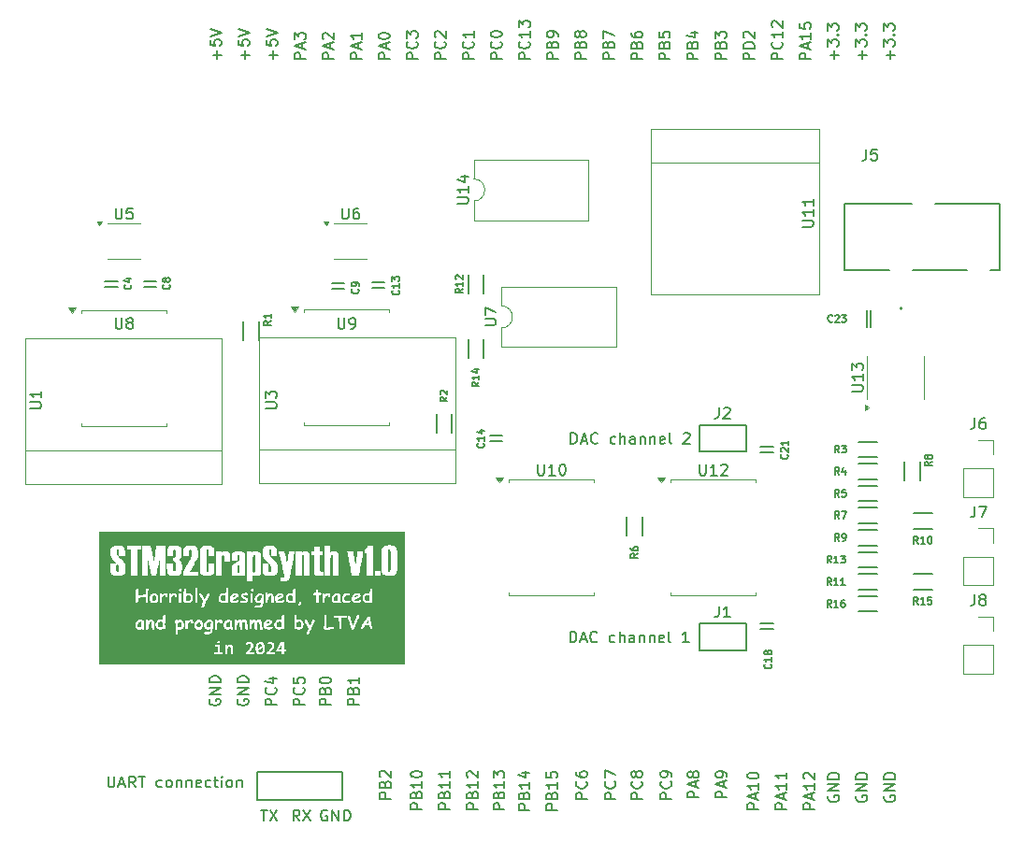
<source format=gbr>
%TF.GenerationSoftware,KiCad,Pcbnew,8.0.2*%
%TF.CreationDate,2024-11-04T15:30:26+03:00*%
%TF.ProjectId,board,626f6172-642e-46b6-9963-61645f706362,rev?*%
%TF.SameCoordinates,Original*%
%TF.FileFunction,Legend,Top*%
%TF.FilePolarity,Positive*%
%FSLAX46Y46*%
G04 Gerber Fmt 4.6, Leading zero omitted, Abs format (unit mm)*
G04 Created by KiCad (PCBNEW 8.0.2) date 2024-11-04 15:30:26*
%MOMM*%
%LPD*%
G01*
G04 APERTURE LIST*
%ADD10C,0.150000*%
%ADD11C,0.177800*%
%ADD12C,0.120000*%
%ADD13C,0.100000*%
%ADD14C,0.152400*%
%ADD15C,0.127000*%
%ADD16C,0.200000*%
%ADD17C,0.000000*%
G04 APERTURE END LIST*
D10*
X176488866Y-50633220D02*
X176488866Y-49871316D01*
X176869819Y-50252268D02*
X176107914Y-50252268D01*
X175869819Y-49490363D02*
X175869819Y-48871316D01*
X175869819Y-48871316D02*
X176250771Y-49204649D01*
X176250771Y-49204649D02*
X176250771Y-49061792D01*
X176250771Y-49061792D02*
X176298390Y-48966554D01*
X176298390Y-48966554D02*
X176346009Y-48918935D01*
X176346009Y-48918935D02*
X176441247Y-48871316D01*
X176441247Y-48871316D02*
X176679342Y-48871316D01*
X176679342Y-48871316D02*
X176774580Y-48918935D01*
X176774580Y-48918935D02*
X176822200Y-48966554D01*
X176822200Y-48966554D02*
X176869819Y-49061792D01*
X176869819Y-49061792D02*
X176869819Y-49347506D01*
X176869819Y-49347506D02*
X176822200Y-49442744D01*
X176822200Y-49442744D02*
X176774580Y-49490363D01*
X176774580Y-48442744D02*
X176822200Y-48395125D01*
X176822200Y-48395125D02*
X176869819Y-48442744D01*
X176869819Y-48442744D02*
X176822200Y-48490363D01*
X176822200Y-48490363D02*
X176774580Y-48442744D01*
X176774580Y-48442744D02*
X176869819Y-48442744D01*
X175869819Y-48061792D02*
X175869819Y-47442745D01*
X175869819Y-47442745D02*
X176250771Y-47776078D01*
X176250771Y-47776078D02*
X176250771Y-47633221D01*
X176250771Y-47633221D02*
X176298390Y-47537983D01*
X176298390Y-47537983D02*
X176346009Y-47490364D01*
X176346009Y-47490364D02*
X176441247Y-47442745D01*
X176441247Y-47442745D02*
X176679342Y-47442745D01*
X176679342Y-47442745D02*
X176774580Y-47490364D01*
X176774580Y-47490364D02*
X176822200Y-47537983D01*
X176822200Y-47537983D02*
X176869819Y-47633221D01*
X176869819Y-47633221D02*
X176869819Y-47918935D01*
X176869819Y-47918935D02*
X176822200Y-48014173D01*
X176822200Y-48014173D02*
X176774580Y-48061792D01*
X148929819Y-50633220D02*
X147929819Y-50633220D01*
X147929819Y-50633220D02*
X147929819Y-50252268D01*
X147929819Y-50252268D02*
X147977438Y-50157030D01*
X147977438Y-50157030D02*
X148025057Y-50109411D01*
X148025057Y-50109411D02*
X148120295Y-50061792D01*
X148120295Y-50061792D02*
X148263152Y-50061792D01*
X148263152Y-50061792D02*
X148358390Y-50109411D01*
X148358390Y-50109411D02*
X148406009Y-50157030D01*
X148406009Y-50157030D02*
X148453628Y-50252268D01*
X148453628Y-50252268D02*
X148453628Y-50633220D01*
X148406009Y-49299887D02*
X148453628Y-49157030D01*
X148453628Y-49157030D02*
X148501247Y-49109411D01*
X148501247Y-49109411D02*
X148596485Y-49061792D01*
X148596485Y-49061792D02*
X148739342Y-49061792D01*
X148739342Y-49061792D02*
X148834580Y-49109411D01*
X148834580Y-49109411D02*
X148882200Y-49157030D01*
X148882200Y-49157030D02*
X148929819Y-49252268D01*
X148929819Y-49252268D02*
X148929819Y-49633220D01*
X148929819Y-49633220D02*
X147929819Y-49633220D01*
X147929819Y-49633220D02*
X147929819Y-49299887D01*
X147929819Y-49299887D02*
X147977438Y-49204649D01*
X147977438Y-49204649D02*
X148025057Y-49157030D01*
X148025057Y-49157030D02*
X148120295Y-49109411D01*
X148120295Y-49109411D02*
X148215533Y-49109411D01*
X148215533Y-49109411D02*
X148310771Y-49157030D01*
X148310771Y-49157030D02*
X148358390Y-49204649D01*
X148358390Y-49204649D02*
X148406009Y-49299887D01*
X148406009Y-49299887D02*
X148406009Y-49633220D01*
X148929819Y-48585601D02*
X148929819Y-48395125D01*
X148929819Y-48395125D02*
X148882200Y-48299887D01*
X148882200Y-48299887D02*
X148834580Y-48252268D01*
X148834580Y-48252268D02*
X148691723Y-48157030D01*
X148691723Y-48157030D02*
X148501247Y-48109411D01*
X148501247Y-48109411D02*
X148120295Y-48109411D01*
X148120295Y-48109411D02*
X148025057Y-48157030D01*
X148025057Y-48157030D02*
X147977438Y-48204649D01*
X147977438Y-48204649D02*
X147929819Y-48299887D01*
X147929819Y-48299887D02*
X147929819Y-48490363D01*
X147929819Y-48490363D02*
X147977438Y-48585601D01*
X147977438Y-48585601D02*
X148025057Y-48633220D01*
X148025057Y-48633220D02*
X148120295Y-48680839D01*
X148120295Y-48680839D02*
X148358390Y-48680839D01*
X148358390Y-48680839D02*
X148453628Y-48633220D01*
X148453628Y-48633220D02*
X148501247Y-48585601D01*
X148501247Y-48585601D02*
X148548866Y-48490363D01*
X148548866Y-48490363D02*
X148548866Y-48299887D01*
X148548866Y-48299887D02*
X148501247Y-48204649D01*
X148501247Y-48204649D02*
X148453628Y-48157030D01*
X148453628Y-48157030D02*
X148358390Y-48109411D01*
X173437438Y-117389411D02*
X173389819Y-117484649D01*
X173389819Y-117484649D02*
X173389819Y-117627506D01*
X173389819Y-117627506D02*
X173437438Y-117770363D01*
X173437438Y-117770363D02*
X173532676Y-117865601D01*
X173532676Y-117865601D02*
X173627914Y-117913220D01*
X173627914Y-117913220D02*
X173818390Y-117960839D01*
X173818390Y-117960839D02*
X173961247Y-117960839D01*
X173961247Y-117960839D02*
X174151723Y-117913220D01*
X174151723Y-117913220D02*
X174246961Y-117865601D01*
X174246961Y-117865601D02*
X174342200Y-117770363D01*
X174342200Y-117770363D02*
X174389819Y-117627506D01*
X174389819Y-117627506D02*
X174389819Y-117532268D01*
X174389819Y-117532268D02*
X174342200Y-117389411D01*
X174342200Y-117389411D02*
X174294580Y-117341792D01*
X174294580Y-117341792D02*
X173961247Y-117341792D01*
X173961247Y-117341792D02*
X173961247Y-117532268D01*
X174389819Y-116913220D02*
X173389819Y-116913220D01*
X173389819Y-116913220D02*
X174389819Y-116341792D01*
X174389819Y-116341792D02*
X173389819Y-116341792D01*
X174389819Y-115865601D02*
X173389819Y-115865601D01*
X173389819Y-115865601D02*
X173389819Y-115627506D01*
X173389819Y-115627506D02*
X173437438Y-115484649D01*
X173437438Y-115484649D02*
X173532676Y-115389411D01*
X173532676Y-115389411D02*
X173627914Y-115341792D01*
X173627914Y-115341792D02*
X173818390Y-115294173D01*
X173818390Y-115294173D02*
X173961247Y-115294173D01*
X173961247Y-115294173D02*
X174151723Y-115341792D01*
X174151723Y-115341792D02*
X174246961Y-115389411D01*
X174246961Y-115389411D02*
X174342200Y-115484649D01*
X174342200Y-115484649D02*
X174389819Y-115627506D01*
X174389819Y-115627506D02*
X174389819Y-115865601D01*
X123148866Y-50633220D02*
X123148866Y-49871316D01*
X123529819Y-50252268D02*
X122767914Y-50252268D01*
X122529819Y-48918935D02*
X122529819Y-49395125D01*
X122529819Y-49395125D02*
X123006009Y-49442744D01*
X123006009Y-49442744D02*
X122958390Y-49395125D01*
X122958390Y-49395125D02*
X122910771Y-49299887D01*
X122910771Y-49299887D02*
X122910771Y-49061792D01*
X122910771Y-49061792D02*
X122958390Y-48966554D01*
X122958390Y-48966554D02*
X123006009Y-48918935D01*
X123006009Y-48918935D02*
X123101247Y-48871316D01*
X123101247Y-48871316D02*
X123339342Y-48871316D01*
X123339342Y-48871316D02*
X123434580Y-48918935D01*
X123434580Y-48918935D02*
X123482200Y-48966554D01*
X123482200Y-48966554D02*
X123529819Y-49061792D01*
X123529819Y-49061792D02*
X123529819Y-49299887D01*
X123529819Y-49299887D02*
X123482200Y-49395125D01*
X123482200Y-49395125D02*
X123434580Y-49442744D01*
X122529819Y-48585601D02*
X123529819Y-48252268D01*
X123529819Y-48252268D02*
X122529819Y-47918935D01*
X131149819Y-50633220D02*
X130149819Y-50633220D01*
X130149819Y-50633220D02*
X130149819Y-50252268D01*
X130149819Y-50252268D02*
X130197438Y-50157030D01*
X130197438Y-50157030D02*
X130245057Y-50109411D01*
X130245057Y-50109411D02*
X130340295Y-50061792D01*
X130340295Y-50061792D02*
X130483152Y-50061792D01*
X130483152Y-50061792D02*
X130578390Y-50109411D01*
X130578390Y-50109411D02*
X130626009Y-50157030D01*
X130626009Y-50157030D02*
X130673628Y-50252268D01*
X130673628Y-50252268D02*
X130673628Y-50633220D01*
X130864104Y-49680839D02*
X130864104Y-49204649D01*
X131149819Y-49776077D02*
X130149819Y-49442744D01*
X130149819Y-49442744D02*
X131149819Y-49109411D01*
X131149819Y-48252268D02*
X131149819Y-48823696D01*
X131149819Y-48537982D02*
X130149819Y-48537982D01*
X130149819Y-48537982D02*
X130292676Y-48633220D01*
X130292676Y-48633220D02*
X130387914Y-48728458D01*
X130387914Y-48728458D02*
X130435533Y-48823696D01*
X151469819Y-50633220D02*
X150469819Y-50633220D01*
X150469819Y-50633220D02*
X150469819Y-50252268D01*
X150469819Y-50252268D02*
X150517438Y-50157030D01*
X150517438Y-50157030D02*
X150565057Y-50109411D01*
X150565057Y-50109411D02*
X150660295Y-50061792D01*
X150660295Y-50061792D02*
X150803152Y-50061792D01*
X150803152Y-50061792D02*
X150898390Y-50109411D01*
X150898390Y-50109411D02*
X150946009Y-50157030D01*
X150946009Y-50157030D02*
X150993628Y-50252268D01*
X150993628Y-50252268D02*
X150993628Y-50633220D01*
X150946009Y-49299887D02*
X150993628Y-49157030D01*
X150993628Y-49157030D02*
X151041247Y-49109411D01*
X151041247Y-49109411D02*
X151136485Y-49061792D01*
X151136485Y-49061792D02*
X151279342Y-49061792D01*
X151279342Y-49061792D02*
X151374580Y-49109411D01*
X151374580Y-49109411D02*
X151422200Y-49157030D01*
X151422200Y-49157030D02*
X151469819Y-49252268D01*
X151469819Y-49252268D02*
X151469819Y-49633220D01*
X151469819Y-49633220D02*
X150469819Y-49633220D01*
X150469819Y-49633220D02*
X150469819Y-49299887D01*
X150469819Y-49299887D02*
X150517438Y-49204649D01*
X150517438Y-49204649D02*
X150565057Y-49157030D01*
X150565057Y-49157030D02*
X150660295Y-49109411D01*
X150660295Y-49109411D02*
X150755533Y-49109411D01*
X150755533Y-49109411D02*
X150850771Y-49157030D01*
X150850771Y-49157030D02*
X150898390Y-49204649D01*
X150898390Y-49204649D02*
X150946009Y-49299887D01*
X150946009Y-49299887D02*
X150946009Y-49633220D01*
X150898390Y-48490363D02*
X150850771Y-48585601D01*
X150850771Y-48585601D02*
X150803152Y-48633220D01*
X150803152Y-48633220D02*
X150707914Y-48680839D01*
X150707914Y-48680839D02*
X150660295Y-48680839D01*
X150660295Y-48680839D02*
X150565057Y-48633220D01*
X150565057Y-48633220D02*
X150517438Y-48585601D01*
X150517438Y-48585601D02*
X150469819Y-48490363D01*
X150469819Y-48490363D02*
X150469819Y-48299887D01*
X150469819Y-48299887D02*
X150517438Y-48204649D01*
X150517438Y-48204649D02*
X150565057Y-48157030D01*
X150565057Y-48157030D02*
X150660295Y-48109411D01*
X150660295Y-48109411D02*
X150707914Y-48109411D01*
X150707914Y-48109411D02*
X150803152Y-48157030D01*
X150803152Y-48157030D02*
X150850771Y-48204649D01*
X150850771Y-48204649D02*
X150898390Y-48299887D01*
X150898390Y-48299887D02*
X150898390Y-48490363D01*
X150898390Y-48490363D02*
X150946009Y-48585601D01*
X150946009Y-48585601D02*
X150993628Y-48633220D01*
X150993628Y-48633220D02*
X151088866Y-48680839D01*
X151088866Y-48680839D02*
X151279342Y-48680839D01*
X151279342Y-48680839D02*
X151374580Y-48633220D01*
X151374580Y-48633220D02*
X151422200Y-48585601D01*
X151422200Y-48585601D02*
X151469819Y-48490363D01*
X151469819Y-48490363D02*
X151469819Y-48299887D01*
X151469819Y-48299887D02*
X151422200Y-48204649D01*
X151422200Y-48204649D02*
X151374580Y-48157030D01*
X151374580Y-48157030D02*
X151279342Y-48109411D01*
X151279342Y-48109411D02*
X151088866Y-48109411D01*
X151088866Y-48109411D02*
X150993628Y-48157030D01*
X150993628Y-48157030D02*
X150946009Y-48204649D01*
X150946009Y-48204649D02*
X150898390Y-48299887D01*
X128369819Y-109163220D02*
X127369819Y-109163220D01*
X127369819Y-109163220D02*
X127369819Y-108782268D01*
X127369819Y-108782268D02*
X127417438Y-108687030D01*
X127417438Y-108687030D02*
X127465057Y-108639411D01*
X127465057Y-108639411D02*
X127560295Y-108591792D01*
X127560295Y-108591792D02*
X127703152Y-108591792D01*
X127703152Y-108591792D02*
X127798390Y-108639411D01*
X127798390Y-108639411D02*
X127846009Y-108687030D01*
X127846009Y-108687030D02*
X127893628Y-108782268D01*
X127893628Y-108782268D02*
X127893628Y-109163220D01*
X127846009Y-107829887D02*
X127893628Y-107687030D01*
X127893628Y-107687030D02*
X127941247Y-107639411D01*
X127941247Y-107639411D02*
X128036485Y-107591792D01*
X128036485Y-107591792D02*
X128179342Y-107591792D01*
X128179342Y-107591792D02*
X128274580Y-107639411D01*
X128274580Y-107639411D02*
X128322200Y-107687030D01*
X128322200Y-107687030D02*
X128369819Y-107782268D01*
X128369819Y-107782268D02*
X128369819Y-108163220D01*
X128369819Y-108163220D02*
X127369819Y-108163220D01*
X127369819Y-108163220D02*
X127369819Y-107829887D01*
X127369819Y-107829887D02*
X127417438Y-107734649D01*
X127417438Y-107734649D02*
X127465057Y-107687030D01*
X127465057Y-107687030D02*
X127560295Y-107639411D01*
X127560295Y-107639411D02*
X127655533Y-107639411D01*
X127655533Y-107639411D02*
X127750771Y-107687030D01*
X127750771Y-107687030D02*
X127798390Y-107734649D01*
X127798390Y-107734649D02*
X127846009Y-107829887D01*
X127846009Y-107829887D02*
X127846009Y-108163220D01*
X127369819Y-106972744D02*
X127369819Y-106877506D01*
X127369819Y-106877506D02*
X127417438Y-106782268D01*
X127417438Y-106782268D02*
X127465057Y-106734649D01*
X127465057Y-106734649D02*
X127560295Y-106687030D01*
X127560295Y-106687030D02*
X127750771Y-106639411D01*
X127750771Y-106639411D02*
X127988866Y-106639411D01*
X127988866Y-106639411D02*
X128179342Y-106687030D01*
X128179342Y-106687030D02*
X128274580Y-106734649D01*
X128274580Y-106734649D02*
X128322200Y-106782268D01*
X128322200Y-106782268D02*
X128369819Y-106877506D01*
X128369819Y-106877506D02*
X128369819Y-106972744D01*
X128369819Y-106972744D02*
X128322200Y-107067982D01*
X128322200Y-107067982D02*
X128274580Y-107115601D01*
X128274580Y-107115601D02*
X128179342Y-107163220D01*
X128179342Y-107163220D02*
X127988866Y-107210839D01*
X127988866Y-107210839D02*
X127750771Y-107210839D01*
X127750771Y-107210839D02*
X127560295Y-107163220D01*
X127560295Y-107163220D02*
X127465057Y-107115601D01*
X127465057Y-107115601D02*
X127417438Y-107067982D01*
X127417438Y-107067982D02*
X127369819Y-106972744D01*
X139159819Y-118613220D02*
X138159819Y-118613220D01*
X138159819Y-118613220D02*
X138159819Y-118232268D01*
X138159819Y-118232268D02*
X138207438Y-118137030D01*
X138207438Y-118137030D02*
X138255057Y-118089411D01*
X138255057Y-118089411D02*
X138350295Y-118041792D01*
X138350295Y-118041792D02*
X138493152Y-118041792D01*
X138493152Y-118041792D02*
X138588390Y-118089411D01*
X138588390Y-118089411D02*
X138636009Y-118137030D01*
X138636009Y-118137030D02*
X138683628Y-118232268D01*
X138683628Y-118232268D02*
X138683628Y-118613220D01*
X138636009Y-117279887D02*
X138683628Y-117137030D01*
X138683628Y-117137030D02*
X138731247Y-117089411D01*
X138731247Y-117089411D02*
X138826485Y-117041792D01*
X138826485Y-117041792D02*
X138969342Y-117041792D01*
X138969342Y-117041792D02*
X139064580Y-117089411D01*
X139064580Y-117089411D02*
X139112200Y-117137030D01*
X139112200Y-117137030D02*
X139159819Y-117232268D01*
X139159819Y-117232268D02*
X139159819Y-117613220D01*
X139159819Y-117613220D02*
X138159819Y-117613220D01*
X138159819Y-117613220D02*
X138159819Y-117279887D01*
X138159819Y-117279887D02*
X138207438Y-117184649D01*
X138207438Y-117184649D02*
X138255057Y-117137030D01*
X138255057Y-117137030D02*
X138350295Y-117089411D01*
X138350295Y-117089411D02*
X138445533Y-117089411D01*
X138445533Y-117089411D02*
X138540771Y-117137030D01*
X138540771Y-117137030D02*
X138588390Y-117184649D01*
X138588390Y-117184649D02*
X138636009Y-117279887D01*
X138636009Y-117279887D02*
X138636009Y-117613220D01*
X139159819Y-116089411D02*
X139159819Y-116660839D01*
X139159819Y-116375125D02*
X138159819Y-116375125D01*
X138159819Y-116375125D02*
X138302676Y-116470363D01*
X138302676Y-116470363D02*
X138397914Y-116565601D01*
X138397914Y-116565601D02*
X138445533Y-116660839D01*
X139159819Y-115137030D02*
X139159819Y-115708458D01*
X139159819Y-115422744D02*
X138159819Y-115422744D01*
X138159819Y-115422744D02*
X138302676Y-115517982D01*
X138302676Y-115517982D02*
X138397914Y-115613220D01*
X138397914Y-115613220D02*
X138445533Y-115708458D01*
X141309819Y-50633220D02*
X140309819Y-50633220D01*
X140309819Y-50633220D02*
X140309819Y-50252268D01*
X140309819Y-50252268D02*
X140357438Y-50157030D01*
X140357438Y-50157030D02*
X140405057Y-50109411D01*
X140405057Y-50109411D02*
X140500295Y-50061792D01*
X140500295Y-50061792D02*
X140643152Y-50061792D01*
X140643152Y-50061792D02*
X140738390Y-50109411D01*
X140738390Y-50109411D02*
X140786009Y-50157030D01*
X140786009Y-50157030D02*
X140833628Y-50252268D01*
X140833628Y-50252268D02*
X140833628Y-50633220D01*
X141214580Y-49061792D02*
X141262200Y-49109411D01*
X141262200Y-49109411D02*
X141309819Y-49252268D01*
X141309819Y-49252268D02*
X141309819Y-49347506D01*
X141309819Y-49347506D02*
X141262200Y-49490363D01*
X141262200Y-49490363D02*
X141166961Y-49585601D01*
X141166961Y-49585601D02*
X141071723Y-49633220D01*
X141071723Y-49633220D02*
X140881247Y-49680839D01*
X140881247Y-49680839D02*
X140738390Y-49680839D01*
X140738390Y-49680839D02*
X140547914Y-49633220D01*
X140547914Y-49633220D02*
X140452676Y-49585601D01*
X140452676Y-49585601D02*
X140357438Y-49490363D01*
X140357438Y-49490363D02*
X140309819Y-49347506D01*
X140309819Y-49347506D02*
X140309819Y-49252268D01*
X140309819Y-49252268D02*
X140357438Y-49109411D01*
X140357438Y-49109411D02*
X140405057Y-49061792D01*
X141309819Y-48109411D02*
X141309819Y-48680839D01*
X141309819Y-48395125D02*
X140309819Y-48395125D01*
X140309819Y-48395125D02*
X140452676Y-48490363D01*
X140452676Y-48490363D02*
X140547914Y-48585601D01*
X140547914Y-48585601D02*
X140595533Y-48680839D01*
X136229819Y-50633220D02*
X135229819Y-50633220D01*
X135229819Y-50633220D02*
X135229819Y-50252268D01*
X135229819Y-50252268D02*
X135277438Y-50157030D01*
X135277438Y-50157030D02*
X135325057Y-50109411D01*
X135325057Y-50109411D02*
X135420295Y-50061792D01*
X135420295Y-50061792D02*
X135563152Y-50061792D01*
X135563152Y-50061792D02*
X135658390Y-50109411D01*
X135658390Y-50109411D02*
X135706009Y-50157030D01*
X135706009Y-50157030D02*
X135753628Y-50252268D01*
X135753628Y-50252268D02*
X135753628Y-50633220D01*
X136134580Y-49061792D02*
X136182200Y-49109411D01*
X136182200Y-49109411D02*
X136229819Y-49252268D01*
X136229819Y-49252268D02*
X136229819Y-49347506D01*
X136229819Y-49347506D02*
X136182200Y-49490363D01*
X136182200Y-49490363D02*
X136086961Y-49585601D01*
X136086961Y-49585601D02*
X135991723Y-49633220D01*
X135991723Y-49633220D02*
X135801247Y-49680839D01*
X135801247Y-49680839D02*
X135658390Y-49680839D01*
X135658390Y-49680839D02*
X135467914Y-49633220D01*
X135467914Y-49633220D02*
X135372676Y-49585601D01*
X135372676Y-49585601D02*
X135277438Y-49490363D01*
X135277438Y-49490363D02*
X135229819Y-49347506D01*
X135229819Y-49347506D02*
X135229819Y-49252268D01*
X135229819Y-49252268D02*
X135277438Y-49109411D01*
X135277438Y-49109411D02*
X135325057Y-49061792D01*
X135229819Y-48728458D02*
X135229819Y-48109411D01*
X135229819Y-48109411D02*
X135610771Y-48442744D01*
X135610771Y-48442744D02*
X135610771Y-48299887D01*
X135610771Y-48299887D02*
X135658390Y-48204649D01*
X135658390Y-48204649D02*
X135706009Y-48157030D01*
X135706009Y-48157030D02*
X135801247Y-48109411D01*
X135801247Y-48109411D02*
X136039342Y-48109411D01*
X136039342Y-48109411D02*
X136134580Y-48157030D01*
X136134580Y-48157030D02*
X136182200Y-48204649D01*
X136182200Y-48204649D02*
X136229819Y-48299887D01*
X136229819Y-48299887D02*
X136229819Y-48585601D01*
X136229819Y-48585601D02*
X136182200Y-48680839D01*
X136182200Y-48680839D02*
X136134580Y-48728458D01*
X179028866Y-50633220D02*
X179028866Y-49871316D01*
X179409819Y-50252268D02*
X178647914Y-50252268D01*
X178409819Y-49490363D02*
X178409819Y-48871316D01*
X178409819Y-48871316D02*
X178790771Y-49204649D01*
X178790771Y-49204649D02*
X178790771Y-49061792D01*
X178790771Y-49061792D02*
X178838390Y-48966554D01*
X178838390Y-48966554D02*
X178886009Y-48918935D01*
X178886009Y-48918935D02*
X178981247Y-48871316D01*
X178981247Y-48871316D02*
X179219342Y-48871316D01*
X179219342Y-48871316D02*
X179314580Y-48918935D01*
X179314580Y-48918935D02*
X179362200Y-48966554D01*
X179362200Y-48966554D02*
X179409819Y-49061792D01*
X179409819Y-49061792D02*
X179409819Y-49347506D01*
X179409819Y-49347506D02*
X179362200Y-49442744D01*
X179362200Y-49442744D02*
X179314580Y-49490363D01*
X179314580Y-48442744D02*
X179362200Y-48395125D01*
X179362200Y-48395125D02*
X179409819Y-48442744D01*
X179409819Y-48442744D02*
X179362200Y-48490363D01*
X179362200Y-48490363D02*
X179314580Y-48442744D01*
X179314580Y-48442744D02*
X179409819Y-48442744D01*
X178409819Y-48061792D02*
X178409819Y-47442745D01*
X178409819Y-47442745D02*
X178790771Y-47776078D01*
X178790771Y-47776078D02*
X178790771Y-47633221D01*
X178790771Y-47633221D02*
X178838390Y-47537983D01*
X178838390Y-47537983D02*
X178886009Y-47490364D01*
X178886009Y-47490364D02*
X178981247Y-47442745D01*
X178981247Y-47442745D02*
X179219342Y-47442745D01*
X179219342Y-47442745D02*
X179314580Y-47490364D01*
X179314580Y-47490364D02*
X179362200Y-47537983D01*
X179362200Y-47537983D02*
X179409819Y-47633221D01*
X179409819Y-47633221D02*
X179409819Y-47918935D01*
X179409819Y-47918935D02*
X179362200Y-48014173D01*
X179362200Y-48014173D02*
X179314580Y-48061792D01*
X159069819Y-50663220D02*
X158069819Y-50663220D01*
X158069819Y-50663220D02*
X158069819Y-50282268D01*
X158069819Y-50282268D02*
X158117438Y-50187030D01*
X158117438Y-50187030D02*
X158165057Y-50139411D01*
X158165057Y-50139411D02*
X158260295Y-50091792D01*
X158260295Y-50091792D02*
X158403152Y-50091792D01*
X158403152Y-50091792D02*
X158498390Y-50139411D01*
X158498390Y-50139411D02*
X158546009Y-50187030D01*
X158546009Y-50187030D02*
X158593628Y-50282268D01*
X158593628Y-50282268D02*
X158593628Y-50663220D01*
X158546009Y-49329887D02*
X158593628Y-49187030D01*
X158593628Y-49187030D02*
X158641247Y-49139411D01*
X158641247Y-49139411D02*
X158736485Y-49091792D01*
X158736485Y-49091792D02*
X158879342Y-49091792D01*
X158879342Y-49091792D02*
X158974580Y-49139411D01*
X158974580Y-49139411D02*
X159022200Y-49187030D01*
X159022200Y-49187030D02*
X159069819Y-49282268D01*
X159069819Y-49282268D02*
X159069819Y-49663220D01*
X159069819Y-49663220D02*
X158069819Y-49663220D01*
X158069819Y-49663220D02*
X158069819Y-49329887D01*
X158069819Y-49329887D02*
X158117438Y-49234649D01*
X158117438Y-49234649D02*
X158165057Y-49187030D01*
X158165057Y-49187030D02*
X158260295Y-49139411D01*
X158260295Y-49139411D02*
X158355533Y-49139411D01*
X158355533Y-49139411D02*
X158450771Y-49187030D01*
X158450771Y-49187030D02*
X158498390Y-49234649D01*
X158498390Y-49234649D02*
X158546009Y-49329887D01*
X158546009Y-49329887D02*
X158546009Y-49663220D01*
X158069819Y-48187030D02*
X158069819Y-48663220D01*
X158069819Y-48663220D02*
X158546009Y-48710839D01*
X158546009Y-48710839D02*
X158498390Y-48663220D01*
X158498390Y-48663220D02*
X158450771Y-48567982D01*
X158450771Y-48567982D02*
X158450771Y-48329887D01*
X158450771Y-48329887D02*
X158498390Y-48234649D01*
X158498390Y-48234649D02*
X158546009Y-48187030D01*
X158546009Y-48187030D02*
X158641247Y-48139411D01*
X158641247Y-48139411D02*
X158879342Y-48139411D01*
X158879342Y-48139411D02*
X158974580Y-48187030D01*
X158974580Y-48187030D02*
X159022200Y-48234649D01*
X159022200Y-48234649D02*
X159069819Y-48329887D01*
X159069819Y-48329887D02*
X159069819Y-48567982D01*
X159069819Y-48567982D02*
X159022200Y-48663220D01*
X159022200Y-48663220D02*
X158974580Y-48710839D01*
X133689819Y-50633220D02*
X132689819Y-50633220D01*
X132689819Y-50633220D02*
X132689819Y-50252268D01*
X132689819Y-50252268D02*
X132737438Y-50157030D01*
X132737438Y-50157030D02*
X132785057Y-50109411D01*
X132785057Y-50109411D02*
X132880295Y-50061792D01*
X132880295Y-50061792D02*
X133023152Y-50061792D01*
X133023152Y-50061792D02*
X133118390Y-50109411D01*
X133118390Y-50109411D02*
X133166009Y-50157030D01*
X133166009Y-50157030D02*
X133213628Y-50252268D01*
X133213628Y-50252268D02*
X133213628Y-50633220D01*
X133404104Y-49680839D02*
X133404104Y-49204649D01*
X133689819Y-49776077D02*
X132689819Y-49442744D01*
X132689819Y-49442744D02*
X133689819Y-49109411D01*
X132689819Y-48585601D02*
X132689819Y-48490363D01*
X132689819Y-48490363D02*
X132737438Y-48395125D01*
X132737438Y-48395125D02*
X132785057Y-48347506D01*
X132785057Y-48347506D02*
X132880295Y-48299887D01*
X132880295Y-48299887D02*
X133070771Y-48252268D01*
X133070771Y-48252268D02*
X133308866Y-48252268D01*
X133308866Y-48252268D02*
X133499342Y-48299887D01*
X133499342Y-48299887D02*
X133594580Y-48347506D01*
X133594580Y-48347506D02*
X133642200Y-48395125D01*
X133642200Y-48395125D02*
X133689819Y-48490363D01*
X133689819Y-48490363D02*
X133689819Y-48585601D01*
X133689819Y-48585601D02*
X133642200Y-48680839D01*
X133642200Y-48680839D02*
X133594580Y-48728458D01*
X133594580Y-48728458D02*
X133499342Y-48776077D01*
X133499342Y-48776077D02*
X133308866Y-48823696D01*
X133308866Y-48823696D02*
X133070771Y-48823696D01*
X133070771Y-48823696D02*
X132880295Y-48776077D01*
X132880295Y-48776077D02*
X132785057Y-48728458D01*
X132785057Y-48728458D02*
X132737438Y-48680839D01*
X132737438Y-48680839D02*
X132689819Y-48585601D01*
X178517438Y-117389411D02*
X178469819Y-117484649D01*
X178469819Y-117484649D02*
X178469819Y-117627506D01*
X178469819Y-117627506D02*
X178517438Y-117770363D01*
X178517438Y-117770363D02*
X178612676Y-117865601D01*
X178612676Y-117865601D02*
X178707914Y-117913220D01*
X178707914Y-117913220D02*
X178898390Y-117960839D01*
X178898390Y-117960839D02*
X179041247Y-117960839D01*
X179041247Y-117960839D02*
X179231723Y-117913220D01*
X179231723Y-117913220D02*
X179326961Y-117865601D01*
X179326961Y-117865601D02*
X179422200Y-117770363D01*
X179422200Y-117770363D02*
X179469819Y-117627506D01*
X179469819Y-117627506D02*
X179469819Y-117532268D01*
X179469819Y-117532268D02*
X179422200Y-117389411D01*
X179422200Y-117389411D02*
X179374580Y-117341792D01*
X179374580Y-117341792D02*
X179041247Y-117341792D01*
X179041247Y-117341792D02*
X179041247Y-117532268D01*
X179469819Y-116913220D02*
X178469819Y-116913220D01*
X178469819Y-116913220D02*
X179469819Y-116341792D01*
X179469819Y-116341792D02*
X178469819Y-116341792D01*
X179469819Y-115865601D02*
X178469819Y-115865601D01*
X178469819Y-115865601D02*
X178469819Y-115627506D01*
X178469819Y-115627506D02*
X178517438Y-115484649D01*
X178517438Y-115484649D02*
X178612676Y-115389411D01*
X178612676Y-115389411D02*
X178707914Y-115341792D01*
X178707914Y-115341792D02*
X178898390Y-115294173D01*
X178898390Y-115294173D02*
X179041247Y-115294173D01*
X179041247Y-115294173D02*
X179231723Y-115341792D01*
X179231723Y-115341792D02*
X179326961Y-115389411D01*
X179326961Y-115389411D02*
X179422200Y-115484649D01*
X179422200Y-115484649D02*
X179469819Y-115627506D01*
X179469819Y-115627506D02*
X179469819Y-115865601D01*
X123449819Y-109163220D02*
X122449819Y-109163220D01*
X122449819Y-109163220D02*
X122449819Y-108782268D01*
X122449819Y-108782268D02*
X122497438Y-108687030D01*
X122497438Y-108687030D02*
X122545057Y-108639411D01*
X122545057Y-108639411D02*
X122640295Y-108591792D01*
X122640295Y-108591792D02*
X122783152Y-108591792D01*
X122783152Y-108591792D02*
X122878390Y-108639411D01*
X122878390Y-108639411D02*
X122926009Y-108687030D01*
X122926009Y-108687030D02*
X122973628Y-108782268D01*
X122973628Y-108782268D02*
X122973628Y-109163220D01*
X123354580Y-107591792D02*
X123402200Y-107639411D01*
X123402200Y-107639411D02*
X123449819Y-107782268D01*
X123449819Y-107782268D02*
X123449819Y-107877506D01*
X123449819Y-107877506D02*
X123402200Y-108020363D01*
X123402200Y-108020363D02*
X123306961Y-108115601D01*
X123306961Y-108115601D02*
X123211723Y-108163220D01*
X123211723Y-108163220D02*
X123021247Y-108210839D01*
X123021247Y-108210839D02*
X122878390Y-108210839D01*
X122878390Y-108210839D02*
X122687914Y-108163220D01*
X122687914Y-108163220D02*
X122592676Y-108115601D01*
X122592676Y-108115601D02*
X122497438Y-108020363D01*
X122497438Y-108020363D02*
X122449819Y-107877506D01*
X122449819Y-107877506D02*
X122449819Y-107782268D01*
X122449819Y-107782268D02*
X122497438Y-107639411D01*
X122497438Y-107639411D02*
X122545057Y-107591792D01*
X122783152Y-106734649D02*
X123449819Y-106734649D01*
X122402200Y-106972744D02*
X123116485Y-107210839D01*
X123116485Y-107210839D02*
X123116485Y-106591792D01*
X172179819Y-118613220D02*
X171179819Y-118613220D01*
X171179819Y-118613220D02*
X171179819Y-118232268D01*
X171179819Y-118232268D02*
X171227438Y-118137030D01*
X171227438Y-118137030D02*
X171275057Y-118089411D01*
X171275057Y-118089411D02*
X171370295Y-118041792D01*
X171370295Y-118041792D02*
X171513152Y-118041792D01*
X171513152Y-118041792D02*
X171608390Y-118089411D01*
X171608390Y-118089411D02*
X171656009Y-118137030D01*
X171656009Y-118137030D02*
X171703628Y-118232268D01*
X171703628Y-118232268D02*
X171703628Y-118613220D01*
X171894104Y-117660839D02*
X171894104Y-117184649D01*
X172179819Y-117756077D02*
X171179819Y-117422744D01*
X171179819Y-117422744D02*
X172179819Y-117089411D01*
X172179819Y-116232268D02*
X172179819Y-116803696D01*
X172179819Y-116517982D02*
X171179819Y-116517982D01*
X171179819Y-116517982D02*
X171322676Y-116613220D01*
X171322676Y-116613220D02*
X171417914Y-116708458D01*
X171417914Y-116708458D02*
X171465533Y-116803696D01*
X171275057Y-115851315D02*
X171227438Y-115803696D01*
X171227438Y-115803696D02*
X171179819Y-115708458D01*
X171179819Y-115708458D02*
X171179819Y-115470363D01*
X171179819Y-115470363D02*
X171227438Y-115375125D01*
X171227438Y-115375125D02*
X171275057Y-115327506D01*
X171275057Y-115327506D02*
X171370295Y-115279887D01*
X171370295Y-115279887D02*
X171465533Y-115279887D01*
X171465533Y-115279887D02*
X171608390Y-115327506D01*
X171608390Y-115327506D02*
X172179819Y-115898934D01*
X172179819Y-115898934D02*
X172179819Y-115279887D01*
X120608866Y-50633220D02*
X120608866Y-49871316D01*
X120989819Y-50252268D02*
X120227914Y-50252268D01*
X119989819Y-48918935D02*
X119989819Y-49395125D01*
X119989819Y-49395125D02*
X120466009Y-49442744D01*
X120466009Y-49442744D02*
X120418390Y-49395125D01*
X120418390Y-49395125D02*
X120370771Y-49299887D01*
X120370771Y-49299887D02*
X120370771Y-49061792D01*
X120370771Y-49061792D02*
X120418390Y-48966554D01*
X120418390Y-48966554D02*
X120466009Y-48918935D01*
X120466009Y-48918935D02*
X120561247Y-48871316D01*
X120561247Y-48871316D02*
X120799342Y-48871316D01*
X120799342Y-48871316D02*
X120894580Y-48918935D01*
X120894580Y-48918935D02*
X120942200Y-48966554D01*
X120942200Y-48966554D02*
X120989819Y-49061792D01*
X120989819Y-49061792D02*
X120989819Y-49299887D01*
X120989819Y-49299887D02*
X120942200Y-49395125D01*
X120942200Y-49395125D02*
X120894580Y-49442744D01*
X119989819Y-48585601D02*
X120989819Y-48252268D01*
X120989819Y-48252268D02*
X119989819Y-47918935D01*
X130909819Y-109163220D02*
X129909819Y-109163220D01*
X129909819Y-109163220D02*
X129909819Y-108782268D01*
X129909819Y-108782268D02*
X129957438Y-108687030D01*
X129957438Y-108687030D02*
X130005057Y-108639411D01*
X130005057Y-108639411D02*
X130100295Y-108591792D01*
X130100295Y-108591792D02*
X130243152Y-108591792D01*
X130243152Y-108591792D02*
X130338390Y-108639411D01*
X130338390Y-108639411D02*
X130386009Y-108687030D01*
X130386009Y-108687030D02*
X130433628Y-108782268D01*
X130433628Y-108782268D02*
X130433628Y-109163220D01*
X130386009Y-107829887D02*
X130433628Y-107687030D01*
X130433628Y-107687030D02*
X130481247Y-107639411D01*
X130481247Y-107639411D02*
X130576485Y-107591792D01*
X130576485Y-107591792D02*
X130719342Y-107591792D01*
X130719342Y-107591792D02*
X130814580Y-107639411D01*
X130814580Y-107639411D02*
X130862200Y-107687030D01*
X130862200Y-107687030D02*
X130909819Y-107782268D01*
X130909819Y-107782268D02*
X130909819Y-108163220D01*
X130909819Y-108163220D02*
X129909819Y-108163220D01*
X129909819Y-108163220D02*
X129909819Y-107829887D01*
X129909819Y-107829887D02*
X129957438Y-107734649D01*
X129957438Y-107734649D02*
X130005057Y-107687030D01*
X130005057Y-107687030D02*
X130100295Y-107639411D01*
X130100295Y-107639411D02*
X130195533Y-107639411D01*
X130195533Y-107639411D02*
X130290771Y-107687030D01*
X130290771Y-107687030D02*
X130338390Y-107734649D01*
X130338390Y-107734649D02*
X130386009Y-107829887D01*
X130386009Y-107829887D02*
X130386009Y-108163220D01*
X130909819Y-106639411D02*
X130909819Y-107210839D01*
X130909819Y-106925125D02*
X129909819Y-106925125D01*
X129909819Y-106925125D02*
X130052676Y-107020363D01*
X130052676Y-107020363D02*
X130147914Y-107115601D01*
X130147914Y-107115601D02*
X130195533Y-107210839D01*
X144089677Y-118633220D02*
X143089677Y-118633220D01*
X143089677Y-118633220D02*
X143089677Y-118252268D01*
X143089677Y-118252268D02*
X143137296Y-118157030D01*
X143137296Y-118157030D02*
X143184915Y-118109411D01*
X143184915Y-118109411D02*
X143280153Y-118061792D01*
X143280153Y-118061792D02*
X143423010Y-118061792D01*
X143423010Y-118061792D02*
X143518248Y-118109411D01*
X143518248Y-118109411D02*
X143565867Y-118157030D01*
X143565867Y-118157030D02*
X143613486Y-118252268D01*
X143613486Y-118252268D02*
X143613486Y-118633220D01*
X143565867Y-117299887D02*
X143613486Y-117157030D01*
X143613486Y-117157030D02*
X143661105Y-117109411D01*
X143661105Y-117109411D02*
X143756343Y-117061792D01*
X143756343Y-117061792D02*
X143899200Y-117061792D01*
X143899200Y-117061792D02*
X143994438Y-117109411D01*
X143994438Y-117109411D02*
X144042058Y-117157030D01*
X144042058Y-117157030D02*
X144089677Y-117252268D01*
X144089677Y-117252268D02*
X144089677Y-117633220D01*
X144089677Y-117633220D02*
X143089677Y-117633220D01*
X143089677Y-117633220D02*
X143089677Y-117299887D01*
X143089677Y-117299887D02*
X143137296Y-117204649D01*
X143137296Y-117204649D02*
X143184915Y-117157030D01*
X143184915Y-117157030D02*
X143280153Y-117109411D01*
X143280153Y-117109411D02*
X143375391Y-117109411D01*
X143375391Y-117109411D02*
X143470629Y-117157030D01*
X143470629Y-117157030D02*
X143518248Y-117204649D01*
X143518248Y-117204649D02*
X143565867Y-117299887D01*
X143565867Y-117299887D02*
X143565867Y-117633220D01*
X144089677Y-116109411D02*
X144089677Y-116680839D01*
X144089677Y-116395125D02*
X143089677Y-116395125D01*
X143089677Y-116395125D02*
X143232534Y-116490363D01*
X143232534Y-116490363D02*
X143327772Y-116585601D01*
X143327772Y-116585601D02*
X143375391Y-116680839D01*
X143089677Y-115776077D02*
X143089677Y-115157030D01*
X143089677Y-115157030D02*
X143470629Y-115490363D01*
X143470629Y-115490363D02*
X143470629Y-115347506D01*
X143470629Y-115347506D02*
X143518248Y-115252268D01*
X143518248Y-115252268D02*
X143565867Y-115204649D01*
X143565867Y-115204649D02*
X143661105Y-115157030D01*
X143661105Y-115157030D02*
X143899200Y-115157030D01*
X143899200Y-115157030D02*
X143994438Y-115204649D01*
X143994438Y-115204649D02*
X144042058Y-115252268D01*
X144042058Y-115252268D02*
X144089677Y-115347506D01*
X144089677Y-115347506D02*
X144089677Y-115633220D01*
X144089677Y-115633220D02*
X144042058Y-115728458D01*
X144042058Y-115728458D02*
X143994438Y-115776077D01*
X166719819Y-50663220D02*
X165719819Y-50663220D01*
X165719819Y-50663220D02*
X165719819Y-50282268D01*
X165719819Y-50282268D02*
X165767438Y-50187030D01*
X165767438Y-50187030D02*
X165815057Y-50139411D01*
X165815057Y-50139411D02*
X165910295Y-50091792D01*
X165910295Y-50091792D02*
X166053152Y-50091792D01*
X166053152Y-50091792D02*
X166148390Y-50139411D01*
X166148390Y-50139411D02*
X166196009Y-50187030D01*
X166196009Y-50187030D02*
X166243628Y-50282268D01*
X166243628Y-50282268D02*
X166243628Y-50663220D01*
X166719819Y-49663220D02*
X165719819Y-49663220D01*
X165719819Y-49663220D02*
X165719819Y-49425125D01*
X165719819Y-49425125D02*
X165767438Y-49282268D01*
X165767438Y-49282268D02*
X165862676Y-49187030D01*
X165862676Y-49187030D02*
X165957914Y-49139411D01*
X165957914Y-49139411D02*
X166148390Y-49091792D01*
X166148390Y-49091792D02*
X166291247Y-49091792D01*
X166291247Y-49091792D02*
X166481723Y-49139411D01*
X166481723Y-49139411D02*
X166576961Y-49187030D01*
X166576961Y-49187030D02*
X166672200Y-49282268D01*
X166672200Y-49282268D02*
X166719819Y-49425125D01*
X166719819Y-49425125D02*
X166719819Y-49663220D01*
X165815057Y-48710839D02*
X165767438Y-48663220D01*
X165767438Y-48663220D02*
X165719819Y-48567982D01*
X165719819Y-48567982D02*
X165719819Y-48329887D01*
X165719819Y-48329887D02*
X165767438Y-48234649D01*
X165767438Y-48234649D02*
X165815057Y-48187030D01*
X165815057Y-48187030D02*
X165910295Y-48139411D01*
X165910295Y-48139411D02*
X166005533Y-48139411D01*
X166005533Y-48139411D02*
X166148390Y-48187030D01*
X166148390Y-48187030D02*
X166719819Y-48758458D01*
X166719819Y-48758458D02*
X166719819Y-48139411D01*
X143849819Y-50633220D02*
X142849819Y-50633220D01*
X142849819Y-50633220D02*
X142849819Y-50252268D01*
X142849819Y-50252268D02*
X142897438Y-50157030D01*
X142897438Y-50157030D02*
X142945057Y-50109411D01*
X142945057Y-50109411D02*
X143040295Y-50061792D01*
X143040295Y-50061792D02*
X143183152Y-50061792D01*
X143183152Y-50061792D02*
X143278390Y-50109411D01*
X143278390Y-50109411D02*
X143326009Y-50157030D01*
X143326009Y-50157030D02*
X143373628Y-50252268D01*
X143373628Y-50252268D02*
X143373628Y-50633220D01*
X143754580Y-49061792D02*
X143802200Y-49109411D01*
X143802200Y-49109411D02*
X143849819Y-49252268D01*
X143849819Y-49252268D02*
X143849819Y-49347506D01*
X143849819Y-49347506D02*
X143802200Y-49490363D01*
X143802200Y-49490363D02*
X143706961Y-49585601D01*
X143706961Y-49585601D02*
X143611723Y-49633220D01*
X143611723Y-49633220D02*
X143421247Y-49680839D01*
X143421247Y-49680839D02*
X143278390Y-49680839D01*
X143278390Y-49680839D02*
X143087914Y-49633220D01*
X143087914Y-49633220D02*
X142992676Y-49585601D01*
X142992676Y-49585601D02*
X142897438Y-49490363D01*
X142897438Y-49490363D02*
X142849819Y-49347506D01*
X142849819Y-49347506D02*
X142849819Y-49252268D01*
X142849819Y-49252268D02*
X142897438Y-49109411D01*
X142897438Y-49109411D02*
X142945057Y-49061792D01*
X142849819Y-48442744D02*
X142849819Y-48347506D01*
X142849819Y-48347506D02*
X142897438Y-48252268D01*
X142897438Y-48252268D02*
X142945057Y-48204649D01*
X142945057Y-48204649D02*
X143040295Y-48157030D01*
X143040295Y-48157030D02*
X143230771Y-48109411D01*
X143230771Y-48109411D02*
X143468866Y-48109411D01*
X143468866Y-48109411D02*
X143659342Y-48157030D01*
X143659342Y-48157030D02*
X143754580Y-48204649D01*
X143754580Y-48204649D02*
X143802200Y-48252268D01*
X143802200Y-48252268D02*
X143849819Y-48347506D01*
X143849819Y-48347506D02*
X143849819Y-48442744D01*
X143849819Y-48442744D02*
X143802200Y-48537982D01*
X143802200Y-48537982D02*
X143754580Y-48585601D01*
X143754580Y-48585601D02*
X143659342Y-48633220D01*
X143659342Y-48633220D02*
X143468866Y-48680839D01*
X143468866Y-48680839D02*
X143230771Y-48680839D01*
X143230771Y-48680839D02*
X143040295Y-48633220D01*
X143040295Y-48633220D02*
X142945057Y-48585601D01*
X142945057Y-48585601D02*
X142897438Y-48537982D01*
X142897438Y-48537982D02*
X142849819Y-48442744D01*
X167099819Y-118613220D02*
X166099819Y-118613220D01*
X166099819Y-118613220D02*
X166099819Y-118232268D01*
X166099819Y-118232268D02*
X166147438Y-118137030D01*
X166147438Y-118137030D02*
X166195057Y-118089411D01*
X166195057Y-118089411D02*
X166290295Y-118041792D01*
X166290295Y-118041792D02*
X166433152Y-118041792D01*
X166433152Y-118041792D02*
X166528390Y-118089411D01*
X166528390Y-118089411D02*
X166576009Y-118137030D01*
X166576009Y-118137030D02*
X166623628Y-118232268D01*
X166623628Y-118232268D02*
X166623628Y-118613220D01*
X166814104Y-117660839D02*
X166814104Y-117184649D01*
X167099819Y-117756077D02*
X166099819Y-117422744D01*
X166099819Y-117422744D02*
X167099819Y-117089411D01*
X167099819Y-116232268D02*
X167099819Y-116803696D01*
X167099819Y-116517982D02*
X166099819Y-116517982D01*
X166099819Y-116517982D02*
X166242676Y-116613220D01*
X166242676Y-116613220D02*
X166337914Y-116708458D01*
X166337914Y-116708458D02*
X166385533Y-116803696D01*
X166099819Y-115613220D02*
X166099819Y-115517982D01*
X166099819Y-115517982D02*
X166147438Y-115422744D01*
X166147438Y-115422744D02*
X166195057Y-115375125D01*
X166195057Y-115375125D02*
X166290295Y-115327506D01*
X166290295Y-115327506D02*
X166480771Y-115279887D01*
X166480771Y-115279887D02*
X166718866Y-115279887D01*
X166718866Y-115279887D02*
X166909342Y-115327506D01*
X166909342Y-115327506D02*
X167004580Y-115375125D01*
X167004580Y-115375125D02*
X167052200Y-115422744D01*
X167052200Y-115422744D02*
X167099819Y-115517982D01*
X167099819Y-115517982D02*
X167099819Y-115613220D01*
X167099819Y-115613220D02*
X167052200Y-115708458D01*
X167052200Y-115708458D02*
X167004580Y-115756077D01*
X167004580Y-115756077D02*
X166909342Y-115803696D01*
X166909342Y-115803696D02*
X166718866Y-115851315D01*
X166718866Y-115851315D02*
X166480771Y-115851315D01*
X166480771Y-115851315D02*
X166290295Y-115803696D01*
X166290295Y-115803696D02*
X166195057Y-115756077D01*
X166195057Y-115756077D02*
X166147438Y-115708458D01*
X166147438Y-115708458D02*
X166099819Y-115613220D01*
X164229819Y-117553220D02*
X163229819Y-117553220D01*
X163229819Y-117553220D02*
X163229819Y-117172268D01*
X163229819Y-117172268D02*
X163277438Y-117077030D01*
X163277438Y-117077030D02*
X163325057Y-117029411D01*
X163325057Y-117029411D02*
X163420295Y-116981792D01*
X163420295Y-116981792D02*
X163563152Y-116981792D01*
X163563152Y-116981792D02*
X163658390Y-117029411D01*
X163658390Y-117029411D02*
X163706009Y-117077030D01*
X163706009Y-117077030D02*
X163753628Y-117172268D01*
X163753628Y-117172268D02*
X163753628Y-117553220D01*
X163944104Y-116600839D02*
X163944104Y-116124649D01*
X164229819Y-116696077D02*
X163229819Y-116362744D01*
X163229819Y-116362744D02*
X164229819Y-116029411D01*
X164229819Y-115648458D02*
X164229819Y-115457982D01*
X164229819Y-115457982D02*
X164182200Y-115362744D01*
X164182200Y-115362744D02*
X164134580Y-115315125D01*
X164134580Y-115315125D02*
X163991723Y-115219887D01*
X163991723Y-115219887D02*
X163801247Y-115172268D01*
X163801247Y-115172268D02*
X163420295Y-115172268D01*
X163420295Y-115172268D02*
X163325057Y-115219887D01*
X163325057Y-115219887D02*
X163277438Y-115267506D01*
X163277438Y-115267506D02*
X163229819Y-115362744D01*
X163229819Y-115362744D02*
X163229819Y-115553220D01*
X163229819Y-115553220D02*
X163277438Y-115648458D01*
X163277438Y-115648458D02*
X163325057Y-115696077D01*
X163325057Y-115696077D02*
X163420295Y-115743696D01*
X163420295Y-115743696D02*
X163658390Y-115743696D01*
X163658390Y-115743696D02*
X163753628Y-115696077D01*
X163753628Y-115696077D02*
X163801247Y-115648458D01*
X163801247Y-115648458D02*
X163848866Y-115553220D01*
X163848866Y-115553220D02*
X163848866Y-115362744D01*
X163848866Y-115362744D02*
X163801247Y-115267506D01*
X163801247Y-115267506D02*
X163753628Y-115219887D01*
X163753628Y-115219887D02*
X163658390Y-115172268D01*
X159219819Y-117663220D02*
X158219819Y-117663220D01*
X158219819Y-117663220D02*
X158219819Y-117282268D01*
X158219819Y-117282268D02*
X158267438Y-117187030D01*
X158267438Y-117187030D02*
X158315057Y-117139411D01*
X158315057Y-117139411D02*
X158410295Y-117091792D01*
X158410295Y-117091792D02*
X158553152Y-117091792D01*
X158553152Y-117091792D02*
X158648390Y-117139411D01*
X158648390Y-117139411D02*
X158696009Y-117187030D01*
X158696009Y-117187030D02*
X158743628Y-117282268D01*
X158743628Y-117282268D02*
X158743628Y-117663220D01*
X159124580Y-116091792D02*
X159172200Y-116139411D01*
X159172200Y-116139411D02*
X159219819Y-116282268D01*
X159219819Y-116282268D02*
X159219819Y-116377506D01*
X159219819Y-116377506D02*
X159172200Y-116520363D01*
X159172200Y-116520363D02*
X159076961Y-116615601D01*
X159076961Y-116615601D02*
X158981723Y-116663220D01*
X158981723Y-116663220D02*
X158791247Y-116710839D01*
X158791247Y-116710839D02*
X158648390Y-116710839D01*
X158648390Y-116710839D02*
X158457914Y-116663220D01*
X158457914Y-116663220D02*
X158362676Y-116615601D01*
X158362676Y-116615601D02*
X158267438Y-116520363D01*
X158267438Y-116520363D02*
X158219819Y-116377506D01*
X158219819Y-116377506D02*
X158219819Y-116282268D01*
X158219819Y-116282268D02*
X158267438Y-116139411D01*
X158267438Y-116139411D02*
X158315057Y-116091792D01*
X159219819Y-115615601D02*
X159219819Y-115425125D01*
X159219819Y-115425125D02*
X159172200Y-115329887D01*
X159172200Y-115329887D02*
X159124580Y-115282268D01*
X159124580Y-115282268D02*
X158981723Y-115187030D01*
X158981723Y-115187030D02*
X158791247Y-115139411D01*
X158791247Y-115139411D02*
X158410295Y-115139411D01*
X158410295Y-115139411D02*
X158315057Y-115187030D01*
X158315057Y-115187030D02*
X158267438Y-115234649D01*
X158267438Y-115234649D02*
X158219819Y-115329887D01*
X158219819Y-115329887D02*
X158219819Y-115520363D01*
X158219819Y-115520363D02*
X158267438Y-115615601D01*
X158267438Y-115615601D02*
X158315057Y-115663220D01*
X158315057Y-115663220D02*
X158410295Y-115710839D01*
X158410295Y-115710839D02*
X158648390Y-115710839D01*
X158648390Y-115710839D02*
X158743628Y-115663220D01*
X158743628Y-115663220D02*
X158791247Y-115615601D01*
X158791247Y-115615601D02*
X158838866Y-115520363D01*
X158838866Y-115520363D02*
X158838866Y-115329887D01*
X158838866Y-115329887D02*
X158791247Y-115234649D01*
X158791247Y-115234649D02*
X158743628Y-115187030D01*
X158743628Y-115187030D02*
X158648390Y-115139411D01*
X161619819Y-50663220D02*
X160619819Y-50663220D01*
X160619819Y-50663220D02*
X160619819Y-50282268D01*
X160619819Y-50282268D02*
X160667438Y-50187030D01*
X160667438Y-50187030D02*
X160715057Y-50139411D01*
X160715057Y-50139411D02*
X160810295Y-50091792D01*
X160810295Y-50091792D02*
X160953152Y-50091792D01*
X160953152Y-50091792D02*
X161048390Y-50139411D01*
X161048390Y-50139411D02*
X161096009Y-50187030D01*
X161096009Y-50187030D02*
X161143628Y-50282268D01*
X161143628Y-50282268D02*
X161143628Y-50663220D01*
X161096009Y-49329887D02*
X161143628Y-49187030D01*
X161143628Y-49187030D02*
X161191247Y-49139411D01*
X161191247Y-49139411D02*
X161286485Y-49091792D01*
X161286485Y-49091792D02*
X161429342Y-49091792D01*
X161429342Y-49091792D02*
X161524580Y-49139411D01*
X161524580Y-49139411D02*
X161572200Y-49187030D01*
X161572200Y-49187030D02*
X161619819Y-49282268D01*
X161619819Y-49282268D02*
X161619819Y-49663220D01*
X161619819Y-49663220D02*
X160619819Y-49663220D01*
X160619819Y-49663220D02*
X160619819Y-49329887D01*
X160619819Y-49329887D02*
X160667438Y-49234649D01*
X160667438Y-49234649D02*
X160715057Y-49187030D01*
X160715057Y-49187030D02*
X160810295Y-49139411D01*
X160810295Y-49139411D02*
X160905533Y-49139411D01*
X160905533Y-49139411D02*
X161000771Y-49187030D01*
X161000771Y-49187030D02*
X161048390Y-49234649D01*
X161048390Y-49234649D02*
X161096009Y-49329887D01*
X161096009Y-49329887D02*
X161096009Y-49663220D01*
X160953152Y-48234649D02*
X161619819Y-48234649D01*
X160572200Y-48472744D02*
X161286485Y-48710839D01*
X161286485Y-48710839D02*
X161286485Y-48091792D01*
X128609819Y-50633220D02*
X127609819Y-50633220D01*
X127609819Y-50633220D02*
X127609819Y-50252268D01*
X127609819Y-50252268D02*
X127657438Y-50157030D01*
X127657438Y-50157030D02*
X127705057Y-50109411D01*
X127705057Y-50109411D02*
X127800295Y-50061792D01*
X127800295Y-50061792D02*
X127943152Y-50061792D01*
X127943152Y-50061792D02*
X128038390Y-50109411D01*
X128038390Y-50109411D02*
X128086009Y-50157030D01*
X128086009Y-50157030D02*
X128133628Y-50252268D01*
X128133628Y-50252268D02*
X128133628Y-50633220D01*
X128324104Y-49680839D02*
X128324104Y-49204649D01*
X128609819Y-49776077D02*
X127609819Y-49442744D01*
X127609819Y-49442744D02*
X128609819Y-49109411D01*
X127705057Y-48823696D02*
X127657438Y-48776077D01*
X127657438Y-48776077D02*
X127609819Y-48680839D01*
X127609819Y-48680839D02*
X127609819Y-48442744D01*
X127609819Y-48442744D02*
X127657438Y-48347506D01*
X127657438Y-48347506D02*
X127705057Y-48299887D01*
X127705057Y-48299887D02*
X127800295Y-48252268D01*
X127800295Y-48252268D02*
X127895533Y-48252268D01*
X127895533Y-48252268D02*
X128038390Y-48299887D01*
X128038390Y-48299887D02*
X128609819Y-48871315D01*
X128609819Y-48871315D02*
X128609819Y-48252268D01*
X173948866Y-50633220D02*
X173948866Y-49871316D01*
X174329819Y-50252268D02*
X173567914Y-50252268D01*
X173329819Y-49490363D02*
X173329819Y-48871316D01*
X173329819Y-48871316D02*
X173710771Y-49204649D01*
X173710771Y-49204649D02*
X173710771Y-49061792D01*
X173710771Y-49061792D02*
X173758390Y-48966554D01*
X173758390Y-48966554D02*
X173806009Y-48918935D01*
X173806009Y-48918935D02*
X173901247Y-48871316D01*
X173901247Y-48871316D02*
X174139342Y-48871316D01*
X174139342Y-48871316D02*
X174234580Y-48918935D01*
X174234580Y-48918935D02*
X174282200Y-48966554D01*
X174282200Y-48966554D02*
X174329819Y-49061792D01*
X174329819Y-49061792D02*
X174329819Y-49347506D01*
X174329819Y-49347506D02*
X174282200Y-49442744D01*
X174282200Y-49442744D02*
X174234580Y-49490363D01*
X174234580Y-48442744D02*
X174282200Y-48395125D01*
X174282200Y-48395125D02*
X174329819Y-48442744D01*
X174329819Y-48442744D02*
X174282200Y-48490363D01*
X174282200Y-48490363D02*
X174234580Y-48442744D01*
X174234580Y-48442744D02*
X174329819Y-48442744D01*
X173329819Y-48061792D02*
X173329819Y-47442745D01*
X173329819Y-47442745D02*
X173710771Y-47776078D01*
X173710771Y-47776078D02*
X173710771Y-47633221D01*
X173710771Y-47633221D02*
X173758390Y-47537983D01*
X173758390Y-47537983D02*
X173806009Y-47490364D01*
X173806009Y-47490364D02*
X173901247Y-47442745D01*
X173901247Y-47442745D02*
X174139342Y-47442745D01*
X174139342Y-47442745D02*
X174234580Y-47490364D01*
X174234580Y-47490364D02*
X174282200Y-47537983D01*
X174282200Y-47537983D02*
X174329819Y-47633221D01*
X174329819Y-47633221D02*
X174329819Y-47918935D01*
X174329819Y-47918935D02*
X174282200Y-48014173D01*
X174282200Y-48014173D02*
X174234580Y-48061792D01*
X126069819Y-50633220D02*
X125069819Y-50633220D01*
X125069819Y-50633220D02*
X125069819Y-50252268D01*
X125069819Y-50252268D02*
X125117438Y-50157030D01*
X125117438Y-50157030D02*
X125165057Y-50109411D01*
X125165057Y-50109411D02*
X125260295Y-50061792D01*
X125260295Y-50061792D02*
X125403152Y-50061792D01*
X125403152Y-50061792D02*
X125498390Y-50109411D01*
X125498390Y-50109411D02*
X125546009Y-50157030D01*
X125546009Y-50157030D02*
X125593628Y-50252268D01*
X125593628Y-50252268D02*
X125593628Y-50633220D01*
X125784104Y-49680839D02*
X125784104Y-49204649D01*
X126069819Y-49776077D02*
X125069819Y-49442744D01*
X125069819Y-49442744D02*
X126069819Y-49109411D01*
X125069819Y-48871315D02*
X125069819Y-48252268D01*
X125069819Y-48252268D02*
X125450771Y-48585601D01*
X125450771Y-48585601D02*
X125450771Y-48442744D01*
X125450771Y-48442744D02*
X125498390Y-48347506D01*
X125498390Y-48347506D02*
X125546009Y-48299887D01*
X125546009Y-48299887D02*
X125641247Y-48252268D01*
X125641247Y-48252268D02*
X125879342Y-48252268D01*
X125879342Y-48252268D02*
X125974580Y-48299887D01*
X125974580Y-48299887D02*
X126022200Y-48347506D01*
X126022200Y-48347506D02*
X126069819Y-48442744D01*
X126069819Y-48442744D02*
X126069819Y-48728458D01*
X126069819Y-48728458D02*
X126022200Y-48823696D01*
X126022200Y-48823696D02*
X125974580Y-48871315D01*
X117417438Y-108639411D02*
X117369819Y-108734649D01*
X117369819Y-108734649D02*
X117369819Y-108877506D01*
X117369819Y-108877506D02*
X117417438Y-109020363D01*
X117417438Y-109020363D02*
X117512676Y-109115601D01*
X117512676Y-109115601D02*
X117607914Y-109163220D01*
X117607914Y-109163220D02*
X117798390Y-109210839D01*
X117798390Y-109210839D02*
X117941247Y-109210839D01*
X117941247Y-109210839D02*
X118131723Y-109163220D01*
X118131723Y-109163220D02*
X118226961Y-109115601D01*
X118226961Y-109115601D02*
X118322200Y-109020363D01*
X118322200Y-109020363D02*
X118369819Y-108877506D01*
X118369819Y-108877506D02*
X118369819Y-108782268D01*
X118369819Y-108782268D02*
X118322200Y-108639411D01*
X118322200Y-108639411D02*
X118274580Y-108591792D01*
X118274580Y-108591792D02*
X117941247Y-108591792D01*
X117941247Y-108591792D02*
X117941247Y-108782268D01*
X118369819Y-108163220D02*
X117369819Y-108163220D01*
X117369819Y-108163220D02*
X118369819Y-107591792D01*
X118369819Y-107591792D02*
X117369819Y-107591792D01*
X118369819Y-107115601D02*
X117369819Y-107115601D01*
X117369819Y-107115601D02*
X117369819Y-106877506D01*
X117369819Y-106877506D02*
X117417438Y-106734649D01*
X117417438Y-106734649D02*
X117512676Y-106639411D01*
X117512676Y-106639411D02*
X117607914Y-106591792D01*
X117607914Y-106591792D02*
X117798390Y-106544173D01*
X117798390Y-106544173D02*
X117941247Y-106544173D01*
X117941247Y-106544173D02*
X118131723Y-106591792D01*
X118131723Y-106591792D02*
X118226961Y-106639411D01*
X118226961Y-106639411D02*
X118322200Y-106734649D01*
X118322200Y-106734649D02*
X118369819Y-106877506D01*
X118369819Y-106877506D02*
X118369819Y-107115601D01*
X136619819Y-118613220D02*
X135619819Y-118613220D01*
X135619819Y-118613220D02*
X135619819Y-118232268D01*
X135619819Y-118232268D02*
X135667438Y-118137030D01*
X135667438Y-118137030D02*
X135715057Y-118089411D01*
X135715057Y-118089411D02*
X135810295Y-118041792D01*
X135810295Y-118041792D02*
X135953152Y-118041792D01*
X135953152Y-118041792D02*
X136048390Y-118089411D01*
X136048390Y-118089411D02*
X136096009Y-118137030D01*
X136096009Y-118137030D02*
X136143628Y-118232268D01*
X136143628Y-118232268D02*
X136143628Y-118613220D01*
X136096009Y-117279887D02*
X136143628Y-117137030D01*
X136143628Y-117137030D02*
X136191247Y-117089411D01*
X136191247Y-117089411D02*
X136286485Y-117041792D01*
X136286485Y-117041792D02*
X136429342Y-117041792D01*
X136429342Y-117041792D02*
X136524580Y-117089411D01*
X136524580Y-117089411D02*
X136572200Y-117137030D01*
X136572200Y-117137030D02*
X136619819Y-117232268D01*
X136619819Y-117232268D02*
X136619819Y-117613220D01*
X136619819Y-117613220D02*
X135619819Y-117613220D01*
X135619819Y-117613220D02*
X135619819Y-117279887D01*
X135619819Y-117279887D02*
X135667438Y-117184649D01*
X135667438Y-117184649D02*
X135715057Y-117137030D01*
X135715057Y-117137030D02*
X135810295Y-117089411D01*
X135810295Y-117089411D02*
X135905533Y-117089411D01*
X135905533Y-117089411D02*
X136000771Y-117137030D01*
X136000771Y-117137030D02*
X136048390Y-117184649D01*
X136048390Y-117184649D02*
X136096009Y-117279887D01*
X136096009Y-117279887D02*
X136096009Y-117613220D01*
X136619819Y-116089411D02*
X136619819Y-116660839D01*
X136619819Y-116375125D02*
X135619819Y-116375125D01*
X135619819Y-116375125D02*
X135762676Y-116470363D01*
X135762676Y-116470363D02*
X135857914Y-116565601D01*
X135857914Y-116565601D02*
X135905533Y-116660839D01*
X135619819Y-115470363D02*
X135619819Y-115375125D01*
X135619819Y-115375125D02*
X135667438Y-115279887D01*
X135667438Y-115279887D02*
X135715057Y-115232268D01*
X135715057Y-115232268D02*
X135810295Y-115184649D01*
X135810295Y-115184649D02*
X136000771Y-115137030D01*
X136000771Y-115137030D02*
X136238866Y-115137030D01*
X136238866Y-115137030D02*
X136429342Y-115184649D01*
X136429342Y-115184649D02*
X136524580Y-115232268D01*
X136524580Y-115232268D02*
X136572200Y-115279887D01*
X136572200Y-115279887D02*
X136619819Y-115375125D01*
X136619819Y-115375125D02*
X136619819Y-115470363D01*
X136619819Y-115470363D02*
X136572200Y-115565601D01*
X136572200Y-115565601D02*
X136524580Y-115613220D01*
X136524580Y-115613220D02*
X136429342Y-115660839D01*
X136429342Y-115660839D02*
X136238866Y-115708458D01*
X136238866Y-115708458D02*
X136000771Y-115708458D01*
X136000771Y-115708458D02*
X135810295Y-115660839D01*
X135810295Y-115660839D02*
X135715057Y-115613220D01*
X135715057Y-115613220D02*
X135667438Y-115565601D01*
X135667438Y-115565601D02*
X135619819Y-115470363D01*
X150106779Y-85499819D02*
X150106779Y-84499819D01*
X150106779Y-84499819D02*
X150344874Y-84499819D01*
X150344874Y-84499819D02*
X150487731Y-84547438D01*
X150487731Y-84547438D02*
X150582969Y-84642676D01*
X150582969Y-84642676D02*
X150630588Y-84737914D01*
X150630588Y-84737914D02*
X150678207Y-84928390D01*
X150678207Y-84928390D02*
X150678207Y-85071247D01*
X150678207Y-85071247D02*
X150630588Y-85261723D01*
X150630588Y-85261723D02*
X150582969Y-85356961D01*
X150582969Y-85356961D02*
X150487731Y-85452200D01*
X150487731Y-85452200D02*
X150344874Y-85499819D01*
X150344874Y-85499819D02*
X150106779Y-85499819D01*
X151059160Y-85214104D02*
X151535350Y-85214104D01*
X150963922Y-85499819D02*
X151297255Y-84499819D01*
X151297255Y-84499819D02*
X151630588Y-85499819D01*
X152535350Y-85404580D02*
X152487731Y-85452200D01*
X152487731Y-85452200D02*
X152344874Y-85499819D01*
X152344874Y-85499819D02*
X152249636Y-85499819D01*
X152249636Y-85499819D02*
X152106779Y-85452200D01*
X152106779Y-85452200D02*
X152011541Y-85356961D01*
X152011541Y-85356961D02*
X151963922Y-85261723D01*
X151963922Y-85261723D02*
X151916303Y-85071247D01*
X151916303Y-85071247D02*
X151916303Y-84928390D01*
X151916303Y-84928390D02*
X151963922Y-84737914D01*
X151963922Y-84737914D02*
X152011541Y-84642676D01*
X152011541Y-84642676D02*
X152106779Y-84547438D01*
X152106779Y-84547438D02*
X152249636Y-84499819D01*
X152249636Y-84499819D02*
X152344874Y-84499819D01*
X152344874Y-84499819D02*
X152487731Y-84547438D01*
X152487731Y-84547438D02*
X152535350Y-84595057D01*
X154154398Y-85452200D02*
X154059160Y-85499819D01*
X154059160Y-85499819D02*
X153868684Y-85499819D01*
X153868684Y-85499819D02*
X153773446Y-85452200D01*
X153773446Y-85452200D02*
X153725827Y-85404580D01*
X153725827Y-85404580D02*
X153678208Y-85309342D01*
X153678208Y-85309342D02*
X153678208Y-85023628D01*
X153678208Y-85023628D02*
X153725827Y-84928390D01*
X153725827Y-84928390D02*
X153773446Y-84880771D01*
X153773446Y-84880771D02*
X153868684Y-84833152D01*
X153868684Y-84833152D02*
X154059160Y-84833152D01*
X154059160Y-84833152D02*
X154154398Y-84880771D01*
X154582970Y-85499819D02*
X154582970Y-84499819D01*
X155011541Y-85499819D02*
X155011541Y-84976009D01*
X155011541Y-84976009D02*
X154963922Y-84880771D01*
X154963922Y-84880771D02*
X154868684Y-84833152D01*
X154868684Y-84833152D02*
X154725827Y-84833152D01*
X154725827Y-84833152D02*
X154630589Y-84880771D01*
X154630589Y-84880771D02*
X154582970Y-84928390D01*
X155916303Y-85499819D02*
X155916303Y-84976009D01*
X155916303Y-84976009D02*
X155868684Y-84880771D01*
X155868684Y-84880771D02*
X155773446Y-84833152D01*
X155773446Y-84833152D02*
X155582970Y-84833152D01*
X155582970Y-84833152D02*
X155487732Y-84880771D01*
X155916303Y-85452200D02*
X155821065Y-85499819D01*
X155821065Y-85499819D02*
X155582970Y-85499819D01*
X155582970Y-85499819D02*
X155487732Y-85452200D01*
X155487732Y-85452200D02*
X155440113Y-85356961D01*
X155440113Y-85356961D02*
X155440113Y-85261723D01*
X155440113Y-85261723D02*
X155487732Y-85166485D01*
X155487732Y-85166485D02*
X155582970Y-85118866D01*
X155582970Y-85118866D02*
X155821065Y-85118866D01*
X155821065Y-85118866D02*
X155916303Y-85071247D01*
X156392494Y-84833152D02*
X156392494Y-85499819D01*
X156392494Y-84928390D02*
X156440113Y-84880771D01*
X156440113Y-84880771D02*
X156535351Y-84833152D01*
X156535351Y-84833152D02*
X156678208Y-84833152D01*
X156678208Y-84833152D02*
X156773446Y-84880771D01*
X156773446Y-84880771D02*
X156821065Y-84976009D01*
X156821065Y-84976009D02*
X156821065Y-85499819D01*
X157297256Y-84833152D02*
X157297256Y-85499819D01*
X157297256Y-84928390D02*
X157344875Y-84880771D01*
X157344875Y-84880771D02*
X157440113Y-84833152D01*
X157440113Y-84833152D02*
X157582970Y-84833152D01*
X157582970Y-84833152D02*
X157678208Y-84880771D01*
X157678208Y-84880771D02*
X157725827Y-84976009D01*
X157725827Y-84976009D02*
X157725827Y-85499819D01*
X158582970Y-85452200D02*
X158487732Y-85499819D01*
X158487732Y-85499819D02*
X158297256Y-85499819D01*
X158297256Y-85499819D02*
X158202018Y-85452200D01*
X158202018Y-85452200D02*
X158154399Y-85356961D01*
X158154399Y-85356961D02*
X158154399Y-84976009D01*
X158154399Y-84976009D02*
X158202018Y-84880771D01*
X158202018Y-84880771D02*
X158297256Y-84833152D01*
X158297256Y-84833152D02*
X158487732Y-84833152D01*
X158487732Y-84833152D02*
X158582970Y-84880771D01*
X158582970Y-84880771D02*
X158630589Y-84976009D01*
X158630589Y-84976009D02*
X158630589Y-85071247D01*
X158630589Y-85071247D02*
X158154399Y-85166485D01*
X159202018Y-85499819D02*
X159106780Y-85452200D01*
X159106780Y-85452200D02*
X159059161Y-85356961D01*
X159059161Y-85356961D02*
X159059161Y-84499819D01*
X160297257Y-84595057D02*
X160344876Y-84547438D01*
X160344876Y-84547438D02*
X160440114Y-84499819D01*
X160440114Y-84499819D02*
X160678209Y-84499819D01*
X160678209Y-84499819D02*
X160773447Y-84547438D01*
X160773447Y-84547438D02*
X160821066Y-84595057D01*
X160821066Y-84595057D02*
X160868685Y-84690295D01*
X160868685Y-84690295D02*
X160868685Y-84785533D01*
X160868685Y-84785533D02*
X160821066Y-84928390D01*
X160821066Y-84928390D02*
X160249638Y-85499819D01*
X160249638Y-85499819D02*
X160868685Y-85499819D01*
X146369819Y-118663220D02*
X145369819Y-118663220D01*
X145369819Y-118663220D02*
X145369819Y-118282268D01*
X145369819Y-118282268D02*
X145417438Y-118187030D01*
X145417438Y-118187030D02*
X145465057Y-118139411D01*
X145465057Y-118139411D02*
X145560295Y-118091792D01*
X145560295Y-118091792D02*
X145703152Y-118091792D01*
X145703152Y-118091792D02*
X145798390Y-118139411D01*
X145798390Y-118139411D02*
X145846009Y-118187030D01*
X145846009Y-118187030D02*
X145893628Y-118282268D01*
X145893628Y-118282268D02*
X145893628Y-118663220D01*
X145846009Y-117329887D02*
X145893628Y-117187030D01*
X145893628Y-117187030D02*
X145941247Y-117139411D01*
X145941247Y-117139411D02*
X146036485Y-117091792D01*
X146036485Y-117091792D02*
X146179342Y-117091792D01*
X146179342Y-117091792D02*
X146274580Y-117139411D01*
X146274580Y-117139411D02*
X146322200Y-117187030D01*
X146322200Y-117187030D02*
X146369819Y-117282268D01*
X146369819Y-117282268D02*
X146369819Y-117663220D01*
X146369819Y-117663220D02*
X145369819Y-117663220D01*
X145369819Y-117663220D02*
X145369819Y-117329887D01*
X145369819Y-117329887D02*
X145417438Y-117234649D01*
X145417438Y-117234649D02*
X145465057Y-117187030D01*
X145465057Y-117187030D02*
X145560295Y-117139411D01*
X145560295Y-117139411D02*
X145655533Y-117139411D01*
X145655533Y-117139411D02*
X145750771Y-117187030D01*
X145750771Y-117187030D02*
X145798390Y-117234649D01*
X145798390Y-117234649D02*
X145846009Y-117329887D01*
X145846009Y-117329887D02*
X145846009Y-117663220D01*
X146369819Y-116139411D02*
X146369819Y-116710839D01*
X146369819Y-116425125D02*
X145369819Y-116425125D01*
X145369819Y-116425125D02*
X145512676Y-116520363D01*
X145512676Y-116520363D02*
X145607914Y-116615601D01*
X145607914Y-116615601D02*
X145655533Y-116710839D01*
X145703152Y-115282268D02*
X146369819Y-115282268D01*
X145322200Y-115520363D02*
X146036485Y-115758458D01*
X146036485Y-115758458D02*
X146036485Y-115139411D01*
X141699819Y-118613220D02*
X140699819Y-118613220D01*
X140699819Y-118613220D02*
X140699819Y-118232268D01*
X140699819Y-118232268D02*
X140747438Y-118137030D01*
X140747438Y-118137030D02*
X140795057Y-118089411D01*
X140795057Y-118089411D02*
X140890295Y-118041792D01*
X140890295Y-118041792D02*
X141033152Y-118041792D01*
X141033152Y-118041792D02*
X141128390Y-118089411D01*
X141128390Y-118089411D02*
X141176009Y-118137030D01*
X141176009Y-118137030D02*
X141223628Y-118232268D01*
X141223628Y-118232268D02*
X141223628Y-118613220D01*
X141176009Y-117279887D02*
X141223628Y-117137030D01*
X141223628Y-117137030D02*
X141271247Y-117089411D01*
X141271247Y-117089411D02*
X141366485Y-117041792D01*
X141366485Y-117041792D02*
X141509342Y-117041792D01*
X141509342Y-117041792D02*
X141604580Y-117089411D01*
X141604580Y-117089411D02*
X141652200Y-117137030D01*
X141652200Y-117137030D02*
X141699819Y-117232268D01*
X141699819Y-117232268D02*
X141699819Y-117613220D01*
X141699819Y-117613220D02*
X140699819Y-117613220D01*
X140699819Y-117613220D02*
X140699819Y-117279887D01*
X140699819Y-117279887D02*
X140747438Y-117184649D01*
X140747438Y-117184649D02*
X140795057Y-117137030D01*
X140795057Y-117137030D02*
X140890295Y-117089411D01*
X140890295Y-117089411D02*
X140985533Y-117089411D01*
X140985533Y-117089411D02*
X141080771Y-117137030D01*
X141080771Y-117137030D02*
X141128390Y-117184649D01*
X141128390Y-117184649D02*
X141176009Y-117279887D01*
X141176009Y-117279887D02*
X141176009Y-117613220D01*
X141699819Y-116089411D02*
X141699819Y-116660839D01*
X141699819Y-116375125D02*
X140699819Y-116375125D01*
X140699819Y-116375125D02*
X140842676Y-116470363D01*
X140842676Y-116470363D02*
X140937914Y-116565601D01*
X140937914Y-116565601D02*
X140985533Y-116660839D01*
X140795057Y-115708458D02*
X140747438Y-115660839D01*
X140747438Y-115660839D02*
X140699819Y-115565601D01*
X140699819Y-115565601D02*
X140699819Y-115327506D01*
X140699819Y-115327506D02*
X140747438Y-115232268D01*
X140747438Y-115232268D02*
X140795057Y-115184649D01*
X140795057Y-115184649D02*
X140890295Y-115137030D01*
X140890295Y-115137030D02*
X140985533Y-115137030D01*
X140985533Y-115137030D02*
X141128390Y-115184649D01*
X141128390Y-115184649D02*
X141699819Y-115756077D01*
X141699819Y-115756077D02*
X141699819Y-115137030D01*
X154169819Y-117663220D02*
X153169819Y-117663220D01*
X153169819Y-117663220D02*
X153169819Y-117282268D01*
X153169819Y-117282268D02*
X153217438Y-117187030D01*
X153217438Y-117187030D02*
X153265057Y-117139411D01*
X153265057Y-117139411D02*
X153360295Y-117091792D01*
X153360295Y-117091792D02*
X153503152Y-117091792D01*
X153503152Y-117091792D02*
X153598390Y-117139411D01*
X153598390Y-117139411D02*
X153646009Y-117187030D01*
X153646009Y-117187030D02*
X153693628Y-117282268D01*
X153693628Y-117282268D02*
X153693628Y-117663220D01*
X154074580Y-116091792D02*
X154122200Y-116139411D01*
X154122200Y-116139411D02*
X154169819Y-116282268D01*
X154169819Y-116282268D02*
X154169819Y-116377506D01*
X154169819Y-116377506D02*
X154122200Y-116520363D01*
X154122200Y-116520363D02*
X154026961Y-116615601D01*
X154026961Y-116615601D02*
X153931723Y-116663220D01*
X153931723Y-116663220D02*
X153741247Y-116710839D01*
X153741247Y-116710839D02*
X153598390Y-116710839D01*
X153598390Y-116710839D02*
X153407914Y-116663220D01*
X153407914Y-116663220D02*
X153312676Y-116615601D01*
X153312676Y-116615601D02*
X153217438Y-116520363D01*
X153217438Y-116520363D02*
X153169819Y-116377506D01*
X153169819Y-116377506D02*
X153169819Y-116282268D01*
X153169819Y-116282268D02*
X153217438Y-116139411D01*
X153217438Y-116139411D02*
X153265057Y-116091792D01*
X153169819Y-115758458D02*
X153169819Y-115091792D01*
X153169819Y-115091792D02*
X154169819Y-115520363D01*
X151569819Y-117663220D02*
X150569819Y-117663220D01*
X150569819Y-117663220D02*
X150569819Y-117282268D01*
X150569819Y-117282268D02*
X150617438Y-117187030D01*
X150617438Y-117187030D02*
X150665057Y-117139411D01*
X150665057Y-117139411D02*
X150760295Y-117091792D01*
X150760295Y-117091792D02*
X150903152Y-117091792D01*
X150903152Y-117091792D02*
X150998390Y-117139411D01*
X150998390Y-117139411D02*
X151046009Y-117187030D01*
X151046009Y-117187030D02*
X151093628Y-117282268D01*
X151093628Y-117282268D02*
X151093628Y-117663220D01*
X151474580Y-116091792D02*
X151522200Y-116139411D01*
X151522200Y-116139411D02*
X151569819Y-116282268D01*
X151569819Y-116282268D02*
X151569819Y-116377506D01*
X151569819Y-116377506D02*
X151522200Y-116520363D01*
X151522200Y-116520363D02*
X151426961Y-116615601D01*
X151426961Y-116615601D02*
X151331723Y-116663220D01*
X151331723Y-116663220D02*
X151141247Y-116710839D01*
X151141247Y-116710839D02*
X150998390Y-116710839D01*
X150998390Y-116710839D02*
X150807914Y-116663220D01*
X150807914Y-116663220D02*
X150712676Y-116615601D01*
X150712676Y-116615601D02*
X150617438Y-116520363D01*
X150617438Y-116520363D02*
X150569819Y-116377506D01*
X150569819Y-116377506D02*
X150569819Y-116282268D01*
X150569819Y-116282268D02*
X150617438Y-116139411D01*
X150617438Y-116139411D02*
X150665057Y-116091792D01*
X150569819Y-115234649D02*
X150569819Y-115425125D01*
X150569819Y-115425125D02*
X150617438Y-115520363D01*
X150617438Y-115520363D02*
X150665057Y-115567982D01*
X150665057Y-115567982D02*
X150807914Y-115663220D01*
X150807914Y-115663220D02*
X150998390Y-115710839D01*
X150998390Y-115710839D02*
X151379342Y-115710839D01*
X151379342Y-115710839D02*
X151474580Y-115663220D01*
X151474580Y-115663220D02*
X151522200Y-115615601D01*
X151522200Y-115615601D02*
X151569819Y-115520363D01*
X151569819Y-115520363D02*
X151569819Y-115329887D01*
X151569819Y-115329887D02*
X151522200Y-115234649D01*
X151522200Y-115234649D02*
X151474580Y-115187030D01*
X151474580Y-115187030D02*
X151379342Y-115139411D01*
X151379342Y-115139411D02*
X151141247Y-115139411D01*
X151141247Y-115139411D02*
X151046009Y-115187030D01*
X151046009Y-115187030D02*
X150998390Y-115234649D01*
X150998390Y-115234649D02*
X150950771Y-115329887D01*
X150950771Y-115329887D02*
X150950771Y-115520363D01*
X150950771Y-115520363D02*
X150998390Y-115615601D01*
X150998390Y-115615601D02*
X151046009Y-115663220D01*
X151046009Y-115663220D02*
X151141247Y-115710839D01*
X156569819Y-50663220D02*
X155569819Y-50663220D01*
X155569819Y-50663220D02*
X155569819Y-50282268D01*
X155569819Y-50282268D02*
X155617438Y-50187030D01*
X155617438Y-50187030D02*
X155665057Y-50139411D01*
X155665057Y-50139411D02*
X155760295Y-50091792D01*
X155760295Y-50091792D02*
X155903152Y-50091792D01*
X155903152Y-50091792D02*
X155998390Y-50139411D01*
X155998390Y-50139411D02*
X156046009Y-50187030D01*
X156046009Y-50187030D02*
X156093628Y-50282268D01*
X156093628Y-50282268D02*
X156093628Y-50663220D01*
X156046009Y-49329887D02*
X156093628Y-49187030D01*
X156093628Y-49187030D02*
X156141247Y-49139411D01*
X156141247Y-49139411D02*
X156236485Y-49091792D01*
X156236485Y-49091792D02*
X156379342Y-49091792D01*
X156379342Y-49091792D02*
X156474580Y-49139411D01*
X156474580Y-49139411D02*
X156522200Y-49187030D01*
X156522200Y-49187030D02*
X156569819Y-49282268D01*
X156569819Y-49282268D02*
X156569819Y-49663220D01*
X156569819Y-49663220D02*
X155569819Y-49663220D01*
X155569819Y-49663220D02*
X155569819Y-49329887D01*
X155569819Y-49329887D02*
X155617438Y-49234649D01*
X155617438Y-49234649D02*
X155665057Y-49187030D01*
X155665057Y-49187030D02*
X155760295Y-49139411D01*
X155760295Y-49139411D02*
X155855533Y-49139411D01*
X155855533Y-49139411D02*
X155950771Y-49187030D01*
X155950771Y-49187030D02*
X155998390Y-49234649D01*
X155998390Y-49234649D02*
X156046009Y-49329887D01*
X156046009Y-49329887D02*
X156046009Y-49663220D01*
X155569819Y-48234649D02*
X155569819Y-48425125D01*
X155569819Y-48425125D02*
X155617438Y-48520363D01*
X155617438Y-48520363D02*
X155665057Y-48567982D01*
X155665057Y-48567982D02*
X155807914Y-48663220D01*
X155807914Y-48663220D02*
X155998390Y-48710839D01*
X155998390Y-48710839D02*
X156379342Y-48710839D01*
X156379342Y-48710839D02*
X156474580Y-48663220D01*
X156474580Y-48663220D02*
X156522200Y-48615601D01*
X156522200Y-48615601D02*
X156569819Y-48520363D01*
X156569819Y-48520363D02*
X156569819Y-48329887D01*
X156569819Y-48329887D02*
X156522200Y-48234649D01*
X156522200Y-48234649D02*
X156474580Y-48187030D01*
X156474580Y-48187030D02*
X156379342Y-48139411D01*
X156379342Y-48139411D02*
X156141247Y-48139411D01*
X156141247Y-48139411D02*
X156046009Y-48187030D01*
X156046009Y-48187030D02*
X155998390Y-48234649D01*
X155998390Y-48234649D02*
X155950771Y-48329887D01*
X155950771Y-48329887D02*
X155950771Y-48520363D01*
X155950771Y-48520363D02*
X155998390Y-48615601D01*
X155998390Y-48615601D02*
X156046009Y-48663220D01*
X156046009Y-48663220D02*
X156141247Y-48710839D01*
X161689819Y-117553220D02*
X160689819Y-117553220D01*
X160689819Y-117553220D02*
X160689819Y-117172268D01*
X160689819Y-117172268D02*
X160737438Y-117077030D01*
X160737438Y-117077030D02*
X160785057Y-117029411D01*
X160785057Y-117029411D02*
X160880295Y-116981792D01*
X160880295Y-116981792D02*
X161023152Y-116981792D01*
X161023152Y-116981792D02*
X161118390Y-117029411D01*
X161118390Y-117029411D02*
X161166009Y-117077030D01*
X161166009Y-117077030D02*
X161213628Y-117172268D01*
X161213628Y-117172268D02*
X161213628Y-117553220D01*
X161404104Y-116600839D02*
X161404104Y-116124649D01*
X161689819Y-116696077D02*
X160689819Y-116362744D01*
X160689819Y-116362744D02*
X161689819Y-116029411D01*
X161118390Y-115553220D02*
X161070771Y-115648458D01*
X161070771Y-115648458D02*
X161023152Y-115696077D01*
X161023152Y-115696077D02*
X160927914Y-115743696D01*
X160927914Y-115743696D02*
X160880295Y-115743696D01*
X160880295Y-115743696D02*
X160785057Y-115696077D01*
X160785057Y-115696077D02*
X160737438Y-115648458D01*
X160737438Y-115648458D02*
X160689819Y-115553220D01*
X160689819Y-115553220D02*
X160689819Y-115362744D01*
X160689819Y-115362744D02*
X160737438Y-115267506D01*
X160737438Y-115267506D02*
X160785057Y-115219887D01*
X160785057Y-115219887D02*
X160880295Y-115172268D01*
X160880295Y-115172268D02*
X160927914Y-115172268D01*
X160927914Y-115172268D02*
X161023152Y-115219887D01*
X161023152Y-115219887D02*
X161070771Y-115267506D01*
X161070771Y-115267506D02*
X161118390Y-115362744D01*
X161118390Y-115362744D02*
X161118390Y-115553220D01*
X161118390Y-115553220D02*
X161166009Y-115648458D01*
X161166009Y-115648458D02*
X161213628Y-115696077D01*
X161213628Y-115696077D02*
X161308866Y-115743696D01*
X161308866Y-115743696D02*
X161499342Y-115743696D01*
X161499342Y-115743696D02*
X161594580Y-115696077D01*
X161594580Y-115696077D02*
X161642200Y-115648458D01*
X161642200Y-115648458D02*
X161689819Y-115553220D01*
X161689819Y-115553220D02*
X161689819Y-115362744D01*
X161689819Y-115362744D02*
X161642200Y-115267506D01*
X161642200Y-115267506D02*
X161594580Y-115219887D01*
X161594580Y-115219887D02*
X161499342Y-115172268D01*
X161499342Y-115172268D02*
X161308866Y-115172268D01*
X161308866Y-115172268D02*
X161213628Y-115219887D01*
X161213628Y-115219887D02*
X161166009Y-115267506D01*
X161166009Y-115267506D02*
X161118390Y-115362744D01*
X146389819Y-50633220D02*
X145389819Y-50633220D01*
X145389819Y-50633220D02*
X145389819Y-50252268D01*
X145389819Y-50252268D02*
X145437438Y-50157030D01*
X145437438Y-50157030D02*
X145485057Y-50109411D01*
X145485057Y-50109411D02*
X145580295Y-50061792D01*
X145580295Y-50061792D02*
X145723152Y-50061792D01*
X145723152Y-50061792D02*
X145818390Y-50109411D01*
X145818390Y-50109411D02*
X145866009Y-50157030D01*
X145866009Y-50157030D02*
X145913628Y-50252268D01*
X145913628Y-50252268D02*
X145913628Y-50633220D01*
X146294580Y-49061792D02*
X146342200Y-49109411D01*
X146342200Y-49109411D02*
X146389819Y-49252268D01*
X146389819Y-49252268D02*
X146389819Y-49347506D01*
X146389819Y-49347506D02*
X146342200Y-49490363D01*
X146342200Y-49490363D02*
X146246961Y-49585601D01*
X146246961Y-49585601D02*
X146151723Y-49633220D01*
X146151723Y-49633220D02*
X145961247Y-49680839D01*
X145961247Y-49680839D02*
X145818390Y-49680839D01*
X145818390Y-49680839D02*
X145627914Y-49633220D01*
X145627914Y-49633220D02*
X145532676Y-49585601D01*
X145532676Y-49585601D02*
X145437438Y-49490363D01*
X145437438Y-49490363D02*
X145389819Y-49347506D01*
X145389819Y-49347506D02*
X145389819Y-49252268D01*
X145389819Y-49252268D02*
X145437438Y-49109411D01*
X145437438Y-49109411D02*
X145485057Y-49061792D01*
X146389819Y-48109411D02*
X146389819Y-48680839D01*
X146389819Y-48395125D02*
X145389819Y-48395125D01*
X145389819Y-48395125D02*
X145532676Y-48490363D01*
X145532676Y-48490363D02*
X145627914Y-48585601D01*
X145627914Y-48585601D02*
X145675533Y-48680839D01*
X145389819Y-47776077D02*
X145389819Y-47157030D01*
X145389819Y-47157030D02*
X145770771Y-47490363D01*
X145770771Y-47490363D02*
X145770771Y-47347506D01*
X145770771Y-47347506D02*
X145818390Y-47252268D01*
X145818390Y-47252268D02*
X145866009Y-47204649D01*
X145866009Y-47204649D02*
X145961247Y-47157030D01*
X145961247Y-47157030D02*
X146199342Y-47157030D01*
X146199342Y-47157030D02*
X146294580Y-47204649D01*
X146294580Y-47204649D02*
X146342200Y-47252268D01*
X146342200Y-47252268D02*
X146389819Y-47347506D01*
X146389819Y-47347506D02*
X146389819Y-47633220D01*
X146389819Y-47633220D02*
X146342200Y-47728458D01*
X146342200Y-47728458D02*
X146294580Y-47776077D01*
X148869819Y-118663220D02*
X147869819Y-118663220D01*
X147869819Y-118663220D02*
X147869819Y-118282268D01*
X147869819Y-118282268D02*
X147917438Y-118187030D01*
X147917438Y-118187030D02*
X147965057Y-118139411D01*
X147965057Y-118139411D02*
X148060295Y-118091792D01*
X148060295Y-118091792D02*
X148203152Y-118091792D01*
X148203152Y-118091792D02*
X148298390Y-118139411D01*
X148298390Y-118139411D02*
X148346009Y-118187030D01*
X148346009Y-118187030D02*
X148393628Y-118282268D01*
X148393628Y-118282268D02*
X148393628Y-118663220D01*
X148346009Y-117329887D02*
X148393628Y-117187030D01*
X148393628Y-117187030D02*
X148441247Y-117139411D01*
X148441247Y-117139411D02*
X148536485Y-117091792D01*
X148536485Y-117091792D02*
X148679342Y-117091792D01*
X148679342Y-117091792D02*
X148774580Y-117139411D01*
X148774580Y-117139411D02*
X148822200Y-117187030D01*
X148822200Y-117187030D02*
X148869819Y-117282268D01*
X148869819Y-117282268D02*
X148869819Y-117663220D01*
X148869819Y-117663220D02*
X147869819Y-117663220D01*
X147869819Y-117663220D02*
X147869819Y-117329887D01*
X147869819Y-117329887D02*
X147917438Y-117234649D01*
X147917438Y-117234649D02*
X147965057Y-117187030D01*
X147965057Y-117187030D02*
X148060295Y-117139411D01*
X148060295Y-117139411D02*
X148155533Y-117139411D01*
X148155533Y-117139411D02*
X148250771Y-117187030D01*
X148250771Y-117187030D02*
X148298390Y-117234649D01*
X148298390Y-117234649D02*
X148346009Y-117329887D01*
X148346009Y-117329887D02*
X148346009Y-117663220D01*
X148869819Y-116139411D02*
X148869819Y-116710839D01*
X148869819Y-116425125D02*
X147869819Y-116425125D01*
X147869819Y-116425125D02*
X148012676Y-116520363D01*
X148012676Y-116520363D02*
X148107914Y-116615601D01*
X148107914Y-116615601D02*
X148155533Y-116710839D01*
X147869819Y-115234649D02*
X147869819Y-115710839D01*
X147869819Y-115710839D02*
X148346009Y-115758458D01*
X148346009Y-115758458D02*
X148298390Y-115710839D01*
X148298390Y-115710839D02*
X148250771Y-115615601D01*
X148250771Y-115615601D02*
X148250771Y-115377506D01*
X148250771Y-115377506D02*
X148298390Y-115282268D01*
X148298390Y-115282268D02*
X148346009Y-115234649D01*
X148346009Y-115234649D02*
X148441247Y-115187030D01*
X148441247Y-115187030D02*
X148679342Y-115187030D01*
X148679342Y-115187030D02*
X148774580Y-115234649D01*
X148774580Y-115234649D02*
X148822200Y-115282268D01*
X148822200Y-115282268D02*
X148869819Y-115377506D01*
X148869819Y-115377506D02*
X148869819Y-115615601D01*
X148869819Y-115615601D02*
X148822200Y-115710839D01*
X148822200Y-115710839D02*
X148774580Y-115758458D01*
X133789819Y-117643220D02*
X132789819Y-117643220D01*
X132789819Y-117643220D02*
X132789819Y-117262268D01*
X132789819Y-117262268D02*
X132837438Y-117167030D01*
X132837438Y-117167030D02*
X132885057Y-117119411D01*
X132885057Y-117119411D02*
X132980295Y-117071792D01*
X132980295Y-117071792D02*
X133123152Y-117071792D01*
X133123152Y-117071792D02*
X133218390Y-117119411D01*
X133218390Y-117119411D02*
X133266009Y-117167030D01*
X133266009Y-117167030D02*
X133313628Y-117262268D01*
X133313628Y-117262268D02*
X133313628Y-117643220D01*
X133266009Y-116309887D02*
X133313628Y-116167030D01*
X133313628Y-116167030D02*
X133361247Y-116119411D01*
X133361247Y-116119411D02*
X133456485Y-116071792D01*
X133456485Y-116071792D02*
X133599342Y-116071792D01*
X133599342Y-116071792D02*
X133694580Y-116119411D01*
X133694580Y-116119411D02*
X133742200Y-116167030D01*
X133742200Y-116167030D02*
X133789819Y-116262268D01*
X133789819Y-116262268D02*
X133789819Y-116643220D01*
X133789819Y-116643220D02*
X132789819Y-116643220D01*
X132789819Y-116643220D02*
X132789819Y-116309887D01*
X132789819Y-116309887D02*
X132837438Y-116214649D01*
X132837438Y-116214649D02*
X132885057Y-116167030D01*
X132885057Y-116167030D02*
X132980295Y-116119411D01*
X132980295Y-116119411D02*
X133075533Y-116119411D01*
X133075533Y-116119411D02*
X133170771Y-116167030D01*
X133170771Y-116167030D02*
X133218390Y-116214649D01*
X133218390Y-116214649D02*
X133266009Y-116309887D01*
X133266009Y-116309887D02*
X133266009Y-116643220D01*
X132885057Y-115690839D02*
X132837438Y-115643220D01*
X132837438Y-115643220D02*
X132789819Y-115547982D01*
X132789819Y-115547982D02*
X132789819Y-115309887D01*
X132789819Y-115309887D02*
X132837438Y-115214649D01*
X132837438Y-115214649D02*
X132885057Y-115167030D01*
X132885057Y-115167030D02*
X132980295Y-115119411D01*
X132980295Y-115119411D02*
X133075533Y-115119411D01*
X133075533Y-115119411D02*
X133218390Y-115167030D01*
X133218390Y-115167030D02*
X133789819Y-115738458D01*
X133789819Y-115738458D02*
X133789819Y-115119411D01*
X169269819Y-50663220D02*
X168269819Y-50663220D01*
X168269819Y-50663220D02*
X168269819Y-50282268D01*
X168269819Y-50282268D02*
X168317438Y-50187030D01*
X168317438Y-50187030D02*
X168365057Y-50139411D01*
X168365057Y-50139411D02*
X168460295Y-50091792D01*
X168460295Y-50091792D02*
X168603152Y-50091792D01*
X168603152Y-50091792D02*
X168698390Y-50139411D01*
X168698390Y-50139411D02*
X168746009Y-50187030D01*
X168746009Y-50187030D02*
X168793628Y-50282268D01*
X168793628Y-50282268D02*
X168793628Y-50663220D01*
X169174580Y-49091792D02*
X169222200Y-49139411D01*
X169222200Y-49139411D02*
X169269819Y-49282268D01*
X169269819Y-49282268D02*
X169269819Y-49377506D01*
X169269819Y-49377506D02*
X169222200Y-49520363D01*
X169222200Y-49520363D02*
X169126961Y-49615601D01*
X169126961Y-49615601D02*
X169031723Y-49663220D01*
X169031723Y-49663220D02*
X168841247Y-49710839D01*
X168841247Y-49710839D02*
X168698390Y-49710839D01*
X168698390Y-49710839D02*
X168507914Y-49663220D01*
X168507914Y-49663220D02*
X168412676Y-49615601D01*
X168412676Y-49615601D02*
X168317438Y-49520363D01*
X168317438Y-49520363D02*
X168269819Y-49377506D01*
X168269819Y-49377506D02*
X168269819Y-49282268D01*
X168269819Y-49282268D02*
X168317438Y-49139411D01*
X168317438Y-49139411D02*
X168365057Y-49091792D01*
X169269819Y-48139411D02*
X169269819Y-48710839D01*
X169269819Y-48425125D02*
X168269819Y-48425125D01*
X168269819Y-48425125D02*
X168412676Y-48520363D01*
X168412676Y-48520363D02*
X168507914Y-48615601D01*
X168507914Y-48615601D02*
X168555533Y-48710839D01*
X168365057Y-47758458D02*
X168317438Y-47710839D01*
X168317438Y-47710839D02*
X168269819Y-47615601D01*
X168269819Y-47615601D02*
X168269819Y-47377506D01*
X168269819Y-47377506D02*
X168317438Y-47282268D01*
X168317438Y-47282268D02*
X168365057Y-47234649D01*
X168365057Y-47234649D02*
X168460295Y-47187030D01*
X168460295Y-47187030D02*
X168555533Y-47187030D01*
X168555533Y-47187030D02*
X168698390Y-47234649D01*
X168698390Y-47234649D02*
X169269819Y-47806077D01*
X169269819Y-47806077D02*
X169269819Y-47187030D01*
X138769819Y-50633220D02*
X137769819Y-50633220D01*
X137769819Y-50633220D02*
X137769819Y-50252268D01*
X137769819Y-50252268D02*
X137817438Y-50157030D01*
X137817438Y-50157030D02*
X137865057Y-50109411D01*
X137865057Y-50109411D02*
X137960295Y-50061792D01*
X137960295Y-50061792D02*
X138103152Y-50061792D01*
X138103152Y-50061792D02*
X138198390Y-50109411D01*
X138198390Y-50109411D02*
X138246009Y-50157030D01*
X138246009Y-50157030D02*
X138293628Y-50252268D01*
X138293628Y-50252268D02*
X138293628Y-50633220D01*
X138674580Y-49061792D02*
X138722200Y-49109411D01*
X138722200Y-49109411D02*
X138769819Y-49252268D01*
X138769819Y-49252268D02*
X138769819Y-49347506D01*
X138769819Y-49347506D02*
X138722200Y-49490363D01*
X138722200Y-49490363D02*
X138626961Y-49585601D01*
X138626961Y-49585601D02*
X138531723Y-49633220D01*
X138531723Y-49633220D02*
X138341247Y-49680839D01*
X138341247Y-49680839D02*
X138198390Y-49680839D01*
X138198390Y-49680839D02*
X138007914Y-49633220D01*
X138007914Y-49633220D02*
X137912676Y-49585601D01*
X137912676Y-49585601D02*
X137817438Y-49490363D01*
X137817438Y-49490363D02*
X137769819Y-49347506D01*
X137769819Y-49347506D02*
X137769819Y-49252268D01*
X137769819Y-49252268D02*
X137817438Y-49109411D01*
X137817438Y-49109411D02*
X137865057Y-49061792D01*
X137865057Y-48680839D02*
X137817438Y-48633220D01*
X137817438Y-48633220D02*
X137769819Y-48537982D01*
X137769819Y-48537982D02*
X137769819Y-48299887D01*
X137769819Y-48299887D02*
X137817438Y-48204649D01*
X137817438Y-48204649D02*
X137865057Y-48157030D01*
X137865057Y-48157030D02*
X137960295Y-48109411D01*
X137960295Y-48109411D02*
X138055533Y-48109411D01*
X138055533Y-48109411D02*
X138198390Y-48157030D01*
X138198390Y-48157030D02*
X138769819Y-48728458D01*
X138769819Y-48728458D02*
X138769819Y-48109411D01*
X125989819Y-109163220D02*
X124989819Y-109163220D01*
X124989819Y-109163220D02*
X124989819Y-108782268D01*
X124989819Y-108782268D02*
X125037438Y-108687030D01*
X125037438Y-108687030D02*
X125085057Y-108639411D01*
X125085057Y-108639411D02*
X125180295Y-108591792D01*
X125180295Y-108591792D02*
X125323152Y-108591792D01*
X125323152Y-108591792D02*
X125418390Y-108639411D01*
X125418390Y-108639411D02*
X125466009Y-108687030D01*
X125466009Y-108687030D02*
X125513628Y-108782268D01*
X125513628Y-108782268D02*
X125513628Y-109163220D01*
X125894580Y-107591792D02*
X125942200Y-107639411D01*
X125942200Y-107639411D02*
X125989819Y-107782268D01*
X125989819Y-107782268D02*
X125989819Y-107877506D01*
X125989819Y-107877506D02*
X125942200Y-108020363D01*
X125942200Y-108020363D02*
X125846961Y-108115601D01*
X125846961Y-108115601D02*
X125751723Y-108163220D01*
X125751723Y-108163220D02*
X125561247Y-108210839D01*
X125561247Y-108210839D02*
X125418390Y-108210839D01*
X125418390Y-108210839D02*
X125227914Y-108163220D01*
X125227914Y-108163220D02*
X125132676Y-108115601D01*
X125132676Y-108115601D02*
X125037438Y-108020363D01*
X125037438Y-108020363D02*
X124989819Y-107877506D01*
X124989819Y-107877506D02*
X124989819Y-107782268D01*
X124989819Y-107782268D02*
X125037438Y-107639411D01*
X125037438Y-107639411D02*
X125085057Y-107591792D01*
X124989819Y-106687030D02*
X124989819Y-107163220D01*
X124989819Y-107163220D02*
X125466009Y-107210839D01*
X125466009Y-107210839D02*
X125418390Y-107163220D01*
X125418390Y-107163220D02*
X125370771Y-107067982D01*
X125370771Y-107067982D02*
X125370771Y-106829887D01*
X125370771Y-106829887D02*
X125418390Y-106734649D01*
X125418390Y-106734649D02*
X125466009Y-106687030D01*
X125466009Y-106687030D02*
X125561247Y-106639411D01*
X125561247Y-106639411D02*
X125799342Y-106639411D01*
X125799342Y-106639411D02*
X125894580Y-106687030D01*
X125894580Y-106687030D02*
X125942200Y-106734649D01*
X125942200Y-106734649D02*
X125989819Y-106829887D01*
X125989819Y-106829887D02*
X125989819Y-107067982D01*
X125989819Y-107067982D02*
X125942200Y-107163220D01*
X125942200Y-107163220D02*
X125894580Y-107210839D01*
X118068866Y-50633220D02*
X118068866Y-49871316D01*
X118449819Y-50252268D02*
X117687914Y-50252268D01*
X117449819Y-48918935D02*
X117449819Y-49395125D01*
X117449819Y-49395125D02*
X117926009Y-49442744D01*
X117926009Y-49442744D02*
X117878390Y-49395125D01*
X117878390Y-49395125D02*
X117830771Y-49299887D01*
X117830771Y-49299887D02*
X117830771Y-49061792D01*
X117830771Y-49061792D02*
X117878390Y-48966554D01*
X117878390Y-48966554D02*
X117926009Y-48918935D01*
X117926009Y-48918935D02*
X118021247Y-48871316D01*
X118021247Y-48871316D02*
X118259342Y-48871316D01*
X118259342Y-48871316D02*
X118354580Y-48918935D01*
X118354580Y-48918935D02*
X118402200Y-48966554D01*
X118402200Y-48966554D02*
X118449819Y-49061792D01*
X118449819Y-49061792D02*
X118449819Y-49299887D01*
X118449819Y-49299887D02*
X118402200Y-49395125D01*
X118402200Y-49395125D02*
X118354580Y-49442744D01*
X117449819Y-48585601D02*
X118449819Y-48252268D01*
X118449819Y-48252268D02*
X117449819Y-47918935D01*
X169639819Y-118613220D02*
X168639819Y-118613220D01*
X168639819Y-118613220D02*
X168639819Y-118232268D01*
X168639819Y-118232268D02*
X168687438Y-118137030D01*
X168687438Y-118137030D02*
X168735057Y-118089411D01*
X168735057Y-118089411D02*
X168830295Y-118041792D01*
X168830295Y-118041792D02*
X168973152Y-118041792D01*
X168973152Y-118041792D02*
X169068390Y-118089411D01*
X169068390Y-118089411D02*
X169116009Y-118137030D01*
X169116009Y-118137030D02*
X169163628Y-118232268D01*
X169163628Y-118232268D02*
X169163628Y-118613220D01*
X169354104Y-117660839D02*
X169354104Y-117184649D01*
X169639819Y-117756077D02*
X168639819Y-117422744D01*
X168639819Y-117422744D02*
X169639819Y-117089411D01*
X169639819Y-116232268D02*
X169639819Y-116803696D01*
X169639819Y-116517982D02*
X168639819Y-116517982D01*
X168639819Y-116517982D02*
X168782676Y-116613220D01*
X168782676Y-116613220D02*
X168877914Y-116708458D01*
X168877914Y-116708458D02*
X168925533Y-116803696D01*
X169639819Y-115279887D02*
X169639819Y-115851315D01*
X169639819Y-115565601D02*
X168639819Y-115565601D01*
X168639819Y-115565601D02*
X168782676Y-115660839D01*
X168782676Y-115660839D02*
X168877914Y-115756077D01*
X168877914Y-115756077D02*
X168925533Y-115851315D01*
X119957438Y-108639411D02*
X119909819Y-108734649D01*
X119909819Y-108734649D02*
X119909819Y-108877506D01*
X119909819Y-108877506D02*
X119957438Y-109020363D01*
X119957438Y-109020363D02*
X120052676Y-109115601D01*
X120052676Y-109115601D02*
X120147914Y-109163220D01*
X120147914Y-109163220D02*
X120338390Y-109210839D01*
X120338390Y-109210839D02*
X120481247Y-109210839D01*
X120481247Y-109210839D02*
X120671723Y-109163220D01*
X120671723Y-109163220D02*
X120766961Y-109115601D01*
X120766961Y-109115601D02*
X120862200Y-109020363D01*
X120862200Y-109020363D02*
X120909819Y-108877506D01*
X120909819Y-108877506D02*
X120909819Y-108782268D01*
X120909819Y-108782268D02*
X120862200Y-108639411D01*
X120862200Y-108639411D02*
X120814580Y-108591792D01*
X120814580Y-108591792D02*
X120481247Y-108591792D01*
X120481247Y-108591792D02*
X120481247Y-108782268D01*
X120909819Y-108163220D02*
X119909819Y-108163220D01*
X119909819Y-108163220D02*
X120909819Y-107591792D01*
X120909819Y-107591792D02*
X119909819Y-107591792D01*
X120909819Y-107115601D02*
X119909819Y-107115601D01*
X119909819Y-107115601D02*
X119909819Y-106877506D01*
X119909819Y-106877506D02*
X119957438Y-106734649D01*
X119957438Y-106734649D02*
X120052676Y-106639411D01*
X120052676Y-106639411D02*
X120147914Y-106591792D01*
X120147914Y-106591792D02*
X120338390Y-106544173D01*
X120338390Y-106544173D02*
X120481247Y-106544173D01*
X120481247Y-106544173D02*
X120671723Y-106591792D01*
X120671723Y-106591792D02*
X120766961Y-106639411D01*
X120766961Y-106639411D02*
X120862200Y-106734649D01*
X120862200Y-106734649D02*
X120909819Y-106877506D01*
X120909819Y-106877506D02*
X120909819Y-107115601D01*
X171819819Y-50663220D02*
X170819819Y-50663220D01*
X170819819Y-50663220D02*
X170819819Y-50282268D01*
X170819819Y-50282268D02*
X170867438Y-50187030D01*
X170867438Y-50187030D02*
X170915057Y-50139411D01*
X170915057Y-50139411D02*
X171010295Y-50091792D01*
X171010295Y-50091792D02*
X171153152Y-50091792D01*
X171153152Y-50091792D02*
X171248390Y-50139411D01*
X171248390Y-50139411D02*
X171296009Y-50187030D01*
X171296009Y-50187030D02*
X171343628Y-50282268D01*
X171343628Y-50282268D02*
X171343628Y-50663220D01*
X171534104Y-49710839D02*
X171534104Y-49234649D01*
X171819819Y-49806077D02*
X170819819Y-49472744D01*
X170819819Y-49472744D02*
X171819819Y-49139411D01*
X171819819Y-48282268D02*
X171819819Y-48853696D01*
X171819819Y-48567982D02*
X170819819Y-48567982D01*
X170819819Y-48567982D02*
X170962676Y-48663220D01*
X170962676Y-48663220D02*
X171057914Y-48758458D01*
X171057914Y-48758458D02*
X171105533Y-48853696D01*
X170819819Y-47377506D02*
X170819819Y-47853696D01*
X170819819Y-47853696D02*
X171296009Y-47901315D01*
X171296009Y-47901315D02*
X171248390Y-47853696D01*
X171248390Y-47853696D02*
X171200771Y-47758458D01*
X171200771Y-47758458D02*
X171200771Y-47520363D01*
X171200771Y-47520363D02*
X171248390Y-47425125D01*
X171248390Y-47425125D02*
X171296009Y-47377506D01*
X171296009Y-47377506D02*
X171391247Y-47329887D01*
X171391247Y-47329887D02*
X171629342Y-47329887D01*
X171629342Y-47329887D02*
X171724580Y-47377506D01*
X171724580Y-47377506D02*
X171772200Y-47425125D01*
X171772200Y-47425125D02*
X171819819Y-47520363D01*
X171819819Y-47520363D02*
X171819819Y-47758458D01*
X171819819Y-47758458D02*
X171772200Y-47853696D01*
X171772200Y-47853696D02*
X171724580Y-47901315D01*
X156569819Y-117663220D02*
X155569819Y-117663220D01*
X155569819Y-117663220D02*
X155569819Y-117282268D01*
X155569819Y-117282268D02*
X155617438Y-117187030D01*
X155617438Y-117187030D02*
X155665057Y-117139411D01*
X155665057Y-117139411D02*
X155760295Y-117091792D01*
X155760295Y-117091792D02*
X155903152Y-117091792D01*
X155903152Y-117091792D02*
X155998390Y-117139411D01*
X155998390Y-117139411D02*
X156046009Y-117187030D01*
X156046009Y-117187030D02*
X156093628Y-117282268D01*
X156093628Y-117282268D02*
X156093628Y-117663220D01*
X156474580Y-116091792D02*
X156522200Y-116139411D01*
X156522200Y-116139411D02*
X156569819Y-116282268D01*
X156569819Y-116282268D02*
X156569819Y-116377506D01*
X156569819Y-116377506D02*
X156522200Y-116520363D01*
X156522200Y-116520363D02*
X156426961Y-116615601D01*
X156426961Y-116615601D02*
X156331723Y-116663220D01*
X156331723Y-116663220D02*
X156141247Y-116710839D01*
X156141247Y-116710839D02*
X155998390Y-116710839D01*
X155998390Y-116710839D02*
X155807914Y-116663220D01*
X155807914Y-116663220D02*
X155712676Y-116615601D01*
X155712676Y-116615601D02*
X155617438Y-116520363D01*
X155617438Y-116520363D02*
X155569819Y-116377506D01*
X155569819Y-116377506D02*
X155569819Y-116282268D01*
X155569819Y-116282268D02*
X155617438Y-116139411D01*
X155617438Y-116139411D02*
X155665057Y-116091792D01*
X155998390Y-115520363D02*
X155950771Y-115615601D01*
X155950771Y-115615601D02*
X155903152Y-115663220D01*
X155903152Y-115663220D02*
X155807914Y-115710839D01*
X155807914Y-115710839D02*
X155760295Y-115710839D01*
X155760295Y-115710839D02*
X155665057Y-115663220D01*
X155665057Y-115663220D02*
X155617438Y-115615601D01*
X155617438Y-115615601D02*
X155569819Y-115520363D01*
X155569819Y-115520363D02*
X155569819Y-115329887D01*
X155569819Y-115329887D02*
X155617438Y-115234649D01*
X155617438Y-115234649D02*
X155665057Y-115187030D01*
X155665057Y-115187030D02*
X155760295Y-115139411D01*
X155760295Y-115139411D02*
X155807914Y-115139411D01*
X155807914Y-115139411D02*
X155903152Y-115187030D01*
X155903152Y-115187030D02*
X155950771Y-115234649D01*
X155950771Y-115234649D02*
X155998390Y-115329887D01*
X155998390Y-115329887D02*
X155998390Y-115520363D01*
X155998390Y-115520363D02*
X156046009Y-115615601D01*
X156046009Y-115615601D02*
X156093628Y-115663220D01*
X156093628Y-115663220D02*
X156188866Y-115710839D01*
X156188866Y-115710839D02*
X156379342Y-115710839D01*
X156379342Y-115710839D02*
X156474580Y-115663220D01*
X156474580Y-115663220D02*
X156522200Y-115615601D01*
X156522200Y-115615601D02*
X156569819Y-115520363D01*
X156569819Y-115520363D02*
X156569819Y-115329887D01*
X156569819Y-115329887D02*
X156522200Y-115234649D01*
X156522200Y-115234649D02*
X156474580Y-115187030D01*
X156474580Y-115187030D02*
X156379342Y-115139411D01*
X156379342Y-115139411D02*
X156188866Y-115139411D01*
X156188866Y-115139411D02*
X156093628Y-115187030D01*
X156093628Y-115187030D02*
X156046009Y-115234649D01*
X156046009Y-115234649D02*
X155998390Y-115329887D01*
X150036779Y-103499819D02*
X150036779Y-102499819D01*
X150036779Y-102499819D02*
X150274874Y-102499819D01*
X150274874Y-102499819D02*
X150417731Y-102547438D01*
X150417731Y-102547438D02*
X150512969Y-102642676D01*
X150512969Y-102642676D02*
X150560588Y-102737914D01*
X150560588Y-102737914D02*
X150608207Y-102928390D01*
X150608207Y-102928390D02*
X150608207Y-103071247D01*
X150608207Y-103071247D02*
X150560588Y-103261723D01*
X150560588Y-103261723D02*
X150512969Y-103356961D01*
X150512969Y-103356961D02*
X150417731Y-103452200D01*
X150417731Y-103452200D02*
X150274874Y-103499819D01*
X150274874Y-103499819D02*
X150036779Y-103499819D01*
X150989160Y-103214104D02*
X151465350Y-103214104D01*
X150893922Y-103499819D02*
X151227255Y-102499819D01*
X151227255Y-102499819D02*
X151560588Y-103499819D01*
X152465350Y-103404580D02*
X152417731Y-103452200D01*
X152417731Y-103452200D02*
X152274874Y-103499819D01*
X152274874Y-103499819D02*
X152179636Y-103499819D01*
X152179636Y-103499819D02*
X152036779Y-103452200D01*
X152036779Y-103452200D02*
X151941541Y-103356961D01*
X151941541Y-103356961D02*
X151893922Y-103261723D01*
X151893922Y-103261723D02*
X151846303Y-103071247D01*
X151846303Y-103071247D02*
X151846303Y-102928390D01*
X151846303Y-102928390D02*
X151893922Y-102737914D01*
X151893922Y-102737914D02*
X151941541Y-102642676D01*
X151941541Y-102642676D02*
X152036779Y-102547438D01*
X152036779Y-102547438D02*
X152179636Y-102499819D01*
X152179636Y-102499819D02*
X152274874Y-102499819D01*
X152274874Y-102499819D02*
X152417731Y-102547438D01*
X152417731Y-102547438D02*
X152465350Y-102595057D01*
X154084398Y-103452200D02*
X153989160Y-103499819D01*
X153989160Y-103499819D02*
X153798684Y-103499819D01*
X153798684Y-103499819D02*
X153703446Y-103452200D01*
X153703446Y-103452200D02*
X153655827Y-103404580D01*
X153655827Y-103404580D02*
X153608208Y-103309342D01*
X153608208Y-103309342D02*
X153608208Y-103023628D01*
X153608208Y-103023628D02*
X153655827Y-102928390D01*
X153655827Y-102928390D02*
X153703446Y-102880771D01*
X153703446Y-102880771D02*
X153798684Y-102833152D01*
X153798684Y-102833152D02*
X153989160Y-102833152D01*
X153989160Y-102833152D02*
X154084398Y-102880771D01*
X154512970Y-103499819D02*
X154512970Y-102499819D01*
X154941541Y-103499819D02*
X154941541Y-102976009D01*
X154941541Y-102976009D02*
X154893922Y-102880771D01*
X154893922Y-102880771D02*
X154798684Y-102833152D01*
X154798684Y-102833152D02*
X154655827Y-102833152D01*
X154655827Y-102833152D02*
X154560589Y-102880771D01*
X154560589Y-102880771D02*
X154512970Y-102928390D01*
X155846303Y-103499819D02*
X155846303Y-102976009D01*
X155846303Y-102976009D02*
X155798684Y-102880771D01*
X155798684Y-102880771D02*
X155703446Y-102833152D01*
X155703446Y-102833152D02*
X155512970Y-102833152D01*
X155512970Y-102833152D02*
X155417732Y-102880771D01*
X155846303Y-103452200D02*
X155751065Y-103499819D01*
X155751065Y-103499819D02*
X155512970Y-103499819D01*
X155512970Y-103499819D02*
X155417732Y-103452200D01*
X155417732Y-103452200D02*
X155370113Y-103356961D01*
X155370113Y-103356961D02*
X155370113Y-103261723D01*
X155370113Y-103261723D02*
X155417732Y-103166485D01*
X155417732Y-103166485D02*
X155512970Y-103118866D01*
X155512970Y-103118866D02*
X155751065Y-103118866D01*
X155751065Y-103118866D02*
X155846303Y-103071247D01*
X156322494Y-102833152D02*
X156322494Y-103499819D01*
X156322494Y-102928390D02*
X156370113Y-102880771D01*
X156370113Y-102880771D02*
X156465351Y-102833152D01*
X156465351Y-102833152D02*
X156608208Y-102833152D01*
X156608208Y-102833152D02*
X156703446Y-102880771D01*
X156703446Y-102880771D02*
X156751065Y-102976009D01*
X156751065Y-102976009D02*
X156751065Y-103499819D01*
X157227256Y-102833152D02*
X157227256Y-103499819D01*
X157227256Y-102928390D02*
X157274875Y-102880771D01*
X157274875Y-102880771D02*
X157370113Y-102833152D01*
X157370113Y-102833152D02*
X157512970Y-102833152D01*
X157512970Y-102833152D02*
X157608208Y-102880771D01*
X157608208Y-102880771D02*
X157655827Y-102976009D01*
X157655827Y-102976009D02*
X157655827Y-103499819D01*
X158512970Y-103452200D02*
X158417732Y-103499819D01*
X158417732Y-103499819D02*
X158227256Y-103499819D01*
X158227256Y-103499819D02*
X158132018Y-103452200D01*
X158132018Y-103452200D02*
X158084399Y-103356961D01*
X158084399Y-103356961D02*
X158084399Y-102976009D01*
X158084399Y-102976009D02*
X158132018Y-102880771D01*
X158132018Y-102880771D02*
X158227256Y-102833152D01*
X158227256Y-102833152D02*
X158417732Y-102833152D01*
X158417732Y-102833152D02*
X158512970Y-102880771D01*
X158512970Y-102880771D02*
X158560589Y-102976009D01*
X158560589Y-102976009D02*
X158560589Y-103071247D01*
X158560589Y-103071247D02*
X158084399Y-103166485D01*
X159132018Y-103499819D02*
X159036780Y-103452200D01*
X159036780Y-103452200D02*
X158989161Y-103356961D01*
X158989161Y-103356961D02*
X158989161Y-102499819D01*
X160798685Y-103499819D02*
X160227257Y-103499819D01*
X160512971Y-103499819D02*
X160512971Y-102499819D01*
X160512971Y-102499819D02*
X160417733Y-102642676D01*
X160417733Y-102642676D02*
X160322495Y-102737914D01*
X160322495Y-102737914D02*
X160227257Y-102785533D01*
X154009819Y-50633220D02*
X153009819Y-50633220D01*
X153009819Y-50633220D02*
X153009819Y-50252268D01*
X153009819Y-50252268D02*
X153057438Y-50157030D01*
X153057438Y-50157030D02*
X153105057Y-50109411D01*
X153105057Y-50109411D02*
X153200295Y-50061792D01*
X153200295Y-50061792D02*
X153343152Y-50061792D01*
X153343152Y-50061792D02*
X153438390Y-50109411D01*
X153438390Y-50109411D02*
X153486009Y-50157030D01*
X153486009Y-50157030D02*
X153533628Y-50252268D01*
X153533628Y-50252268D02*
X153533628Y-50633220D01*
X153486009Y-49299887D02*
X153533628Y-49157030D01*
X153533628Y-49157030D02*
X153581247Y-49109411D01*
X153581247Y-49109411D02*
X153676485Y-49061792D01*
X153676485Y-49061792D02*
X153819342Y-49061792D01*
X153819342Y-49061792D02*
X153914580Y-49109411D01*
X153914580Y-49109411D02*
X153962200Y-49157030D01*
X153962200Y-49157030D02*
X154009819Y-49252268D01*
X154009819Y-49252268D02*
X154009819Y-49633220D01*
X154009819Y-49633220D02*
X153009819Y-49633220D01*
X153009819Y-49633220D02*
X153009819Y-49299887D01*
X153009819Y-49299887D02*
X153057438Y-49204649D01*
X153057438Y-49204649D02*
X153105057Y-49157030D01*
X153105057Y-49157030D02*
X153200295Y-49109411D01*
X153200295Y-49109411D02*
X153295533Y-49109411D01*
X153295533Y-49109411D02*
X153390771Y-49157030D01*
X153390771Y-49157030D02*
X153438390Y-49204649D01*
X153438390Y-49204649D02*
X153486009Y-49299887D01*
X153486009Y-49299887D02*
X153486009Y-49633220D01*
X153009819Y-48728458D02*
X153009819Y-48061792D01*
X153009819Y-48061792D02*
X154009819Y-48490363D01*
X164169819Y-50663220D02*
X163169819Y-50663220D01*
X163169819Y-50663220D02*
X163169819Y-50282268D01*
X163169819Y-50282268D02*
X163217438Y-50187030D01*
X163217438Y-50187030D02*
X163265057Y-50139411D01*
X163265057Y-50139411D02*
X163360295Y-50091792D01*
X163360295Y-50091792D02*
X163503152Y-50091792D01*
X163503152Y-50091792D02*
X163598390Y-50139411D01*
X163598390Y-50139411D02*
X163646009Y-50187030D01*
X163646009Y-50187030D02*
X163693628Y-50282268D01*
X163693628Y-50282268D02*
X163693628Y-50663220D01*
X163646009Y-49329887D02*
X163693628Y-49187030D01*
X163693628Y-49187030D02*
X163741247Y-49139411D01*
X163741247Y-49139411D02*
X163836485Y-49091792D01*
X163836485Y-49091792D02*
X163979342Y-49091792D01*
X163979342Y-49091792D02*
X164074580Y-49139411D01*
X164074580Y-49139411D02*
X164122200Y-49187030D01*
X164122200Y-49187030D02*
X164169819Y-49282268D01*
X164169819Y-49282268D02*
X164169819Y-49663220D01*
X164169819Y-49663220D02*
X163169819Y-49663220D01*
X163169819Y-49663220D02*
X163169819Y-49329887D01*
X163169819Y-49329887D02*
X163217438Y-49234649D01*
X163217438Y-49234649D02*
X163265057Y-49187030D01*
X163265057Y-49187030D02*
X163360295Y-49139411D01*
X163360295Y-49139411D02*
X163455533Y-49139411D01*
X163455533Y-49139411D02*
X163550771Y-49187030D01*
X163550771Y-49187030D02*
X163598390Y-49234649D01*
X163598390Y-49234649D02*
X163646009Y-49329887D01*
X163646009Y-49329887D02*
X163646009Y-49663220D01*
X163169819Y-48758458D02*
X163169819Y-48139411D01*
X163169819Y-48139411D02*
X163550771Y-48472744D01*
X163550771Y-48472744D02*
X163550771Y-48329887D01*
X163550771Y-48329887D02*
X163598390Y-48234649D01*
X163598390Y-48234649D02*
X163646009Y-48187030D01*
X163646009Y-48187030D02*
X163741247Y-48139411D01*
X163741247Y-48139411D02*
X163979342Y-48139411D01*
X163979342Y-48139411D02*
X164074580Y-48187030D01*
X164074580Y-48187030D02*
X164122200Y-48234649D01*
X164122200Y-48234649D02*
X164169819Y-48329887D01*
X164169819Y-48329887D02*
X164169819Y-48615601D01*
X164169819Y-48615601D02*
X164122200Y-48710839D01*
X164122200Y-48710839D02*
X164074580Y-48758458D01*
X175977438Y-117389411D02*
X175929819Y-117484649D01*
X175929819Y-117484649D02*
X175929819Y-117627506D01*
X175929819Y-117627506D02*
X175977438Y-117770363D01*
X175977438Y-117770363D02*
X176072676Y-117865601D01*
X176072676Y-117865601D02*
X176167914Y-117913220D01*
X176167914Y-117913220D02*
X176358390Y-117960839D01*
X176358390Y-117960839D02*
X176501247Y-117960839D01*
X176501247Y-117960839D02*
X176691723Y-117913220D01*
X176691723Y-117913220D02*
X176786961Y-117865601D01*
X176786961Y-117865601D02*
X176882200Y-117770363D01*
X176882200Y-117770363D02*
X176929819Y-117627506D01*
X176929819Y-117627506D02*
X176929819Y-117532268D01*
X176929819Y-117532268D02*
X176882200Y-117389411D01*
X176882200Y-117389411D02*
X176834580Y-117341792D01*
X176834580Y-117341792D02*
X176501247Y-117341792D01*
X176501247Y-117341792D02*
X176501247Y-117532268D01*
X176929819Y-116913220D02*
X175929819Y-116913220D01*
X175929819Y-116913220D02*
X176929819Y-116341792D01*
X176929819Y-116341792D02*
X175929819Y-116341792D01*
X176929819Y-115865601D02*
X175929819Y-115865601D01*
X175929819Y-115865601D02*
X175929819Y-115627506D01*
X175929819Y-115627506D02*
X175977438Y-115484649D01*
X175977438Y-115484649D02*
X176072676Y-115389411D01*
X176072676Y-115389411D02*
X176167914Y-115341792D01*
X176167914Y-115341792D02*
X176358390Y-115294173D01*
X176358390Y-115294173D02*
X176501247Y-115294173D01*
X176501247Y-115294173D02*
X176691723Y-115341792D01*
X176691723Y-115341792D02*
X176786961Y-115389411D01*
X176786961Y-115389411D02*
X176882200Y-115484649D01*
X176882200Y-115484649D02*
X176929819Y-115627506D01*
X176929819Y-115627506D02*
X176929819Y-115865601D01*
X175554819Y-80738094D02*
X176364342Y-80738094D01*
X176364342Y-80738094D02*
X176459580Y-80690475D01*
X176459580Y-80690475D02*
X176507200Y-80642856D01*
X176507200Y-80642856D02*
X176554819Y-80547618D01*
X176554819Y-80547618D02*
X176554819Y-80357142D01*
X176554819Y-80357142D02*
X176507200Y-80261904D01*
X176507200Y-80261904D02*
X176459580Y-80214285D01*
X176459580Y-80214285D02*
X176364342Y-80166666D01*
X176364342Y-80166666D02*
X175554819Y-80166666D01*
X176554819Y-79166666D02*
X176554819Y-79738094D01*
X176554819Y-79452380D02*
X175554819Y-79452380D01*
X175554819Y-79452380D02*
X175697676Y-79547618D01*
X175697676Y-79547618D02*
X175792914Y-79642856D01*
X175792914Y-79642856D02*
X175840533Y-79738094D01*
X175554819Y-78833332D02*
X175554819Y-78214285D01*
X175554819Y-78214285D02*
X175935771Y-78547618D01*
X175935771Y-78547618D02*
X175935771Y-78404761D01*
X175935771Y-78404761D02*
X175983390Y-78309523D01*
X175983390Y-78309523D02*
X176031009Y-78261904D01*
X176031009Y-78261904D02*
X176126247Y-78214285D01*
X176126247Y-78214285D02*
X176364342Y-78214285D01*
X176364342Y-78214285D02*
X176459580Y-78261904D01*
X176459580Y-78261904D02*
X176507200Y-78309523D01*
X176507200Y-78309523D02*
X176554819Y-78404761D01*
X176554819Y-78404761D02*
X176554819Y-78690475D01*
X176554819Y-78690475D02*
X176507200Y-78785713D01*
X176507200Y-78785713D02*
X176459580Y-78833332D01*
X122454819Y-82300904D02*
X123264342Y-82300904D01*
X123264342Y-82300904D02*
X123359580Y-82253285D01*
X123359580Y-82253285D02*
X123407200Y-82205666D01*
X123407200Y-82205666D02*
X123454819Y-82110428D01*
X123454819Y-82110428D02*
X123454819Y-81919952D01*
X123454819Y-81919952D02*
X123407200Y-81824714D01*
X123407200Y-81824714D02*
X123359580Y-81777095D01*
X123359580Y-81777095D02*
X123264342Y-81729476D01*
X123264342Y-81729476D02*
X122454819Y-81729476D01*
X122454819Y-81348523D02*
X122454819Y-80729476D01*
X122454819Y-80729476D02*
X122835771Y-81062809D01*
X122835771Y-81062809D02*
X122835771Y-80919952D01*
X122835771Y-80919952D02*
X122883390Y-80824714D01*
X122883390Y-80824714D02*
X122931009Y-80777095D01*
X122931009Y-80777095D02*
X123026247Y-80729476D01*
X123026247Y-80729476D02*
X123264342Y-80729476D01*
X123264342Y-80729476D02*
X123359580Y-80777095D01*
X123359580Y-80777095D02*
X123407200Y-80824714D01*
X123407200Y-80824714D02*
X123454819Y-80919952D01*
X123454819Y-80919952D02*
X123454819Y-81205666D01*
X123454819Y-81205666D02*
X123407200Y-81300904D01*
X123407200Y-81300904D02*
X123359580Y-81348523D01*
X140292902Y-71457857D02*
X139983378Y-71674524D01*
X140292902Y-71829286D02*
X139642902Y-71829286D01*
X139642902Y-71829286D02*
X139642902Y-71581667D01*
X139642902Y-71581667D02*
X139673854Y-71519762D01*
X139673854Y-71519762D02*
X139704807Y-71488809D01*
X139704807Y-71488809D02*
X139766711Y-71457857D01*
X139766711Y-71457857D02*
X139859569Y-71457857D01*
X139859569Y-71457857D02*
X139921473Y-71488809D01*
X139921473Y-71488809D02*
X139952426Y-71519762D01*
X139952426Y-71519762D02*
X139983378Y-71581667D01*
X139983378Y-71581667D02*
X139983378Y-71829286D01*
X140292902Y-70838809D02*
X140292902Y-71210238D01*
X140292902Y-71024524D02*
X139642902Y-71024524D01*
X139642902Y-71024524D02*
X139735759Y-71086428D01*
X139735759Y-71086428D02*
X139797664Y-71148333D01*
X139797664Y-71148333D02*
X139828616Y-71210238D01*
X139704807Y-70591190D02*
X139673854Y-70560238D01*
X139673854Y-70560238D02*
X139642902Y-70498333D01*
X139642902Y-70498333D02*
X139642902Y-70343571D01*
X139642902Y-70343571D02*
X139673854Y-70281666D01*
X139673854Y-70281666D02*
X139704807Y-70250714D01*
X139704807Y-70250714D02*
X139766711Y-70219761D01*
X139766711Y-70219761D02*
X139828616Y-70219761D01*
X139828616Y-70219761D02*
X139921473Y-70250714D01*
X139921473Y-70250714D02*
X140292902Y-70622142D01*
X140292902Y-70622142D02*
X140292902Y-70219761D01*
X161761905Y-87354819D02*
X161761905Y-88164342D01*
X161761905Y-88164342D02*
X161809524Y-88259580D01*
X161809524Y-88259580D02*
X161857143Y-88307200D01*
X161857143Y-88307200D02*
X161952381Y-88354819D01*
X161952381Y-88354819D02*
X162142857Y-88354819D01*
X162142857Y-88354819D02*
X162238095Y-88307200D01*
X162238095Y-88307200D02*
X162285714Y-88259580D01*
X162285714Y-88259580D02*
X162333333Y-88164342D01*
X162333333Y-88164342D02*
X162333333Y-87354819D01*
X163333333Y-88354819D02*
X162761905Y-88354819D01*
X163047619Y-88354819D02*
X163047619Y-87354819D01*
X163047619Y-87354819D02*
X162952381Y-87497676D01*
X162952381Y-87497676D02*
X162857143Y-87592914D01*
X162857143Y-87592914D02*
X162761905Y-87640533D01*
X163714286Y-87450057D02*
X163761905Y-87402438D01*
X163761905Y-87402438D02*
X163857143Y-87354819D01*
X163857143Y-87354819D02*
X164095238Y-87354819D01*
X164095238Y-87354819D02*
X164190476Y-87402438D01*
X164190476Y-87402438D02*
X164238095Y-87450057D01*
X164238095Y-87450057D02*
X164285714Y-87545295D01*
X164285714Y-87545295D02*
X164285714Y-87640533D01*
X164285714Y-87640533D02*
X164238095Y-87783390D01*
X164238095Y-87783390D02*
X163666667Y-88354819D01*
X163666667Y-88354819D02*
X164285714Y-88354819D01*
X181542142Y-100032902D02*
X181325475Y-99723378D01*
X181170713Y-100032902D02*
X181170713Y-99382902D01*
X181170713Y-99382902D02*
X181418332Y-99382902D01*
X181418332Y-99382902D02*
X181480237Y-99413854D01*
X181480237Y-99413854D02*
X181511190Y-99444807D01*
X181511190Y-99444807D02*
X181542142Y-99506711D01*
X181542142Y-99506711D02*
X181542142Y-99599569D01*
X181542142Y-99599569D02*
X181511190Y-99661473D01*
X181511190Y-99661473D02*
X181480237Y-99692426D01*
X181480237Y-99692426D02*
X181418332Y-99723378D01*
X181418332Y-99723378D02*
X181170713Y-99723378D01*
X182161190Y-100032902D02*
X181789761Y-100032902D01*
X181975475Y-100032902D02*
X181975475Y-99382902D01*
X181975475Y-99382902D02*
X181913571Y-99475759D01*
X181913571Y-99475759D02*
X181851666Y-99537664D01*
X181851666Y-99537664D02*
X181789761Y-99568616D01*
X182749285Y-99382902D02*
X182439761Y-99382902D01*
X182439761Y-99382902D02*
X182408809Y-99692426D01*
X182408809Y-99692426D02*
X182439761Y-99661473D01*
X182439761Y-99661473D02*
X182501666Y-99630521D01*
X182501666Y-99630521D02*
X182656428Y-99630521D01*
X182656428Y-99630521D02*
X182718333Y-99661473D01*
X182718333Y-99661473D02*
X182749285Y-99692426D01*
X182749285Y-99692426D02*
X182780238Y-99754330D01*
X182780238Y-99754330D02*
X182780238Y-99909092D01*
X182780238Y-99909092D02*
X182749285Y-99970997D01*
X182749285Y-99970997D02*
X182718333Y-100001950D01*
X182718333Y-100001950D02*
X182656428Y-100032902D01*
X182656428Y-100032902D02*
X182501666Y-100032902D01*
X182501666Y-100032902D02*
X182439761Y-100001950D01*
X182439761Y-100001950D02*
X182408809Y-99970997D01*
X134500747Y-71595589D02*
X134531700Y-71626541D01*
X134531700Y-71626541D02*
X134562652Y-71719399D01*
X134562652Y-71719399D02*
X134562652Y-71781303D01*
X134562652Y-71781303D02*
X134531700Y-71874160D01*
X134531700Y-71874160D02*
X134469795Y-71936065D01*
X134469795Y-71936065D02*
X134407890Y-71967018D01*
X134407890Y-71967018D02*
X134284080Y-71997970D01*
X134284080Y-71997970D02*
X134191223Y-71997970D01*
X134191223Y-71997970D02*
X134067414Y-71967018D01*
X134067414Y-71967018D02*
X134005509Y-71936065D01*
X134005509Y-71936065D02*
X133943604Y-71874160D01*
X133943604Y-71874160D02*
X133912652Y-71781303D01*
X133912652Y-71781303D02*
X133912652Y-71719399D01*
X133912652Y-71719399D02*
X133943604Y-71626541D01*
X133943604Y-71626541D02*
X133974557Y-71595589D01*
X134562652Y-70976541D02*
X134562652Y-71347970D01*
X134562652Y-71162256D02*
X133912652Y-71162256D01*
X133912652Y-71162256D02*
X134005509Y-71224160D01*
X134005509Y-71224160D02*
X134067414Y-71286065D01*
X134067414Y-71286065D02*
X134098366Y-71347970D01*
X133912652Y-70759874D02*
X133912652Y-70357493D01*
X133912652Y-70357493D02*
X134160271Y-70574160D01*
X134160271Y-70574160D02*
X134160271Y-70481303D01*
X134160271Y-70481303D02*
X134191223Y-70419398D01*
X134191223Y-70419398D02*
X134222176Y-70388446D01*
X134222176Y-70388446D02*
X134284080Y-70357493D01*
X134284080Y-70357493D02*
X134438842Y-70357493D01*
X134438842Y-70357493D02*
X134500747Y-70388446D01*
X134500747Y-70388446D02*
X134531700Y-70419398D01*
X134531700Y-70419398D02*
X134562652Y-70481303D01*
X134562652Y-70481303D02*
X134562652Y-70667017D01*
X134562652Y-70667017D02*
X134531700Y-70728922D01*
X134531700Y-70728922D02*
X134500747Y-70759874D01*
X147111905Y-87354819D02*
X147111905Y-88164342D01*
X147111905Y-88164342D02*
X147159524Y-88259580D01*
X147159524Y-88259580D02*
X147207143Y-88307200D01*
X147207143Y-88307200D02*
X147302381Y-88354819D01*
X147302381Y-88354819D02*
X147492857Y-88354819D01*
X147492857Y-88354819D02*
X147588095Y-88307200D01*
X147588095Y-88307200D02*
X147635714Y-88259580D01*
X147635714Y-88259580D02*
X147683333Y-88164342D01*
X147683333Y-88164342D02*
X147683333Y-87354819D01*
X148683333Y-88354819D02*
X148111905Y-88354819D01*
X148397619Y-88354819D02*
X148397619Y-87354819D01*
X148397619Y-87354819D02*
X148302381Y-87497676D01*
X148302381Y-87497676D02*
X148207143Y-87592914D01*
X148207143Y-87592914D02*
X148111905Y-87640533D01*
X149302381Y-87354819D02*
X149397619Y-87354819D01*
X149397619Y-87354819D02*
X149492857Y-87402438D01*
X149492857Y-87402438D02*
X149540476Y-87450057D01*
X149540476Y-87450057D02*
X149588095Y-87545295D01*
X149588095Y-87545295D02*
X149635714Y-87735771D01*
X149635714Y-87735771D02*
X149635714Y-87973866D01*
X149635714Y-87973866D02*
X149588095Y-88164342D01*
X149588095Y-88164342D02*
X149540476Y-88259580D01*
X149540476Y-88259580D02*
X149492857Y-88307200D01*
X149492857Y-88307200D02*
X149397619Y-88354819D01*
X149397619Y-88354819D02*
X149302381Y-88354819D01*
X149302381Y-88354819D02*
X149207143Y-88307200D01*
X149207143Y-88307200D02*
X149159524Y-88259580D01*
X149159524Y-88259580D02*
X149111905Y-88164342D01*
X149111905Y-88164342D02*
X149064286Y-87973866D01*
X149064286Y-87973866D02*
X149064286Y-87735771D01*
X149064286Y-87735771D02*
X149111905Y-87545295D01*
X149111905Y-87545295D02*
X149159524Y-87450057D01*
X149159524Y-87450057D02*
X149207143Y-87402438D01*
X149207143Y-87402438D02*
X149302381Y-87354819D01*
X173682142Y-96292902D02*
X173465475Y-95983378D01*
X173310713Y-96292902D02*
X173310713Y-95642902D01*
X173310713Y-95642902D02*
X173558332Y-95642902D01*
X173558332Y-95642902D02*
X173620237Y-95673854D01*
X173620237Y-95673854D02*
X173651190Y-95704807D01*
X173651190Y-95704807D02*
X173682142Y-95766711D01*
X173682142Y-95766711D02*
X173682142Y-95859569D01*
X173682142Y-95859569D02*
X173651190Y-95921473D01*
X173651190Y-95921473D02*
X173620237Y-95952426D01*
X173620237Y-95952426D02*
X173558332Y-95983378D01*
X173558332Y-95983378D02*
X173310713Y-95983378D01*
X174301190Y-96292902D02*
X173929761Y-96292902D01*
X174115475Y-96292902D02*
X174115475Y-95642902D01*
X174115475Y-95642902D02*
X174053571Y-95735759D01*
X174053571Y-95735759D02*
X173991666Y-95797664D01*
X173991666Y-95797664D02*
X173929761Y-95828616D01*
X174517857Y-95642902D02*
X174920238Y-95642902D01*
X174920238Y-95642902D02*
X174703571Y-95890521D01*
X174703571Y-95890521D02*
X174796428Y-95890521D01*
X174796428Y-95890521D02*
X174858333Y-95921473D01*
X174858333Y-95921473D02*
X174889285Y-95952426D01*
X174889285Y-95952426D02*
X174920238Y-96014330D01*
X174920238Y-96014330D02*
X174920238Y-96169092D01*
X174920238Y-96169092D02*
X174889285Y-96230997D01*
X174889285Y-96230997D02*
X174858333Y-96261950D01*
X174858333Y-96261950D02*
X174796428Y-96292902D01*
X174796428Y-96292902D02*
X174610714Y-96292902D01*
X174610714Y-96292902D02*
X174548809Y-96261950D01*
X174548809Y-96261950D02*
X174517857Y-96230997D01*
X171058819Y-65834094D02*
X171868342Y-65834094D01*
X171868342Y-65834094D02*
X171963580Y-65786475D01*
X171963580Y-65786475D02*
X172011200Y-65738856D01*
X172011200Y-65738856D02*
X172058819Y-65643618D01*
X172058819Y-65643618D02*
X172058819Y-65453142D01*
X172058819Y-65453142D02*
X172011200Y-65357904D01*
X172011200Y-65357904D02*
X171963580Y-65310285D01*
X171963580Y-65310285D02*
X171868342Y-65262666D01*
X171868342Y-65262666D02*
X171058819Y-65262666D01*
X172058819Y-64262666D02*
X172058819Y-64834094D01*
X172058819Y-64548380D02*
X171058819Y-64548380D01*
X171058819Y-64548380D02*
X171201676Y-64643618D01*
X171201676Y-64643618D02*
X171296914Y-64738856D01*
X171296914Y-64738856D02*
X171344533Y-64834094D01*
X172058819Y-63310285D02*
X172058819Y-63881713D01*
X172058819Y-63595999D02*
X171058819Y-63595999D01*
X171058819Y-63595999D02*
X171201676Y-63691237D01*
X171201676Y-63691237D02*
X171296914Y-63786475D01*
X171296914Y-63786475D02*
X171344533Y-63881713D01*
X108888095Y-74089819D02*
X108888095Y-74899342D01*
X108888095Y-74899342D02*
X108935714Y-74994580D01*
X108935714Y-74994580D02*
X108983333Y-75042200D01*
X108983333Y-75042200D02*
X109078571Y-75089819D01*
X109078571Y-75089819D02*
X109269047Y-75089819D01*
X109269047Y-75089819D02*
X109364285Y-75042200D01*
X109364285Y-75042200D02*
X109411904Y-74994580D01*
X109411904Y-74994580D02*
X109459523Y-74899342D01*
X109459523Y-74899342D02*
X109459523Y-74089819D01*
X110078571Y-74518390D02*
X109983333Y-74470771D01*
X109983333Y-74470771D02*
X109935714Y-74423152D01*
X109935714Y-74423152D02*
X109888095Y-74327914D01*
X109888095Y-74327914D02*
X109888095Y-74280295D01*
X109888095Y-74280295D02*
X109935714Y-74185057D01*
X109935714Y-74185057D02*
X109983333Y-74137438D01*
X109983333Y-74137438D02*
X110078571Y-74089819D01*
X110078571Y-74089819D02*
X110269047Y-74089819D01*
X110269047Y-74089819D02*
X110364285Y-74137438D01*
X110364285Y-74137438D02*
X110411904Y-74185057D01*
X110411904Y-74185057D02*
X110459523Y-74280295D01*
X110459523Y-74280295D02*
X110459523Y-74327914D01*
X110459523Y-74327914D02*
X110411904Y-74423152D01*
X110411904Y-74423152D02*
X110364285Y-74470771D01*
X110364285Y-74470771D02*
X110269047Y-74518390D01*
X110269047Y-74518390D02*
X110078571Y-74518390D01*
X110078571Y-74518390D02*
X109983333Y-74566009D01*
X109983333Y-74566009D02*
X109935714Y-74613628D01*
X109935714Y-74613628D02*
X109888095Y-74708866D01*
X109888095Y-74708866D02*
X109888095Y-74899342D01*
X109888095Y-74899342D02*
X109935714Y-74994580D01*
X109935714Y-74994580D02*
X109983333Y-75042200D01*
X109983333Y-75042200D02*
X110078571Y-75089819D01*
X110078571Y-75089819D02*
X110269047Y-75089819D01*
X110269047Y-75089819D02*
X110364285Y-75042200D01*
X110364285Y-75042200D02*
X110411904Y-74994580D01*
X110411904Y-74994580D02*
X110459523Y-74899342D01*
X110459523Y-74899342D02*
X110459523Y-74708866D01*
X110459523Y-74708866D02*
X110411904Y-74613628D01*
X110411904Y-74613628D02*
X110364285Y-74566009D01*
X110364285Y-74566009D02*
X110269047Y-74518390D01*
X186666666Y-91144819D02*
X186666666Y-91859104D01*
X186666666Y-91859104D02*
X186619047Y-92001961D01*
X186619047Y-92001961D02*
X186523809Y-92097200D01*
X186523809Y-92097200D02*
X186380952Y-92144819D01*
X186380952Y-92144819D02*
X186285714Y-92144819D01*
X187047619Y-91144819D02*
X187714285Y-91144819D01*
X187714285Y-91144819D02*
X187285714Y-92144819D01*
X173682142Y-100292902D02*
X173465475Y-99983378D01*
X173310713Y-100292902D02*
X173310713Y-99642902D01*
X173310713Y-99642902D02*
X173558332Y-99642902D01*
X173558332Y-99642902D02*
X173620237Y-99673854D01*
X173620237Y-99673854D02*
X173651190Y-99704807D01*
X173651190Y-99704807D02*
X173682142Y-99766711D01*
X173682142Y-99766711D02*
X173682142Y-99859569D01*
X173682142Y-99859569D02*
X173651190Y-99921473D01*
X173651190Y-99921473D02*
X173620237Y-99952426D01*
X173620237Y-99952426D02*
X173558332Y-99983378D01*
X173558332Y-99983378D02*
X173310713Y-99983378D01*
X174301190Y-100292902D02*
X173929761Y-100292902D01*
X174115475Y-100292902D02*
X174115475Y-99642902D01*
X174115475Y-99642902D02*
X174053571Y-99735759D01*
X174053571Y-99735759D02*
X173991666Y-99797664D01*
X173991666Y-99797664D02*
X173929761Y-99828616D01*
X174858333Y-99642902D02*
X174734523Y-99642902D01*
X174734523Y-99642902D02*
X174672619Y-99673854D01*
X174672619Y-99673854D02*
X174641666Y-99704807D01*
X174641666Y-99704807D02*
X174579761Y-99797664D01*
X174579761Y-99797664D02*
X174548809Y-99921473D01*
X174548809Y-99921473D02*
X174548809Y-100169092D01*
X174548809Y-100169092D02*
X174579761Y-100230997D01*
X174579761Y-100230997D02*
X174610714Y-100261950D01*
X174610714Y-100261950D02*
X174672619Y-100292902D01*
X174672619Y-100292902D02*
X174796428Y-100292902D01*
X174796428Y-100292902D02*
X174858333Y-100261950D01*
X174858333Y-100261950D02*
X174889285Y-100230997D01*
X174889285Y-100230997D02*
X174920238Y-100169092D01*
X174920238Y-100169092D02*
X174920238Y-100014330D01*
X174920238Y-100014330D02*
X174889285Y-99952426D01*
X174889285Y-99952426D02*
X174858333Y-99921473D01*
X174858333Y-99921473D02*
X174796428Y-99890521D01*
X174796428Y-99890521D02*
X174672619Y-99890521D01*
X174672619Y-99890521D02*
X174610714Y-99921473D01*
X174610714Y-99921473D02*
X174579761Y-99952426D01*
X174579761Y-99952426D02*
X174548809Y-100014330D01*
X113750747Y-71091541D02*
X113781700Y-71122493D01*
X113781700Y-71122493D02*
X113812652Y-71215351D01*
X113812652Y-71215351D02*
X113812652Y-71277255D01*
X113812652Y-71277255D02*
X113781700Y-71370112D01*
X113781700Y-71370112D02*
X113719795Y-71432017D01*
X113719795Y-71432017D02*
X113657890Y-71462970D01*
X113657890Y-71462970D02*
X113534080Y-71493922D01*
X113534080Y-71493922D02*
X113441223Y-71493922D01*
X113441223Y-71493922D02*
X113317414Y-71462970D01*
X113317414Y-71462970D02*
X113255509Y-71432017D01*
X113255509Y-71432017D02*
X113193604Y-71370112D01*
X113193604Y-71370112D02*
X113162652Y-71277255D01*
X113162652Y-71277255D02*
X113162652Y-71215351D01*
X113162652Y-71215351D02*
X113193604Y-71122493D01*
X113193604Y-71122493D02*
X113224557Y-71091541D01*
X113441223Y-70720112D02*
X113410271Y-70782017D01*
X113410271Y-70782017D02*
X113379319Y-70812970D01*
X113379319Y-70812970D02*
X113317414Y-70843922D01*
X113317414Y-70843922D02*
X113286461Y-70843922D01*
X113286461Y-70843922D02*
X113224557Y-70812970D01*
X113224557Y-70812970D02*
X113193604Y-70782017D01*
X113193604Y-70782017D02*
X113162652Y-70720112D01*
X113162652Y-70720112D02*
X113162652Y-70596303D01*
X113162652Y-70596303D02*
X113193604Y-70534398D01*
X113193604Y-70534398D02*
X113224557Y-70503446D01*
X113224557Y-70503446D02*
X113286461Y-70472493D01*
X113286461Y-70472493D02*
X113317414Y-70472493D01*
X113317414Y-70472493D02*
X113379319Y-70503446D01*
X113379319Y-70503446D02*
X113410271Y-70534398D01*
X113410271Y-70534398D02*
X113441223Y-70596303D01*
X113441223Y-70596303D02*
X113441223Y-70720112D01*
X113441223Y-70720112D02*
X113472176Y-70782017D01*
X113472176Y-70782017D02*
X113503128Y-70812970D01*
X113503128Y-70812970D02*
X113565033Y-70843922D01*
X113565033Y-70843922D02*
X113688842Y-70843922D01*
X113688842Y-70843922D02*
X113750747Y-70812970D01*
X113750747Y-70812970D02*
X113781700Y-70782017D01*
X113781700Y-70782017D02*
X113812652Y-70720112D01*
X113812652Y-70720112D02*
X113812652Y-70596303D01*
X113812652Y-70596303D02*
X113781700Y-70534398D01*
X113781700Y-70534398D02*
X113750747Y-70503446D01*
X113750747Y-70503446D02*
X113688842Y-70472493D01*
X113688842Y-70472493D02*
X113565033Y-70472493D01*
X113565033Y-70472493D02*
X113503128Y-70503446D01*
X113503128Y-70503446D02*
X113472176Y-70534398D01*
X113472176Y-70534398D02*
X113441223Y-70596303D01*
X163516666Y-100204819D02*
X163516666Y-100919104D01*
X163516666Y-100919104D02*
X163469047Y-101061961D01*
X163469047Y-101061961D02*
X163373809Y-101157200D01*
X163373809Y-101157200D02*
X163230952Y-101204819D01*
X163230952Y-101204819D02*
X163135714Y-101204819D01*
X164516666Y-101204819D02*
X163945238Y-101204819D01*
X164230952Y-101204819D02*
X164230952Y-100204819D01*
X164230952Y-100204819D02*
X164135714Y-100347676D01*
X164135714Y-100347676D02*
X164040476Y-100442914D01*
X164040476Y-100442914D02*
X163945238Y-100490533D01*
X174391666Y-92292902D02*
X174174999Y-91983378D01*
X174020237Y-92292902D02*
X174020237Y-91642902D01*
X174020237Y-91642902D02*
X174267856Y-91642902D01*
X174267856Y-91642902D02*
X174329761Y-91673854D01*
X174329761Y-91673854D02*
X174360714Y-91704807D01*
X174360714Y-91704807D02*
X174391666Y-91766711D01*
X174391666Y-91766711D02*
X174391666Y-91859569D01*
X174391666Y-91859569D02*
X174360714Y-91921473D01*
X174360714Y-91921473D02*
X174329761Y-91952426D01*
X174329761Y-91952426D02*
X174267856Y-91983378D01*
X174267856Y-91983378D02*
X174020237Y-91983378D01*
X174608333Y-91642902D02*
X175041666Y-91642902D01*
X175041666Y-91642902D02*
X174763095Y-92292902D01*
X173682142Y-98292902D02*
X173465475Y-97983378D01*
X173310713Y-98292902D02*
X173310713Y-97642902D01*
X173310713Y-97642902D02*
X173558332Y-97642902D01*
X173558332Y-97642902D02*
X173620237Y-97673854D01*
X173620237Y-97673854D02*
X173651190Y-97704807D01*
X173651190Y-97704807D02*
X173682142Y-97766711D01*
X173682142Y-97766711D02*
X173682142Y-97859569D01*
X173682142Y-97859569D02*
X173651190Y-97921473D01*
X173651190Y-97921473D02*
X173620237Y-97952426D01*
X173620237Y-97952426D02*
X173558332Y-97983378D01*
X173558332Y-97983378D02*
X173310713Y-97983378D01*
X174301190Y-98292902D02*
X173929761Y-98292902D01*
X174115475Y-98292902D02*
X174115475Y-97642902D01*
X174115475Y-97642902D02*
X174053571Y-97735759D01*
X174053571Y-97735759D02*
X173991666Y-97797664D01*
X173991666Y-97797664D02*
X173929761Y-97828616D01*
X174920238Y-98292902D02*
X174548809Y-98292902D01*
X174734523Y-98292902D02*
X174734523Y-97642902D01*
X174734523Y-97642902D02*
X174672619Y-97735759D01*
X174672619Y-97735759D02*
X174610714Y-97797664D01*
X174610714Y-97797664D02*
X174548809Y-97828616D01*
X129388095Y-64139819D02*
X129388095Y-64949342D01*
X129388095Y-64949342D02*
X129435714Y-65044580D01*
X129435714Y-65044580D02*
X129483333Y-65092200D01*
X129483333Y-65092200D02*
X129578571Y-65139819D01*
X129578571Y-65139819D02*
X129769047Y-65139819D01*
X129769047Y-65139819D02*
X129864285Y-65092200D01*
X129864285Y-65092200D02*
X129911904Y-65044580D01*
X129911904Y-65044580D02*
X129959523Y-64949342D01*
X129959523Y-64949342D02*
X129959523Y-64139819D01*
X130864285Y-64139819D02*
X130673809Y-64139819D01*
X130673809Y-64139819D02*
X130578571Y-64187438D01*
X130578571Y-64187438D02*
X130530952Y-64235057D01*
X130530952Y-64235057D02*
X130435714Y-64377914D01*
X130435714Y-64377914D02*
X130388095Y-64568390D01*
X130388095Y-64568390D02*
X130388095Y-64949342D01*
X130388095Y-64949342D02*
X130435714Y-65044580D01*
X130435714Y-65044580D02*
X130483333Y-65092200D01*
X130483333Y-65092200D02*
X130578571Y-65139819D01*
X130578571Y-65139819D02*
X130769047Y-65139819D01*
X130769047Y-65139819D02*
X130864285Y-65092200D01*
X130864285Y-65092200D02*
X130911904Y-65044580D01*
X130911904Y-65044580D02*
X130959523Y-64949342D01*
X130959523Y-64949342D02*
X130959523Y-64711247D01*
X130959523Y-64711247D02*
X130911904Y-64616009D01*
X130911904Y-64616009D02*
X130864285Y-64568390D01*
X130864285Y-64568390D02*
X130769047Y-64520771D01*
X130769047Y-64520771D02*
X130578571Y-64520771D01*
X130578571Y-64520771D02*
X130483333Y-64568390D01*
X130483333Y-64568390D02*
X130435714Y-64616009D01*
X130435714Y-64616009D02*
X130388095Y-64711247D01*
X176856666Y-58819819D02*
X176856666Y-59534104D01*
X176856666Y-59534104D02*
X176809047Y-59676961D01*
X176809047Y-59676961D02*
X176713809Y-59772200D01*
X176713809Y-59772200D02*
X176570952Y-59819819D01*
X176570952Y-59819819D02*
X176475714Y-59819819D01*
X177809047Y-58819819D02*
X177332857Y-58819819D01*
X177332857Y-58819819D02*
X177285238Y-59296009D01*
X177285238Y-59296009D02*
X177332857Y-59248390D01*
X177332857Y-59248390D02*
X177428095Y-59200771D01*
X177428095Y-59200771D02*
X177666190Y-59200771D01*
X177666190Y-59200771D02*
X177761428Y-59248390D01*
X177761428Y-59248390D02*
X177809047Y-59296009D01*
X177809047Y-59296009D02*
X177856666Y-59391247D01*
X177856666Y-59391247D02*
X177856666Y-59629342D01*
X177856666Y-59629342D02*
X177809047Y-59724580D01*
X177809047Y-59724580D02*
X177761428Y-59772200D01*
X177761428Y-59772200D02*
X177666190Y-59819819D01*
X177666190Y-59819819D02*
X177428095Y-59819819D01*
X177428095Y-59819819D02*
X177332857Y-59772200D01*
X177332857Y-59772200D02*
X177285238Y-59724580D01*
X138922902Y-81278333D02*
X138613378Y-81495000D01*
X138922902Y-81649762D02*
X138272902Y-81649762D01*
X138272902Y-81649762D02*
X138272902Y-81402143D01*
X138272902Y-81402143D02*
X138303854Y-81340238D01*
X138303854Y-81340238D02*
X138334807Y-81309285D01*
X138334807Y-81309285D02*
X138396711Y-81278333D01*
X138396711Y-81278333D02*
X138489569Y-81278333D01*
X138489569Y-81278333D02*
X138551473Y-81309285D01*
X138551473Y-81309285D02*
X138582426Y-81340238D01*
X138582426Y-81340238D02*
X138613378Y-81402143D01*
X138613378Y-81402143D02*
X138613378Y-81649762D01*
X138334807Y-81030714D02*
X138303854Y-80999762D01*
X138303854Y-80999762D02*
X138272902Y-80937857D01*
X138272902Y-80937857D02*
X138272902Y-80783095D01*
X138272902Y-80783095D02*
X138303854Y-80721190D01*
X138303854Y-80721190D02*
X138334807Y-80690238D01*
X138334807Y-80690238D02*
X138396711Y-80659285D01*
X138396711Y-80659285D02*
X138458616Y-80659285D01*
X138458616Y-80659285D02*
X138551473Y-80690238D01*
X138551473Y-80690238D02*
X138922902Y-81061666D01*
X138922902Y-81061666D02*
X138922902Y-80659285D01*
D11*
X122042211Y-118670373D02*
X122613639Y-118670373D01*
X122327925Y-119670373D02*
X122327925Y-118670373D01*
X122851735Y-118670373D02*
X123518401Y-119670373D01*
X123518401Y-118670373D02*
X122851735Y-119670373D01*
X125550496Y-119670373D02*
X125217163Y-119194182D01*
X124979068Y-119670373D02*
X124979068Y-118670373D01*
X124979068Y-118670373D02*
X125360020Y-118670373D01*
X125360020Y-118670373D02*
X125455258Y-118717992D01*
X125455258Y-118717992D02*
X125502877Y-118765611D01*
X125502877Y-118765611D02*
X125550496Y-118860849D01*
X125550496Y-118860849D02*
X125550496Y-119003706D01*
X125550496Y-119003706D02*
X125502877Y-119098944D01*
X125502877Y-119098944D02*
X125455258Y-119146563D01*
X125455258Y-119146563D02*
X125360020Y-119194182D01*
X125360020Y-119194182D02*
X124979068Y-119194182D01*
X125883830Y-118670373D02*
X126550496Y-119670373D01*
X126550496Y-118670373D02*
X125883830Y-119670373D01*
X128042877Y-118717992D02*
X127947639Y-118670373D01*
X127947639Y-118670373D02*
X127804782Y-118670373D01*
X127804782Y-118670373D02*
X127661925Y-118717992D01*
X127661925Y-118717992D02*
X127566687Y-118813230D01*
X127566687Y-118813230D02*
X127519068Y-118908468D01*
X127519068Y-118908468D02*
X127471449Y-119098944D01*
X127471449Y-119098944D02*
X127471449Y-119241801D01*
X127471449Y-119241801D02*
X127519068Y-119432277D01*
X127519068Y-119432277D02*
X127566687Y-119527515D01*
X127566687Y-119527515D02*
X127661925Y-119622754D01*
X127661925Y-119622754D02*
X127804782Y-119670373D01*
X127804782Y-119670373D02*
X127900020Y-119670373D01*
X127900020Y-119670373D02*
X128042877Y-119622754D01*
X128042877Y-119622754D02*
X128090496Y-119575134D01*
X128090496Y-119575134D02*
X128090496Y-119241801D01*
X128090496Y-119241801D02*
X127900020Y-119241801D01*
X128519068Y-119670373D02*
X128519068Y-118670373D01*
X128519068Y-118670373D02*
X129090496Y-119670373D01*
X129090496Y-119670373D02*
X129090496Y-118670373D01*
X129566687Y-119670373D02*
X129566687Y-118670373D01*
X129566687Y-118670373D02*
X129804782Y-118670373D01*
X129804782Y-118670373D02*
X129947639Y-118717992D01*
X129947639Y-118717992D02*
X130042877Y-118813230D01*
X130042877Y-118813230D02*
X130090496Y-118908468D01*
X130090496Y-118908468D02*
X130138115Y-119098944D01*
X130138115Y-119098944D02*
X130138115Y-119241801D01*
X130138115Y-119241801D02*
X130090496Y-119432277D01*
X130090496Y-119432277D02*
X130042877Y-119527515D01*
X130042877Y-119527515D02*
X129947639Y-119622754D01*
X129947639Y-119622754D02*
X129804782Y-119670373D01*
X129804782Y-119670373D02*
X129566687Y-119670373D01*
X108215068Y-115622373D02*
X108215068Y-116431896D01*
X108215068Y-116431896D02*
X108262687Y-116527134D01*
X108262687Y-116527134D02*
X108310306Y-116574754D01*
X108310306Y-116574754D02*
X108405544Y-116622373D01*
X108405544Y-116622373D02*
X108596020Y-116622373D01*
X108596020Y-116622373D02*
X108691258Y-116574754D01*
X108691258Y-116574754D02*
X108738877Y-116527134D01*
X108738877Y-116527134D02*
X108786496Y-116431896D01*
X108786496Y-116431896D02*
X108786496Y-115622373D01*
X109215068Y-116336658D02*
X109691258Y-116336658D01*
X109119830Y-116622373D02*
X109453163Y-115622373D01*
X109453163Y-115622373D02*
X109786496Y-116622373D01*
X110691258Y-116622373D02*
X110357925Y-116146182D01*
X110119830Y-116622373D02*
X110119830Y-115622373D01*
X110119830Y-115622373D02*
X110500782Y-115622373D01*
X110500782Y-115622373D02*
X110596020Y-115669992D01*
X110596020Y-115669992D02*
X110643639Y-115717611D01*
X110643639Y-115717611D02*
X110691258Y-115812849D01*
X110691258Y-115812849D02*
X110691258Y-115955706D01*
X110691258Y-115955706D02*
X110643639Y-116050944D01*
X110643639Y-116050944D02*
X110596020Y-116098563D01*
X110596020Y-116098563D02*
X110500782Y-116146182D01*
X110500782Y-116146182D02*
X110119830Y-116146182D01*
X110976973Y-115622373D02*
X111548401Y-115622373D01*
X111262687Y-116622373D02*
X111262687Y-115622373D01*
X113072211Y-116574754D02*
X112976973Y-116622373D01*
X112976973Y-116622373D02*
X112786497Y-116622373D01*
X112786497Y-116622373D02*
X112691259Y-116574754D01*
X112691259Y-116574754D02*
X112643640Y-116527134D01*
X112643640Y-116527134D02*
X112596021Y-116431896D01*
X112596021Y-116431896D02*
X112596021Y-116146182D01*
X112596021Y-116146182D02*
X112643640Y-116050944D01*
X112643640Y-116050944D02*
X112691259Y-116003325D01*
X112691259Y-116003325D02*
X112786497Y-115955706D01*
X112786497Y-115955706D02*
X112976973Y-115955706D01*
X112976973Y-115955706D02*
X113072211Y-116003325D01*
X113643640Y-116622373D02*
X113548402Y-116574754D01*
X113548402Y-116574754D02*
X113500783Y-116527134D01*
X113500783Y-116527134D02*
X113453164Y-116431896D01*
X113453164Y-116431896D02*
X113453164Y-116146182D01*
X113453164Y-116146182D02*
X113500783Y-116050944D01*
X113500783Y-116050944D02*
X113548402Y-116003325D01*
X113548402Y-116003325D02*
X113643640Y-115955706D01*
X113643640Y-115955706D02*
X113786497Y-115955706D01*
X113786497Y-115955706D02*
X113881735Y-116003325D01*
X113881735Y-116003325D02*
X113929354Y-116050944D01*
X113929354Y-116050944D02*
X113976973Y-116146182D01*
X113976973Y-116146182D02*
X113976973Y-116431896D01*
X113976973Y-116431896D02*
X113929354Y-116527134D01*
X113929354Y-116527134D02*
X113881735Y-116574754D01*
X113881735Y-116574754D02*
X113786497Y-116622373D01*
X113786497Y-116622373D02*
X113643640Y-116622373D01*
X114405545Y-115955706D02*
X114405545Y-116622373D01*
X114405545Y-116050944D02*
X114453164Y-116003325D01*
X114453164Y-116003325D02*
X114548402Y-115955706D01*
X114548402Y-115955706D02*
X114691259Y-115955706D01*
X114691259Y-115955706D02*
X114786497Y-116003325D01*
X114786497Y-116003325D02*
X114834116Y-116098563D01*
X114834116Y-116098563D02*
X114834116Y-116622373D01*
X115310307Y-115955706D02*
X115310307Y-116622373D01*
X115310307Y-116050944D02*
X115357926Y-116003325D01*
X115357926Y-116003325D02*
X115453164Y-115955706D01*
X115453164Y-115955706D02*
X115596021Y-115955706D01*
X115596021Y-115955706D02*
X115691259Y-116003325D01*
X115691259Y-116003325D02*
X115738878Y-116098563D01*
X115738878Y-116098563D02*
X115738878Y-116622373D01*
X116596021Y-116574754D02*
X116500783Y-116622373D01*
X116500783Y-116622373D02*
X116310307Y-116622373D01*
X116310307Y-116622373D02*
X116215069Y-116574754D01*
X116215069Y-116574754D02*
X116167450Y-116479515D01*
X116167450Y-116479515D02*
X116167450Y-116098563D01*
X116167450Y-116098563D02*
X116215069Y-116003325D01*
X116215069Y-116003325D02*
X116310307Y-115955706D01*
X116310307Y-115955706D02*
X116500783Y-115955706D01*
X116500783Y-115955706D02*
X116596021Y-116003325D01*
X116596021Y-116003325D02*
X116643640Y-116098563D01*
X116643640Y-116098563D02*
X116643640Y-116193801D01*
X116643640Y-116193801D02*
X116167450Y-116289039D01*
X117500783Y-116574754D02*
X117405545Y-116622373D01*
X117405545Y-116622373D02*
X117215069Y-116622373D01*
X117215069Y-116622373D02*
X117119831Y-116574754D01*
X117119831Y-116574754D02*
X117072212Y-116527134D01*
X117072212Y-116527134D02*
X117024593Y-116431896D01*
X117024593Y-116431896D02*
X117024593Y-116146182D01*
X117024593Y-116146182D02*
X117072212Y-116050944D01*
X117072212Y-116050944D02*
X117119831Y-116003325D01*
X117119831Y-116003325D02*
X117215069Y-115955706D01*
X117215069Y-115955706D02*
X117405545Y-115955706D01*
X117405545Y-115955706D02*
X117500783Y-116003325D01*
X117786498Y-115955706D02*
X118167450Y-115955706D01*
X117929355Y-115622373D02*
X117929355Y-116479515D01*
X117929355Y-116479515D02*
X117976974Y-116574754D01*
X117976974Y-116574754D02*
X118072212Y-116622373D01*
X118072212Y-116622373D02*
X118167450Y-116622373D01*
X118500784Y-116622373D02*
X118500784Y-115955706D01*
X118500784Y-115622373D02*
X118453165Y-115669992D01*
X118453165Y-115669992D02*
X118500784Y-115717611D01*
X118500784Y-115717611D02*
X118548403Y-115669992D01*
X118548403Y-115669992D02*
X118500784Y-115622373D01*
X118500784Y-115622373D02*
X118500784Y-115717611D01*
X119119831Y-116622373D02*
X119024593Y-116574754D01*
X119024593Y-116574754D02*
X118976974Y-116527134D01*
X118976974Y-116527134D02*
X118929355Y-116431896D01*
X118929355Y-116431896D02*
X118929355Y-116146182D01*
X118929355Y-116146182D02*
X118976974Y-116050944D01*
X118976974Y-116050944D02*
X119024593Y-116003325D01*
X119024593Y-116003325D02*
X119119831Y-115955706D01*
X119119831Y-115955706D02*
X119262688Y-115955706D01*
X119262688Y-115955706D02*
X119357926Y-116003325D01*
X119357926Y-116003325D02*
X119405545Y-116050944D01*
X119405545Y-116050944D02*
X119453164Y-116146182D01*
X119453164Y-116146182D02*
X119453164Y-116431896D01*
X119453164Y-116431896D02*
X119405545Y-116527134D01*
X119405545Y-116527134D02*
X119357926Y-116574754D01*
X119357926Y-116574754D02*
X119262688Y-116622373D01*
X119262688Y-116622373D02*
X119119831Y-116622373D01*
X119881736Y-115955706D02*
X119881736Y-116622373D01*
X119881736Y-116050944D02*
X119929355Y-116003325D01*
X119929355Y-116003325D02*
X120024593Y-115955706D01*
X120024593Y-115955706D02*
X120167450Y-115955706D01*
X120167450Y-115955706D02*
X120262688Y-116003325D01*
X120262688Y-116003325D02*
X120310307Y-116098563D01*
X120310307Y-116098563D02*
X120310307Y-116622373D01*
D10*
X186666666Y-83144819D02*
X186666666Y-83859104D01*
X186666666Y-83859104D02*
X186619047Y-84001961D01*
X186619047Y-84001961D02*
X186523809Y-84097200D01*
X186523809Y-84097200D02*
X186380952Y-84144819D01*
X186380952Y-84144819D02*
X186285714Y-84144819D01*
X187571428Y-83144819D02*
X187380952Y-83144819D01*
X187380952Y-83144819D02*
X187285714Y-83192438D01*
X187285714Y-83192438D02*
X187238095Y-83240057D01*
X187238095Y-83240057D02*
X187142857Y-83382914D01*
X187142857Y-83382914D02*
X187095238Y-83573390D01*
X187095238Y-83573390D02*
X187095238Y-83954342D01*
X187095238Y-83954342D02*
X187142857Y-84049580D01*
X187142857Y-84049580D02*
X187190476Y-84097200D01*
X187190476Y-84097200D02*
X187285714Y-84144819D01*
X187285714Y-84144819D02*
X187476190Y-84144819D01*
X187476190Y-84144819D02*
X187571428Y-84097200D01*
X187571428Y-84097200D02*
X187619047Y-84049580D01*
X187619047Y-84049580D02*
X187666666Y-83954342D01*
X187666666Y-83954342D02*
X187666666Y-83716247D01*
X187666666Y-83716247D02*
X187619047Y-83621009D01*
X187619047Y-83621009D02*
X187571428Y-83573390D01*
X187571428Y-83573390D02*
X187476190Y-83525771D01*
X187476190Y-83525771D02*
X187285714Y-83525771D01*
X187285714Y-83525771D02*
X187190476Y-83573390D01*
X187190476Y-83573390D02*
X187142857Y-83621009D01*
X187142857Y-83621009D02*
X187095238Y-83716247D01*
X142330819Y-74751904D02*
X143140342Y-74751904D01*
X143140342Y-74751904D02*
X143235580Y-74704285D01*
X143235580Y-74704285D02*
X143283200Y-74656666D01*
X143283200Y-74656666D02*
X143330819Y-74561428D01*
X143330819Y-74561428D02*
X143330819Y-74370952D01*
X143330819Y-74370952D02*
X143283200Y-74275714D01*
X143283200Y-74275714D02*
X143235580Y-74228095D01*
X143235580Y-74228095D02*
X143140342Y-74180476D01*
X143140342Y-74180476D02*
X142330819Y-74180476D01*
X142330819Y-73799523D02*
X142330819Y-73132857D01*
X142330819Y-73132857D02*
X143330819Y-73561428D01*
X101150819Y-82300904D02*
X101960342Y-82300904D01*
X101960342Y-82300904D02*
X102055580Y-82253285D01*
X102055580Y-82253285D02*
X102103200Y-82205666D01*
X102103200Y-82205666D02*
X102150819Y-82110428D01*
X102150819Y-82110428D02*
X102150819Y-81919952D01*
X102150819Y-81919952D02*
X102103200Y-81824714D01*
X102103200Y-81824714D02*
X102055580Y-81777095D01*
X102055580Y-81777095D02*
X101960342Y-81729476D01*
X101960342Y-81729476D02*
X101150819Y-81729476D01*
X102150819Y-80729476D02*
X102150819Y-81300904D01*
X102150819Y-81015190D02*
X101150819Y-81015190D01*
X101150819Y-81015190D02*
X101293676Y-81110428D01*
X101293676Y-81110428D02*
X101388914Y-81205666D01*
X101388914Y-81205666D02*
X101436533Y-81300904D01*
X163516666Y-82204819D02*
X163516666Y-82919104D01*
X163516666Y-82919104D02*
X163469047Y-83061961D01*
X163469047Y-83061961D02*
X163373809Y-83157200D01*
X163373809Y-83157200D02*
X163230952Y-83204819D01*
X163230952Y-83204819D02*
X163135714Y-83204819D01*
X163945238Y-82300057D02*
X163992857Y-82252438D01*
X163992857Y-82252438D02*
X164088095Y-82204819D01*
X164088095Y-82204819D02*
X164326190Y-82204819D01*
X164326190Y-82204819D02*
X164421428Y-82252438D01*
X164421428Y-82252438D02*
X164469047Y-82300057D01*
X164469047Y-82300057D02*
X164516666Y-82395295D01*
X164516666Y-82395295D02*
X164516666Y-82490533D01*
X164516666Y-82490533D02*
X164469047Y-82633390D01*
X164469047Y-82633390D02*
X163897619Y-83204819D01*
X163897619Y-83204819D02*
X164516666Y-83204819D01*
X181542142Y-94532902D02*
X181325475Y-94223378D01*
X181170713Y-94532902D02*
X181170713Y-93882902D01*
X181170713Y-93882902D02*
X181418332Y-93882902D01*
X181418332Y-93882902D02*
X181480237Y-93913854D01*
X181480237Y-93913854D02*
X181511190Y-93944807D01*
X181511190Y-93944807D02*
X181542142Y-94006711D01*
X181542142Y-94006711D02*
X181542142Y-94099569D01*
X181542142Y-94099569D02*
X181511190Y-94161473D01*
X181511190Y-94161473D02*
X181480237Y-94192426D01*
X181480237Y-94192426D02*
X181418332Y-94223378D01*
X181418332Y-94223378D02*
X181170713Y-94223378D01*
X182161190Y-94532902D02*
X181789761Y-94532902D01*
X181975475Y-94532902D02*
X181975475Y-93882902D01*
X181975475Y-93882902D02*
X181913571Y-93975759D01*
X181913571Y-93975759D02*
X181851666Y-94037664D01*
X181851666Y-94037664D02*
X181789761Y-94068616D01*
X182563571Y-93882902D02*
X182625476Y-93882902D01*
X182625476Y-93882902D02*
X182687380Y-93913854D01*
X182687380Y-93913854D02*
X182718333Y-93944807D01*
X182718333Y-93944807D02*
X182749285Y-94006711D01*
X182749285Y-94006711D02*
X182780238Y-94130521D01*
X182780238Y-94130521D02*
X182780238Y-94285283D01*
X182780238Y-94285283D02*
X182749285Y-94409092D01*
X182749285Y-94409092D02*
X182718333Y-94470997D01*
X182718333Y-94470997D02*
X182687380Y-94501950D01*
X182687380Y-94501950D02*
X182625476Y-94532902D01*
X182625476Y-94532902D02*
X182563571Y-94532902D01*
X182563571Y-94532902D02*
X182501666Y-94501950D01*
X182501666Y-94501950D02*
X182470714Y-94470997D01*
X182470714Y-94470997D02*
X182439761Y-94409092D01*
X182439761Y-94409092D02*
X182408809Y-94285283D01*
X182408809Y-94285283D02*
X182408809Y-94130521D01*
X182408809Y-94130521D02*
X182439761Y-94006711D01*
X182439761Y-94006711D02*
X182470714Y-93944807D01*
X182470714Y-93944807D02*
X182501666Y-93913854D01*
X182501666Y-93913854D02*
X182563571Y-93882902D01*
X142200747Y-85460589D02*
X142231700Y-85491541D01*
X142231700Y-85491541D02*
X142262652Y-85584399D01*
X142262652Y-85584399D02*
X142262652Y-85646303D01*
X142262652Y-85646303D02*
X142231700Y-85739160D01*
X142231700Y-85739160D02*
X142169795Y-85801065D01*
X142169795Y-85801065D02*
X142107890Y-85832018D01*
X142107890Y-85832018D02*
X141984080Y-85862970D01*
X141984080Y-85862970D02*
X141891223Y-85862970D01*
X141891223Y-85862970D02*
X141767414Y-85832018D01*
X141767414Y-85832018D02*
X141705509Y-85801065D01*
X141705509Y-85801065D02*
X141643604Y-85739160D01*
X141643604Y-85739160D02*
X141612652Y-85646303D01*
X141612652Y-85646303D02*
X141612652Y-85584399D01*
X141612652Y-85584399D02*
X141643604Y-85491541D01*
X141643604Y-85491541D02*
X141674557Y-85460589D01*
X142262652Y-84841541D02*
X142262652Y-85212970D01*
X142262652Y-85027256D02*
X141612652Y-85027256D01*
X141612652Y-85027256D02*
X141705509Y-85089160D01*
X141705509Y-85089160D02*
X141767414Y-85151065D01*
X141767414Y-85151065D02*
X141798366Y-85212970D01*
X141829319Y-84284398D02*
X142262652Y-84284398D01*
X141581700Y-84439160D02*
X142045985Y-84593922D01*
X142045985Y-84593922D02*
X142045985Y-84191541D01*
X186666666Y-99144819D02*
X186666666Y-99859104D01*
X186666666Y-99859104D02*
X186619047Y-100001961D01*
X186619047Y-100001961D02*
X186523809Y-100097200D01*
X186523809Y-100097200D02*
X186380952Y-100144819D01*
X186380952Y-100144819D02*
X186285714Y-100144819D01*
X187285714Y-99573390D02*
X187190476Y-99525771D01*
X187190476Y-99525771D02*
X187142857Y-99478152D01*
X187142857Y-99478152D02*
X187095238Y-99382914D01*
X187095238Y-99382914D02*
X187095238Y-99335295D01*
X187095238Y-99335295D02*
X187142857Y-99240057D01*
X187142857Y-99240057D02*
X187190476Y-99192438D01*
X187190476Y-99192438D02*
X187285714Y-99144819D01*
X187285714Y-99144819D02*
X187476190Y-99144819D01*
X187476190Y-99144819D02*
X187571428Y-99192438D01*
X187571428Y-99192438D02*
X187619047Y-99240057D01*
X187619047Y-99240057D02*
X187666666Y-99335295D01*
X187666666Y-99335295D02*
X187666666Y-99382914D01*
X187666666Y-99382914D02*
X187619047Y-99478152D01*
X187619047Y-99478152D02*
X187571428Y-99525771D01*
X187571428Y-99525771D02*
X187476190Y-99573390D01*
X187476190Y-99573390D02*
X187285714Y-99573390D01*
X187285714Y-99573390D02*
X187190476Y-99621009D01*
X187190476Y-99621009D02*
X187142857Y-99668628D01*
X187142857Y-99668628D02*
X187095238Y-99763866D01*
X187095238Y-99763866D02*
X187095238Y-99954342D01*
X187095238Y-99954342D02*
X187142857Y-100049580D01*
X187142857Y-100049580D02*
X187190476Y-100097200D01*
X187190476Y-100097200D02*
X187285714Y-100144819D01*
X187285714Y-100144819D02*
X187476190Y-100144819D01*
X187476190Y-100144819D02*
X187571428Y-100097200D01*
X187571428Y-100097200D02*
X187619047Y-100049580D01*
X187619047Y-100049580D02*
X187666666Y-99954342D01*
X187666666Y-99954342D02*
X187666666Y-99763866D01*
X187666666Y-99763866D02*
X187619047Y-99668628D01*
X187619047Y-99668628D02*
X187571428Y-99621009D01*
X187571428Y-99621009D02*
X187476190Y-99573390D01*
X174391666Y-90292902D02*
X174174999Y-89983378D01*
X174020237Y-90292902D02*
X174020237Y-89642902D01*
X174020237Y-89642902D02*
X174267856Y-89642902D01*
X174267856Y-89642902D02*
X174329761Y-89673854D01*
X174329761Y-89673854D02*
X174360714Y-89704807D01*
X174360714Y-89704807D02*
X174391666Y-89766711D01*
X174391666Y-89766711D02*
X174391666Y-89859569D01*
X174391666Y-89859569D02*
X174360714Y-89921473D01*
X174360714Y-89921473D02*
X174329761Y-89952426D01*
X174329761Y-89952426D02*
X174267856Y-89983378D01*
X174267856Y-89983378D02*
X174020237Y-89983378D01*
X174979761Y-89642902D02*
X174670237Y-89642902D01*
X174670237Y-89642902D02*
X174639285Y-89952426D01*
X174639285Y-89952426D02*
X174670237Y-89921473D01*
X174670237Y-89921473D02*
X174732142Y-89890521D01*
X174732142Y-89890521D02*
X174886904Y-89890521D01*
X174886904Y-89890521D02*
X174948809Y-89921473D01*
X174948809Y-89921473D02*
X174979761Y-89952426D01*
X174979761Y-89952426D02*
X175010714Y-90014330D01*
X175010714Y-90014330D02*
X175010714Y-90169092D01*
X175010714Y-90169092D02*
X174979761Y-90230997D01*
X174979761Y-90230997D02*
X174948809Y-90261950D01*
X174948809Y-90261950D02*
X174886904Y-90292902D01*
X174886904Y-90292902D02*
X174732142Y-90292902D01*
X174732142Y-90292902D02*
X174670237Y-90261950D01*
X174670237Y-90261950D02*
X174639285Y-90230997D01*
X129038095Y-74089819D02*
X129038095Y-74899342D01*
X129038095Y-74899342D02*
X129085714Y-74994580D01*
X129085714Y-74994580D02*
X129133333Y-75042200D01*
X129133333Y-75042200D02*
X129228571Y-75089819D01*
X129228571Y-75089819D02*
X129419047Y-75089819D01*
X129419047Y-75089819D02*
X129514285Y-75042200D01*
X129514285Y-75042200D02*
X129561904Y-74994580D01*
X129561904Y-74994580D02*
X129609523Y-74899342D01*
X129609523Y-74899342D02*
X129609523Y-74089819D01*
X130133333Y-75089819D02*
X130323809Y-75089819D01*
X130323809Y-75089819D02*
X130419047Y-75042200D01*
X130419047Y-75042200D02*
X130466666Y-74994580D01*
X130466666Y-74994580D02*
X130561904Y-74851723D01*
X130561904Y-74851723D02*
X130609523Y-74661247D01*
X130609523Y-74661247D02*
X130609523Y-74280295D01*
X130609523Y-74280295D02*
X130561904Y-74185057D01*
X130561904Y-74185057D02*
X130514285Y-74137438D01*
X130514285Y-74137438D02*
X130419047Y-74089819D01*
X130419047Y-74089819D02*
X130228571Y-74089819D01*
X130228571Y-74089819D02*
X130133333Y-74137438D01*
X130133333Y-74137438D02*
X130085714Y-74185057D01*
X130085714Y-74185057D02*
X130038095Y-74280295D01*
X130038095Y-74280295D02*
X130038095Y-74518390D01*
X130038095Y-74518390D02*
X130085714Y-74613628D01*
X130085714Y-74613628D02*
X130133333Y-74661247D01*
X130133333Y-74661247D02*
X130228571Y-74708866D01*
X130228571Y-74708866D02*
X130419047Y-74708866D01*
X130419047Y-74708866D02*
X130514285Y-74661247D01*
X130514285Y-74661247D02*
X130561904Y-74613628D01*
X130561904Y-74613628D02*
X130609523Y-74518390D01*
X130850747Y-71476541D02*
X130881700Y-71507493D01*
X130881700Y-71507493D02*
X130912652Y-71600351D01*
X130912652Y-71600351D02*
X130912652Y-71662255D01*
X130912652Y-71662255D02*
X130881700Y-71755112D01*
X130881700Y-71755112D02*
X130819795Y-71817017D01*
X130819795Y-71817017D02*
X130757890Y-71847970D01*
X130757890Y-71847970D02*
X130634080Y-71878922D01*
X130634080Y-71878922D02*
X130541223Y-71878922D01*
X130541223Y-71878922D02*
X130417414Y-71847970D01*
X130417414Y-71847970D02*
X130355509Y-71817017D01*
X130355509Y-71817017D02*
X130293604Y-71755112D01*
X130293604Y-71755112D02*
X130262652Y-71662255D01*
X130262652Y-71662255D02*
X130262652Y-71600351D01*
X130262652Y-71600351D02*
X130293604Y-71507493D01*
X130293604Y-71507493D02*
X130324557Y-71476541D01*
X130912652Y-71167017D02*
X130912652Y-71043208D01*
X130912652Y-71043208D02*
X130881700Y-70981303D01*
X130881700Y-70981303D02*
X130850747Y-70950351D01*
X130850747Y-70950351D02*
X130757890Y-70888446D01*
X130757890Y-70888446D02*
X130634080Y-70857493D01*
X130634080Y-70857493D02*
X130386461Y-70857493D01*
X130386461Y-70857493D02*
X130324557Y-70888446D01*
X130324557Y-70888446D02*
X130293604Y-70919398D01*
X130293604Y-70919398D02*
X130262652Y-70981303D01*
X130262652Y-70981303D02*
X130262652Y-71105112D01*
X130262652Y-71105112D02*
X130293604Y-71167017D01*
X130293604Y-71167017D02*
X130324557Y-71197970D01*
X130324557Y-71197970D02*
X130386461Y-71228922D01*
X130386461Y-71228922D02*
X130541223Y-71228922D01*
X130541223Y-71228922D02*
X130603128Y-71197970D01*
X130603128Y-71197970D02*
X130634080Y-71167017D01*
X130634080Y-71167017D02*
X130665033Y-71105112D01*
X130665033Y-71105112D02*
X130665033Y-70981303D01*
X130665033Y-70981303D02*
X130634080Y-70919398D01*
X130634080Y-70919398D02*
X130603128Y-70888446D01*
X130603128Y-70888446D02*
X130541223Y-70857493D01*
X174391666Y-94292902D02*
X174174999Y-93983378D01*
X174020237Y-94292902D02*
X174020237Y-93642902D01*
X174020237Y-93642902D02*
X174267856Y-93642902D01*
X174267856Y-93642902D02*
X174329761Y-93673854D01*
X174329761Y-93673854D02*
X174360714Y-93704807D01*
X174360714Y-93704807D02*
X174391666Y-93766711D01*
X174391666Y-93766711D02*
X174391666Y-93859569D01*
X174391666Y-93859569D02*
X174360714Y-93921473D01*
X174360714Y-93921473D02*
X174329761Y-93952426D01*
X174329761Y-93952426D02*
X174267856Y-93983378D01*
X174267856Y-93983378D02*
X174020237Y-93983378D01*
X174701190Y-94292902D02*
X174824999Y-94292902D01*
X174824999Y-94292902D02*
X174886904Y-94261950D01*
X174886904Y-94261950D02*
X174917856Y-94230997D01*
X174917856Y-94230997D02*
X174979761Y-94138140D01*
X174979761Y-94138140D02*
X175010714Y-94014330D01*
X175010714Y-94014330D02*
X175010714Y-93766711D01*
X175010714Y-93766711D02*
X174979761Y-93704807D01*
X174979761Y-93704807D02*
X174948809Y-93673854D01*
X174948809Y-93673854D02*
X174886904Y-93642902D01*
X174886904Y-93642902D02*
X174763095Y-93642902D01*
X174763095Y-93642902D02*
X174701190Y-93673854D01*
X174701190Y-93673854D02*
X174670237Y-93704807D01*
X174670237Y-93704807D02*
X174639285Y-93766711D01*
X174639285Y-93766711D02*
X174639285Y-93921473D01*
X174639285Y-93921473D02*
X174670237Y-93983378D01*
X174670237Y-93983378D02*
X174701190Y-94014330D01*
X174701190Y-94014330D02*
X174763095Y-94045283D01*
X174763095Y-94045283D02*
X174886904Y-94045283D01*
X174886904Y-94045283D02*
X174948809Y-94014330D01*
X174948809Y-94014330D02*
X174979761Y-93983378D01*
X174979761Y-93983378D02*
X175010714Y-93921473D01*
X173792142Y-74400997D02*
X173761190Y-74431950D01*
X173761190Y-74431950D02*
X173668332Y-74462902D01*
X173668332Y-74462902D02*
X173606428Y-74462902D01*
X173606428Y-74462902D02*
X173513571Y-74431950D01*
X173513571Y-74431950D02*
X173451666Y-74370045D01*
X173451666Y-74370045D02*
X173420713Y-74308140D01*
X173420713Y-74308140D02*
X173389761Y-74184330D01*
X173389761Y-74184330D02*
X173389761Y-74091473D01*
X173389761Y-74091473D02*
X173420713Y-73967664D01*
X173420713Y-73967664D02*
X173451666Y-73905759D01*
X173451666Y-73905759D02*
X173513571Y-73843854D01*
X173513571Y-73843854D02*
X173606428Y-73812902D01*
X173606428Y-73812902D02*
X173668332Y-73812902D01*
X173668332Y-73812902D02*
X173761190Y-73843854D01*
X173761190Y-73843854D02*
X173792142Y-73874807D01*
X174039761Y-73874807D02*
X174070713Y-73843854D01*
X174070713Y-73843854D02*
X174132618Y-73812902D01*
X174132618Y-73812902D02*
X174287380Y-73812902D01*
X174287380Y-73812902D02*
X174349285Y-73843854D01*
X174349285Y-73843854D02*
X174380237Y-73874807D01*
X174380237Y-73874807D02*
X174411190Y-73936711D01*
X174411190Y-73936711D02*
X174411190Y-73998616D01*
X174411190Y-73998616D02*
X174380237Y-74091473D01*
X174380237Y-74091473D02*
X174008809Y-74462902D01*
X174008809Y-74462902D02*
X174411190Y-74462902D01*
X174627857Y-73812902D02*
X175030238Y-73812902D01*
X175030238Y-73812902D02*
X174813571Y-74060521D01*
X174813571Y-74060521D02*
X174906428Y-74060521D01*
X174906428Y-74060521D02*
X174968333Y-74091473D01*
X174968333Y-74091473D02*
X174999285Y-74122426D01*
X174999285Y-74122426D02*
X175030238Y-74184330D01*
X175030238Y-74184330D02*
X175030238Y-74339092D01*
X175030238Y-74339092D02*
X174999285Y-74400997D01*
X174999285Y-74400997D02*
X174968333Y-74431950D01*
X174968333Y-74431950D02*
X174906428Y-74462902D01*
X174906428Y-74462902D02*
X174720714Y-74462902D01*
X174720714Y-74462902D02*
X174658809Y-74431950D01*
X174658809Y-74431950D02*
X174627857Y-74400997D01*
X122942902Y-74358333D02*
X122633378Y-74575000D01*
X122942902Y-74729762D02*
X122292902Y-74729762D01*
X122292902Y-74729762D02*
X122292902Y-74482143D01*
X122292902Y-74482143D02*
X122323854Y-74420238D01*
X122323854Y-74420238D02*
X122354807Y-74389285D01*
X122354807Y-74389285D02*
X122416711Y-74358333D01*
X122416711Y-74358333D02*
X122509569Y-74358333D01*
X122509569Y-74358333D02*
X122571473Y-74389285D01*
X122571473Y-74389285D02*
X122602426Y-74420238D01*
X122602426Y-74420238D02*
X122633378Y-74482143D01*
X122633378Y-74482143D02*
X122633378Y-74729762D01*
X122942902Y-73739285D02*
X122942902Y-74110714D01*
X122942902Y-73925000D02*
X122292902Y-73925000D01*
X122292902Y-73925000D02*
X122385759Y-73986904D01*
X122385759Y-73986904D02*
X122447664Y-74048809D01*
X122447664Y-74048809D02*
X122478616Y-74110714D01*
X182792902Y-87108333D02*
X182483378Y-87325000D01*
X182792902Y-87479762D02*
X182142902Y-87479762D01*
X182142902Y-87479762D02*
X182142902Y-87232143D01*
X182142902Y-87232143D02*
X182173854Y-87170238D01*
X182173854Y-87170238D02*
X182204807Y-87139285D01*
X182204807Y-87139285D02*
X182266711Y-87108333D01*
X182266711Y-87108333D02*
X182359569Y-87108333D01*
X182359569Y-87108333D02*
X182421473Y-87139285D01*
X182421473Y-87139285D02*
X182452426Y-87170238D01*
X182452426Y-87170238D02*
X182483378Y-87232143D01*
X182483378Y-87232143D02*
X182483378Y-87479762D01*
X182421473Y-86736904D02*
X182390521Y-86798809D01*
X182390521Y-86798809D02*
X182359569Y-86829762D01*
X182359569Y-86829762D02*
X182297664Y-86860714D01*
X182297664Y-86860714D02*
X182266711Y-86860714D01*
X182266711Y-86860714D02*
X182204807Y-86829762D01*
X182204807Y-86829762D02*
X182173854Y-86798809D01*
X182173854Y-86798809D02*
X182142902Y-86736904D01*
X182142902Y-86736904D02*
X182142902Y-86613095D01*
X182142902Y-86613095D02*
X182173854Y-86551190D01*
X182173854Y-86551190D02*
X182204807Y-86520238D01*
X182204807Y-86520238D02*
X182266711Y-86489285D01*
X182266711Y-86489285D02*
X182297664Y-86489285D01*
X182297664Y-86489285D02*
X182359569Y-86520238D01*
X182359569Y-86520238D02*
X182390521Y-86551190D01*
X182390521Y-86551190D02*
X182421473Y-86613095D01*
X182421473Y-86613095D02*
X182421473Y-86736904D01*
X182421473Y-86736904D02*
X182452426Y-86798809D01*
X182452426Y-86798809D02*
X182483378Y-86829762D01*
X182483378Y-86829762D02*
X182545283Y-86860714D01*
X182545283Y-86860714D02*
X182669092Y-86860714D01*
X182669092Y-86860714D02*
X182730997Y-86829762D01*
X182730997Y-86829762D02*
X182761950Y-86798809D01*
X182761950Y-86798809D02*
X182792902Y-86736904D01*
X182792902Y-86736904D02*
X182792902Y-86613095D01*
X182792902Y-86613095D02*
X182761950Y-86551190D01*
X182761950Y-86551190D02*
X182730997Y-86520238D01*
X182730997Y-86520238D02*
X182669092Y-86489285D01*
X182669092Y-86489285D02*
X182545283Y-86489285D01*
X182545283Y-86489285D02*
X182483378Y-86520238D01*
X182483378Y-86520238D02*
X182452426Y-86551190D01*
X182452426Y-86551190D02*
X182421473Y-86613095D01*
X110250747Y-71091541D02*
X110281700Y-71122493D01*
X110281700Y-71122493D02*
X110312652Y-71215351D01*
X110312652Y-71215351D02*
X110312652Y-71277255D01*
X110312652Y-71277255D02*
X110281700Y-71370112D01*
X110281700Y-71370112D02*
X110219795Y-71432017D01*
X110219795Y-71432017D02*
X110157890Y-71462970D01*
X110157890Y-71462970D02*
X110034080Y-71493922D01*
X110034080Y-71493922D02*
X109941223Y-71493922D01*
X109941223Y-71493922D02*
X109817414Y-71462970D01*
X109817414Y-71462970D02*
X109755509Y-71432017D01*
X109755509Y-71432017D02*
X109693604Y-71370112D01*
X109693604Y-71370112D02*
X109662652Y-71277255D01*
X109662652Y-71277255D02*
X109662652Y-71215351D01*
X109662652Y-71215351D02*
X109693604Y-71122493D01*
X109693604Y-71122493D02*
X109724557Y-71091541D01*
X109879319Y-70534398D02*
X110312652Y-70534398D01*
X109631700Y-70689160D02*
X110095985Y-70843922D01*
X110095985Y-70843922D02*
X110095985Y-70441541D01*
X169700747Y-86460589D02*
X169731700Y-86491541D01*
X169731700Y-86491541D02*
X169762652Y-86584399D01*
X169762652Y-86584399D02*
X169762652Y-86646303D01*
X169762652Y-86646303D02*
X169731700Y-86739160D01*
X169731700Y-86739160D02*
X169669795Y-86801065D01*
X169669795Y-86801065D02*
X169607890Y-86832018D01*
X169607890Y-86832018D02*
X169484080Y-86862970D01*
X169484080Y-86862970D02*
X169391223Y-86862970D01*
X169391223Y-86862970D02*
X169267414Y-86832018D01*
X169267414Y-86832018D02*
X169205509Y-86801065D01*
X169205509Y-86801065D02*
X169143604Y-86739160D01*
X169143604Y-86739160D02*
X169112652Y-86646303D01*
X169112652Y-86646303D02*
X169112652Y-86584399D01*
X169112652Y-86584399D02*
X169143604Y-86491541D01*
X169143604Y-86491541D02*
X169174557Y-86460589D01*
X169174557Y-86212970D02*
X169143604Y-86182018D01*
X169143604Y-86182018D02*
X169112652Y-86120113D01*
X169112652Y-86120113D02*
X169112652Y-85965351D01*
X169112652Y-85965351D02*
X169143604Y-85903446D01*
X169143604Y-85903446D02*
X169174557Y-85872494D01*
X169174557Y-85872494D02*
X169236461Y-85841541D01*
X169236461Y-85841541D02*
X169298366Y-85841541D01*
X169298366Y-85841541D02*
X169391223Y-85872494D01*
X169391223Y-85872494D02*
X169762652Y-86243922D01*
X169762652Y-86243922D02*
X169762652Y-85841541D01*
X169762652Y-85222493D02*
X169762652Y-85593922D01*
X169762652Y-85408208D02*
X169112652Y-85408208D01*
X169112652Y-85408208D02*
X169205509Y-85470112D01*
X169205509Y-85470112D02*
X169267414Y-85532017D01*
X169267414Y-85532017D02*
X169298366Y-85593922D01*
X108888095Y-64139819D02*
X108888095Y-64949342D01*
X108888095Y-64949342D02*
X108935714Y-65044580D01*
X108935714Y-65044580D02*
X108983333Y-65092200D01*
X108983333Y-65092200D02*
X109078571Y-65139819D01*
X109078571Y-65139819D02*
X109269047Y-65139819D01*
X109269047Y-65139819D02*
X109364285Y-65092200D01*
X109364285Y-65092200D02*
X109411904Y-65044580D01*
X109411904Y-65044580D02*
X109459523Y-64949342D01*
X109459523Y-64949342D02*
X109459523Y-64139819D01*
X110411904Y-64139819D02*
X109935714Y-64139819D01*
X109935714Y-64139819D02*
X109888095Y-64616009D01*
X109888095Y-64616009D02*
X109935714Y-64568390D01*
X109935714Y-64568390D02*
X110030952Y-64520771D01*
X110030952Y-64520771D02*
X110269047Y-64520771D01*
X110269047Y-64520771D02*
X110364285Y-64568390D01*
X110364285Y-64568390D02*
X110411904Y-64616009D01*
X110411904Y-64616009D02*
X110459523Y-64711247D01*
X110459523Y-64711247D02*
X110459523Y-64949342D01*
X110459523Y-64949342D02*
X110411904Y-65044580D01*
X110411904Y-65044580D02*
X110364285Y-65092200D01*
X110364285Y-65092200D02*
X110269047Y-65139819D01*
X110269047Y-65139819D02*
X110030952Y-65139819D01*
X110030952Y-65139819D02*
X109935714Y-65092200D01*
X109935714Y-65092200D02*
X109888095Y-65044580D01*
X139830819Y-63728094D02*
X140640342Y-63728094D01*
X140640342Y-63728094D02*
X140735580Y-63680475D01*
X140735580Y-63680475D02*
X140783200Y-63632856D01*
X140783200Y-63632856D02*
X140830819Y-63537618D01*
X140830819Y-63537618D02*
X140830819Y-63347142D01*
X140830819Y-63347142D02*
X140783200Y-63251904D01*
X140783200Y-63251904D02*
X140735580Y-63204285D01*
X140735580Y-63204285D02*
X140640342Y-63156666D01*
X140640342Y-63156666D02*
X139830819Y-63156666D01*
X140830819Y-62156666D02*
X140830819Y-62728094D01*
X140830819Y-62442380D02*
X139830819Y-62442380D01*
X139830819Y-62442380D02*
X139973676Y-62537618D01*
X139973676Y-62537618D02*
X140068914Y-62632856D01*
X140068914Y-62632856D02*
X140116533Y-62728094D01*
X140164152Y-61299523D02*
X140830819Y-61299523D01*
X139783200Y-61537618D02*
X140497485Y-61775713D01*
X140497485Y-61775713D02*
X140497485Y-61156666D01*
X174391666Y-88292902D02*
X174174999Y-87983378D01*
X174020237Y-88292902D02*
X174020237Y-87642902D01*
X174020237Y-87642902D02*
X174267856Y-87642902D01*
X174267856Y-87642902D02*
X174329761Y-87673854D01*
X174329761Y-87673854D02*
X174360714Y-87704807D01*
X174360714Y-87704807D02*
X174391666Y-87766711D01*
X174391666Y-87766711D02*
X174391666Y-87859569D01*
X174391666Y-87859569D02*
X174360714Y-87921473D01*
X174360714Y-87921473D02*
X174329761Y-87952426D01*
X174329761Y-87952426D02*
X174267856Y-87983378D01*
X174267856Y-87983378D02*
X174020237Y-87983378D01*
X174948809Y-87859569D02*
X174948809Y-88292902D01*
X174794047Y-87611950D02*
X174639285Y-88076235D01*
X174639285Y-88076235D02*
X175041666Y-88076235D01*
X141792902Y-79917857D02*
X141483378Y-80134524D01*
X141792902Y-80289286D02*
X141142902Y-80289286D01*
X141142902Y-80289286D02*
X141142902Y-80041667D01*
X141142902Y-80041667D02*
X141173854Y-79979762D01*
X141173854Y-79979762D02*
X141204807Y-79948809D01*
X141204807Y-79948809D02*
X141266711Y-79917857D01*
X141266711Y-79917857D02*
X141359569Y-79917857D01*
X141359569Y-79917857D02*
X141421473Y-79948809D01*
X141421473Y-79948809D02*
X141452426Y-79979762D01*
X141452426Y-79979762D02*
X141483378Y-80041667D01*
X141483378Y-80041667D02*
X141483378Y-80289286D01*
X141792902Y-79298809D02*
X141792902Y-79670238D01*
X141792902Y-79484524D02*
X141142902Y-79484524D01*
X141142902Y-79484524D02*
X141235759Y-79546428D01*
X141235759Y-79546428D02*
X141297664Y-79608333D01*
X141297664Y-79608333D02*
X141328616Y-79670238D01*
X141359569Y-78741666D02*
X141792902Y-78741666D01*
X141111950Y-78896428D02*
X141576235Y-79051190D01*
X141576235Y-79051190D02*
X141576235Y-78648809D01*
X168200747Y-105460589D02*
X168231700Y-105491541D01*
X168231700Y-105491541D02*
X168262652Y-105584399D01*
X168262652Y-105584399D02*
X168262652Y-105646303D01*
X168262652Y-105646303D02*
X168231700Y-105739160D01*
X168231700Y-105739160D02*
X168169795Y-105801065D01*
X168169795Y-105801065D02*
X168107890Y-105832018D01*
X168107890Y-105832018D02*
X167984080Y-105862970D01*
X167984080Y-105862970D02*
X167891223Y-105862970D01*
X167891223Y-105862970D02*
X167767414Y-105832018D01*
X167767414Y-105832018D02*
X167705509Y-105801065D01*
X167705509Y-105801065D02*
X167643604Y-105739160D01*
X167643604Y-105739160D02*
X167612652Y-105646303D01*
X167612652Y-105646303D02*
X167612652Y-105584399D01*
X167612652Y-105584399D02*
X167643604Y-105491541D01*
X167643604Y-105491541D02*
X167674557Y-105460589D01*
X168262652Y-104841541D02*
X168262652Y-105212970D01*
X168262652Y-105027256D02*
X167612652Y-105027256D01*
X167612652Y-105027256D02*
X167705509Y-105089160D01*
X167705509Y-105089160D02*
X167767414Y-105151065D01*
X167767414Y-105151065D02*
X167798366Y-105212970D01*
X167891223Y-104470112D02*
X167860271Y-104532017D01*
X167860271Y-104532017D02*
X167829319Y-104562970D01*
X167829319Y-104562970D02*
X167767414Y-104593922D01*
X167767414Y-104593922D02*
X167736461Y-104593922D01*
X167736461Y-104593922D02*
X167674557Y-104562970D01*
X167674557Y-104562970D02*
X167643604Y-104532017D01*
X167643604Y-104532017D02*
X167612652Y-104470112D01*
X167612652Y-104470112D02*
X167612652Y-104346303D01*
X167612652Y-104346303D02*
X167643604Y-104284398D01*
X167643604Y-104284398D02*
X167674557Y-104253446D01*
X167674557Y-104253446D02*
X167736461Y-104222493D01*
X167736461Y-104222493D02*
X167767414Y-104222493D01*
X167767414Y-104222493D02*
X167829319Y-104253446D01*
X167829319Y-104253446D02*
X167860271Y-104284398D01*
X167860271Y-104284398D02*
X167891223Y-104346303D01*
X167891223Y-104346303D02*
X167891223Y-104470112D01*
X167891223Y-104470112D02*
X167922176Y-104532017D01*
X167922176Y-104532017D02*
X167953128Y-104562970D01*
X167953128Y-104562970D02*
X168015033Y-104593922D01*
X168015033Y-104593922D02*
X168138842Y-104593922D01*
X168138842Y-104593922D02*
X168200747Y-104562970D01*
X168200747Y-104562970D02*
X168231700Y-104532017D01*
X168231700Y-104532017D02*
X168262652Y-104470112D01*
X168262652Y-104470112D02*
X168262652Y-104346303D01*
X168262652Y-104346303D02*
X168231700Y-104284398D01*
X168231700Y-104284398D02*
X168200747Y-104253446D01*
X168200747Y-104253446D02*
X168138842Y-104222493D01*
X168138842Y-104222493D02*
X168015033Y-104222493D01*
X168015033Y-104222493D02*
X167953128Y-104253446D01*
X167953128Y-104253446D02*
X167922176Y-104284398D01*
X167922176Y-104284398D02*
X167891223Y-104346303D01*
X156172902Y-95448333D02*
X155863378Y-95665000D01*
X156172902Y-95819762D02*
X155522902Y-95819762D01*
X155522902Y-95819762D02*
X155522902Y-95572143D01*
X155522902Y-95572143D02*
X155553854Y-95510238D01*
X155553854Y-95510238D02*
X155584807Y-95479285D01*
X155584807Y-95479285D02*
X155646711Y-95448333D01*
X155646711Y-95448333D02*
X155739569Y-95448333D01*
X155739569Y-95448333D02*
X155801473Y-95479285D01*
X155801473Y-95479285D02*
X155832426Y-95510238D01*
X155832426Y-95510238D02*
X155863378Y-95572143D01*
X155863378Y-95572143D02*
X155863378Y-95819762D01*
X155522902Y-94891190D02*
X155522902Y-95015000D01*
X155522902Y-95015000D02*
X155553854Y-95076904D01*
X155553854Y-95076904D02*
X155584807Y-95107857D01*
X155584807Y-95107857D02*
X155677664Y-95169762D01*
X155677664Y-95169762D02*
X155801473Y-95200714D01*
X155801473Y-95200714D02*
X156049092Y-95200714D01*
X156049092Y-95200714D02*
X156110997Y-95169762D01*
X156110997Y-95169762D02*
X156141950Y-95138809D01*
X156141950Y-95138809D02*
X156172902Y-95076904D01*
X156172902Y-95076904D02*
X156172902Y-94953095D01*
X156172902Y-94953095D02*
X156141950Y-94891190D01*
X156141950Y-94891190D02*
X156110997Y-94860238D01*
X156110997Y-94860238D02*
X156049092Y-94829285D01*
X156049092Y-94829285D02*
X155894330Y-94829285D01*
X155894330Y-94829285D02*
X155832426Y-94860238D01*
X155832426Y-94860238D02*
X155801473Y-94891190D01*
X155801473Y-94891190D02*
X155770521Y-94953095D01*
X155770521Y-94953095D02*
X155770521Y-95076904D01*
X155770521Y-95076904D02*
X155801473Y-95138809D01*
X155801473Y-95138809D02*
X155832426Y-95169762D01*
X155832426Y-95169762D02*
X155894330Y-95200714D01*
X174391666Y-86292902D02*
X174174999Y-85983378D01*
X174020237Y-86292902D02*
X174020237Y-85642902D01*
X174020237Y-85642902D02*
X174267856Y-85642902D01*
X174267856Y-85642902D02*
X174329761Y-85673854D01*
X174329761Y-85673854D02*
X174360714Y-85704807D01*
X174360714Y-85704807D02*
X174391666Y-85766711D01*
X174391666Y-85766711D02*
X174391666Y-85859569D01*
X174391666Y-85859569D02*
X174360714Y-85921473D01*
X174360714Y-85921473D02*
X174329761Y-85952426D01*
X174329761Y-85952426D02*
X174267856Y-85983378D01*
X174267856Y-85983378D02*
X174020237Y-85983378D01*
X174608333Y-85642902D02*
X175010714Y-85642902D01*
X175010714Y-85642902D02*
X174794047Y-85890521D01*
X174794047Y-85890521D02*
X174886904Y-85890521D01*
X174886904Y-85890521D02*
X174948809Y-85921473D01*
X174948809Y-85921473D02*
X174979761Y-85952426D01*
X174979761Y-85952426D02*
X175010714Y-86014330D01*
X175010714Y-86014330D02*
X175010714Y-86169092D01*
X175010714Y-86169092D02*
X174979761Y-86230997D01*
X174979761Y-86230997D02*
X174948809Y-86261950D01*
X174948809Y-86261950D02*
X174886904Y-86292902D01*
X174886904Y-86292902D02*
X174701190Y-86292902D01*
X174701190Y-86292902D02*
X174639285Y-86261950D01*
X174639285Y-86261950D02*
X174608333Y-86230997D01*
D12*
%TO.C,U13*%
X176940000Y-79500000D02*
X176940000Y-77550000D01*
X176940000Y-79500000D02*
X176940000Y-81450000D01*
X182060000Y-79500000D02*
X182060000Y-77550000D01*
X182060000Y-79500000D02*
X182060000Y-81450000D01*
X177035000Y-82200000D02*
X176705000Y-82440000D01*
X176705000Y-81960000D01*
X177035000Y-82200000D01*
G36*
X177035000Y-82200000D02*
G01*
X176705000Y-82440000D01*
X176705000Y-81960000D01*
X177035000Y-82200000D01*
G37*
D13*
%TO.C,U3*%
X121910000Y-75896000D02*
X139690000Y-75896000D01*
X121910000Y-76912000D02*
X121910000Y-75896000D01*
X121910000Y-76912000D02*
X121910000Y-86056000D01*
X121910000Y-86056000D02*
X139690000Y-86056000D01*
X121910000Y-89104000D02*
X121910000Y-86056000D01*
X139690000Y-75896000D02*
X139690000Y-76912000D01*
X139690000Y-86056000D02*
X139690000Y-76912000D01*
X139690000Y-86056000D02*
X139690000Y-89104000D01*
X139690000Y-89104000D02*
X121910000Y-89104000D01*
D10*
%TO.C,R12*%
X140800000Y-71850000D02*
X140800000Y-70150000D01*
X142200000Y-70150000D02*
X142200000Y-71850000D01*
D12*
%TO.C,U12*%
X159140000Y-88740000D02*
X159140000Y-88995000D01*
X159140000Y-99260000D02*
X159140000Y-99005000D01*
X163000000Y-88740000D02*
X159140000Y-88740000D01*
X163000000Y-88740000D02*
X166860000Y-88740000D01*
X163000000Y-99260000D02*
X159140000Y-99260000D01*
X163000000Y-99260000D02*
X166860000Y-99260000D01*
X166860000Y-88740000D02*
X166860000Y-88995000D01*
X166860000Y-99260000D02*
X166860000Y-99005000D01*
X158287500Y-88995000D02*
X157947500Y-88525000D01*
X158627500Y-88525000D01*
X158287500Y-88995000D01*
G36*
X158287500Y-88995000D02*
G01*
X157947500Y-88525000D01*
X158627500Y-88525000D01*
X158287500Y-88995000D01*
G37*
D10*
%TO.C,R15*%
X181150000Y-97300000D02*
X182850000Y-97300000D01*
X182850000Y-98700000D02*
X181150000Y-98700000D01*
D14*
%TO.C,C13*%
X133208800Y-70881000D02*
X132091200Y-70881000D01*
X133208800Y-71389000D02*
X132091200Y-71389000D01*
D12*
%TO.C,U10*%
X144490000Y-88740000D02*
X144490000Y-88995000D01*
X144490000Y-99260000D02*
X144490000Y-99005000D01*
X148350000Y-88740000D02*
X144490000Y-88740000D01*
X148350000Y-88740000D02*
X152210000Y-88740000D01*
X148350000Y-99260000D02*
X144490000Y-99260000D01*
X148350000Y-99260000D02*
X152210000Y-99260000D01*
X152210000Y-88740000D02*
X152210000Y-88995000D01*
X152210000Y-99260000D02*
X152210000Y-99005000D01*
X143637500Y-88995000D02*
X143297500Y-88525000D01*
X143977500Y-88525000D01*
X143637500Y-88995000D01*
G36*
X143637500Y-88995000D02*
G01*
X143297500Y-88525000D01*
X143977500Y-88525000D01*
X143637500Y-88995000D01*
G37*
D10*
%TO.C,R13*%
X176150000Y-95300000D02*
X177850000Y-95300000D01*
X177850000Y-96700000D02*
X176150000Y-96700000D01*
D13*
%TO.C,U11*%
X157380000Y-56976000D02*
X157380000Y-60278000D01*
X157380000Y-60024000D02*
X172620000Y-60024000D01*
X157380000Y-60278000D02*
X157380000Y-68914000D01*
X157380000Y-68914000D02*
X157380000Y-69422000D01*
X157380000Y-69930000D02*
X157380000Y-69422000D01*
X157380000Y-71962000D02*
X157380000Y-69930000D01*
X172620000Y-56976000D02*
X157380000Y-56976000D01*
X172620000Y-60278000D02*
X172620000Y-56976000D01*
X172620000Y-68914000D02*
X172620000Y-60278000D01*
X172620000Y-68914000D02*
X172620000Y-69422000D01*
X172620000Y-69930000D02*
X172620000Y-69422000D01*
X172620000Y-69930000D02*
X172620000Y-71962000D01*
X172620000Y-71962000D02*
X157380000Y-71962000D01*
D12*
%TO.C,U8*%
X105790000Y-73375000D02*
X105790000Y-73630000D01*
X105790000Y-83895000D02*
X105790000Y-83640000D01*
X109650000Y-73375000D02*
X105790000Y-73375000D01*
X109650000Y-73375000D02*
X113510000Y-73375000D01*
X109650000Y-83895000D02*
X105790000Y-83895000D01*
X109650000Y-83895000D02*
X113510000Y-83895000D01*
X113510000Y-73375000D02*
X113510000Y-73630000D01*
X113510000Y-83895000D02*
X113510000Y-83640000D01*
X104937500Y-73630000D02*
X104597500Y-73160000D01*
X105277500Y-73160000D01*
X104937500Y-73630000D01*
G36*
X104937500Y-73630000D02*
G01*
X104597500Y-73160000D01*
X105277500Y-73160000D01*
X104937500Y-73630000D01*
G37*
%TO.C,J7*%
X185670000Y-95730000D02*
X185670000Y-98330000D01*
X185670000Y-95730000D02*
X188330000Y-95730000D01*
X185670000Y-98330000D02*
X188330000Y-98330000D01*
X187000000Y-93130000D02*
X188330000Y-93130000D01*
X188330000Y-93130000D02*
X188330000Y-94460000D01*
X188330000Y-95730000D02*
X188330000Y-98330000D01*
D10*
%TO.C,R16*%
X176150000Y-99300000D02*
X177850000Y-99300000D01*
X177850000Y-100700000D02*
X176150000Y-100700000D01*
D14*
%TO.C,C8*%
X112558800Y-70746000D02*
X111441200Y-70746000D01*
X112558800Y-71254000D02*
X111441200Y-71254000D01*
D10*
%TO.C,J1*%
X161750000Y-101800000D02*
X165950000Y-101800000D01*
X161750000Y-104200000D02*
X161750000Y-101800000D01*
X165950000Y-101800000D02*
X165950000Y-104200000D01*
X165950000Y-104200000D02*
X161750000Y-104200000D01*
%TO.C,R7*%
X176150000Y-91300000D02*
X177850000Y-91300000D01*
X177850000Y-92700000D02*
X176150000Y-92700000D01*
%TO.C,R11*%
X176150000Y-97300000D02*
X177850000Y-97300000D01*
X177850000Y-98700000D02*
X176150000Y-98700000D01*
D12*
%TO.C,U6*%
X130150000Y-65525000D02*
X128650000Y-65525000D01*
X130150000Y-65525000D02*
X131650000Y-65525000D01*
X130150000Y-68745000D02*
X128650000Y-68745000D01*
X130150000Y-68745000D02*
X131650000Y-68745000D01*
X127937500Y-65725000D02*
X127697500Y-65395000D01*
X128177500Y-65395000D01*
X127937500Y-65725000D01*
G36*
X127937500Y-65725000D02*
G01*
X127697500Y-65395000D01*
X128177500Y-65395000D01*
X127937500Y-65725000D01*
G37*
D15*
%TO.C,J5*%
X174900000Y-63750000D02*
X180930000Y-63750000D01*
X174900000Y-69750000D02*
X174900000Y-63750000D01*
X178930000Y-69750000D02*
X174900000Y-69750000D01*
X181070000Y-69750000D02*
X185930000Y-69750000D01*
X183070000Y-63750000D02*
X188900000Y-63750000D01*
X188900000Y-63750000D02*
X188900000Y-69750000D01*
X188900000Y-69750000D02*
X188070000Y-69750000D01*
D16*
X180100000Y-73250000D02*
G75*
G02*
X179900000Y-73250000I-100000J0D01*
G01*
X179900000Y-73250000D02*
G75*
G02*
X180100000Y-73250000I100000J0D01*
G01*
D10*
%TO.C,R2*%
X137930000Y-84520000D02*
X137930000Y-82820000D01*
X139330000Y-82820000D02*
X139330000Y-84520000D01*
%TO.C,J9*%
X121677600Y-115230000D02*
X129450000Y-115230000D01*
X121677600Y-117770000D02*
X121677600Y-115230000D01*
X129450000Y-115230000D02*
X129450000Y-117770000D01*
X129450000Y-117770000D02*
X121677600Y-117770000D01*
D12*
%TO.C,J6*%
X185670000Y-87730000D02*
X185670000Y-90330000D01*
X185670000Y-87730000D02*
X188330000Y-87730000D01*
X185670000Y-90330000D02*
X188330000Y-90330000D01*
X187000000Y-85130000D02*
X188330000Y-85130000D01*
X188330000Y-85130000D02*
X188330000Y-86460000D01*
X188330000Y-87730000D02*
X188330000Y-90330000D01*
%TO.C,U7*%
X143810000Y-71260000D02*
X143810000Y-73000000D01*
X143810000Y-75000000D02*
X143810000Y-76740000D01*
X143810000Y-76740000D02*
X154210000Y-76740000D01*
X154210000Y-71260000D02*
X143810000Y-71260000D01*
X154210000Y-76740000D02*
X154210000Y-71260000D01*
X143810000Y-73000000D02*
G75*
G02*
X143810000Y-75000000I0J-1000000D01*
G01*
D13*
%TO.C,U1*%
X100680000Y-75951000D02*
X118460000Y-75951000D01*
X100680000Y-76967000D02*
X100680000Y-75951000D01*
X100680000Y-76967000D02*
X100680000Y-86111000D01*
X100680000Y-86111000D02*
X118460000Y-86111000D01*
X100680000Y-89159000D02*
X100680000Y-86111000D01*
X118460000Y-75951000D02*
X118460000Y-76967000D01*
X118460000Y-86111000D02*
X118460000Y-76967000D01*
X118460000Y-86111000D02*
X118460000Y-89159000D01*
X118460000Y-89159000D02*
X100680000Y-89159000D01*
D10*
%TO.C,J2*%
X161750000Y-83800000D02*
X165950000Y-83800000D01*
X161750000Y-86200000D02*
X161750000Y-83800000D01*
X165950000Y-83800000D02*
X165950000Y-86200000D01*
X165950000Y-86200000D02*
X161750000Y-86200000D01*
%TO.C,R10*%
X181150000Y-91800000D02*
X182850000Y-91800000D01*
X182850000Y-93200000D02*
X181150000Y-93200000D01*
D14*
%TO.C,C14*%
X143908800Y-84746000D02*
X142791200Y-84746000D01*
X143908800Y-85254000D02*
X142791200Y-85254000D01*
D12*
%TO.C,J8*%
X185670000Y-103730000D02*
X185670000Y-106330000D01*
X185670000Y-103730000D02*
X188330000Y-103730000D01*
X185670000Y-106330000D02*
X188330000Y-106330000D01*
X187000000Y-101130000D02*
X188330000Y-101130000D01*
X188330000Y-101130000D02*
X188330000Y-102460000D01*
X188330000Y-103730000D02*
X188330000Y-106330000D01*
D10*
%TO.C,R5*%
X176150000Y-89300000D02*
X177850000Y-89300000D01*
X177850000Y-90700000D02*
X176150000Y-90700000D01*
D12*
%TO.C,U9*%
X125940000Y-73320000D02*
X125940000Y-73575000D01*
X125940000Y-83840000D02*
X125940000Y-83585000D01*
X129800000Y-73320000D02*
X125940000Y-73320000D01*
X129800000Y-73320000D02*
X133660000Y-73320000D01*
X129800000Y-83840000D02*
X125940000Y-83840000D01*
X129800000Y-83840000D02*
X133660000Y-83840000D01*
X133660000Y-73320000D02*
X133660000Y-73575000D01*
X133660000Y-83840000D02*
X133660000Y-83585000D01*
X125087500Y-73575000D02*
X124747500Y-73105000D01*
X125427500Y-73105000D01*
X125087500Y-73575000D01*
G36*
X125087500Y-73575000D02*
G01*
X124747500Y-73105000D01*
X125427500Y-73105000D01*
X125087500Y-73575000D01*
G37*
D14*
%TO.C,C9*%
X129558800Y-70931000D02*
X128441200Y-70931000D01*
X129558800Y-71439000D02*
X128441200Y-71439000D01*
D10*
%TO.C,R9*%
X176150000Y-93300000D02*
X177850000Y-93300000D01*
X177850000Y-94700000D02*
X176150000Y-94700000D01*
%TO.C,C23*%
X176940000Y-73430000D02*
X176940000Y-74930000D01*
X177240000Y-74930000D02*
X177240000Y-73430000D01*
%TO.C,R1*%
X120450000Y-76100000D02*
X120450000Y-74400000D01*
X121850000Y-74400000D02*
X121850000Y-76100000D01*
%TO.C,R8*%
X180300000Y-88850000D02*
X180300000Y-87150000D01*
X181700000Y-87150000D02*
X181700000Y-88850000D01*
D14*
%TO.C,C4*%
X109058800Y-70746000D02*
X107941200Y-70746000D01*
X109058800Y-71254000D02*
X107941200Y-71254000D01*
%TO.C,C21*%
X168408800Y-85746000D02*
X167291200Y-85746000D01*
X168408800Y-86254000D02*
X167291200Y-86254000D01*
D12*
%TO.C,U5*%
X109650000Y-65525000D02*
X108150000Y-65525000D01*
X109650000Y-65525000D02*
X111150000Y-65525000D01*
X109650000Y-68745000D02*
X108150000Y-68745000D01*
X109650000Y-68745000D02*
X111150000Y-68745000D01*
X107437500Y-65725000D02*
X107197500Y-65395000D01*
X107677500Y-65395000D01*
X107437500Y-65725000D01*
G36*
X107437500Y-65725000D02*
G01*
X107197500Y-65395000D01*
X107677500Y-65395000D01*
X107437500Y-65725000D01*
G37*
%TO.C,U14*%
X141310000Y-59760000D02*
X141310000Y-61500000D01*
X141310000Y-63500000D02*
X141310000Y-65240000D01*
X141310000Y-65240000D02*
X151710000Y-65240000D01*
X151710000Y-59760000D02*
X141310000Y-59760000D01*
X151710000Y-65240000D02*
X151710000Y-59760000D01*
X141310000Y-61500000D02*
G75*
G02*
X141310000Y-63500000I0J-1000000D01*
G01*
D10*
%TO.C,R4*%
X176150000Y-87300000D02*
X177850000Y-87300000D01*
X177850000Y-88700000D02*
X176150000Y-88700000D01*
D17*
%TO.C,G\u002A\u002A\u002A*%
G36*
X131757682Y-101526606D02*
G01*
X131771028Y-101591059D01*
X131782911Y-101657674D01*
X131786963Y-101684394D01*
X131797041Y-101757515D01*
X131720059Y-101757515D01*
X131662732Y-101759603D01*
X131609197Y-101764858D01*
X131592989Y-101767539D01*
X131542901Y-101777562D01*
X131585855Y-101702114D01*
X131617664Y-101646868D01*
X131655738Y-101581612D01*
X131683644Y-101534303D01*
X131738480Y-101441939D01*
X131757682Y-101526606D01*
G37*
G36*
X115575709Y-99223180D02*
G01*
X115632564Y-99267869D01*
X115673293Y-99337751D01*
X115695797Y-99431783D01*
X115695892Y-99432578D01*
X115692850Y-99519806D01*
X115664565Y-99594762D01*
X115615108Y-99654535D01*
X115548550Y-99696213D01*
X115468959Y-99716884D01*
X115380408Y-99713638D01*
X115323847Y-99698710D01*
X115246923Y-99671636D01*
X115242623Y-99485448D01*
X115238322Y-99299259D01*
X115329392Y-99250690D01*
X115422023Y-99213548D01*
X115504829Y-99204725D01*
X115575709Y-99223180D01*
G37*
G36*
X111146356Y-101621925D02*
G01*
X111207654Y-101626667D01*
X111213884Y-101855089D01*
X111220114Y-102083512D01*
X111171980Y-102112880D01*
X111112956Y-102136280D01*
X111046114Y-102143832D01*
X110982261Y-102135853D01*
X110932205Y-102112661D01*
X110924167Y-102105599D01*
X110890444Y-102052189D01*
X110872724Y-101981366D01*
X110871066Y-101902051D01*
X110885530Y-101823161D01*
X110916176Y-101753616D01*
X110921773Y-101745115D01*
X110979645Y-101682304D01*
X111049036Y-101639781D01*
X111122274Y-101621753D01*
X111146356Y-101621925D01*
G37*
G36*
X119222929Y-101626667D02*
G01*
X119229750Y-101854763D01*
X119236571Y-102082859D01*
X119187901Y-102112554D01*
X119128551Y-102136171D01*
X119061535Y-102143848D01*
X118997599Y-102135888D01*
X118947491Y-102112590D01*
X118939551Y-102105599D01*
X118906891Y-102053575D01*
X118889059Y-101983791D01*
X118886244Y-101905564D01*
X118898631Y-101828212D01*
X118926407Y-101761051D01*
X118932453Y-101751637D01*
X118989983Y-101687532D01*
X119058270Y-101643131D01*
X119129882Y-101622701D01*
X119158003Y-101622210D01*
X119222929Y-101626667D01*
G37*
G36*
X128992252Y-99225212D02*
G01*
X128998491Y-99453635D01*
X129004729Y-99682057D01*
X128956596Y-99711425D01*
X128897571Y-99734826D01*
X128830729Y-99742377D01*
X128766876Y-99734399D01*
X128716820Y-99711207D01*
X128708782Y-99704144D01*
X128676122Y-99652121D01*
X128658290Y-99582337D01*
X128655475Y-99504110D01*
X128667861Y-99426757D01*
X128695638Y-99359596D01*
X128701684Y-99350183D01*
X128759239Y-99286052D01*
X128827556Y-99241651D01*
X128899208Y-99221239D01*
X128927280Y-99220755D01*
X128992252Y-99225212D01*
G37*
G36*
X123852545Y-99223749D02*
G01*
X123887807Y-99234436D01*
X123900770Y-99249877D01*
X123887384Y-99263932D01*
X123850731Y-99286804D01*
X123796067Y-99315761D01*
X123728647Y-99348073D01*
X123653728Y-99381009D01*
X123627357Y-99391915D01*
X123576884Y-99410167D01*
X123543044Y-99417788D01*
X123531539Y-99414062D01*
X123541522Y-99381067D01*
X123566740Y-99336904D01*
X123600096Y-99291584D01*
X123634493Y-99255116D01*
X123654450Y-99240692D01*
X123695922Y-99226884D01*
X123748298Y-99219664D01*
X123803274Y-99218722D01*
X123852545Y-99223749D01*
G37*
G36*
X119724082Y-99221193D02*
G01*
X119769063Y-99230855D01*
X119785066Y-99238469D01*
X119796817Y-99249837D01*
X119794938Y-99261137D01*
X119775403Y-99275969D01*
X119734189Y-99297933D01*
X119699545Y-99314980D01*
X119632713Y-99346420D01*
X119564110Y-99376951D01*
X119507823Y-99400319D01*
X119504481Y-99401612D01*
X119423577Y-99432687D01*
X119446996Y-99375131D01*
X119473712Y-99327692D01*
X119511725Y-99279726D01*
X119523828Y-99267545D01*
X119558596Y-99238416D01*
X119591023Y-99223421D01*
X119634059Y-99218029D01*
X119666834Y-99217515D01*
X119724082Y-99221193D01*
G37*
G36*
X122801006Y-101622647D02*
G01*
X122845986Y-101632310D01*
X122861989Y-101639923D01*
X122873740Y-101651292D01*
X122871861Y-101662592D01*
X122852326Y-101677424D01*
X122811112Y-101699388D01*
X122776468Y-101716434D01*
X122709636Y-101747874D01*
X122641033Y-101778406D01*
X122584746Y-101801774D01*
X122581404Y-101803067D01*
X122500500Y-101834142D01*
X122523919Y-101776586D01*
X122550635Y-101729147D01*
X122588648Y-101681181D01*
X122600751Y-101669000D01*
X122635519Y-101639871D01*
X122667946Y-101624875D01*
X122710982Y-101619483D01*
X122743757Y-101618970D01*
X122801006Y-101622647D01*
G37*
G36*
X130771531Y-99219757D02*
G01*
X130820547Y-99232303D01*
X130831698Y-99238819D01*
X130845024Y-99251188D01*
X130843448Y-99262795D01*
X130822906Y-99278026D01*
X130779333Y-99301263D01*
X130768918Y-99306540D01*
X130694382Y-99342649D01*
X130624195Y-99373882D01*
X130563395Y-99398296D01*
X130517018Y-99413948D01*
X130490100Y-99418894D01*
X130485385Y-99415945D01*
X130495492Y-99379622D01*
X130521015Y-99333207D01*
X130554760Y-99287489D01*
X130589533Y-99253256D01*
X130597544Y-99247757D01*
X130648009Y-99227943D01*
X130710012Y-99218457D01*
X130771531Y-99219757D01*
G37*
G36*
X112453438Y-99253096D02*
G01*
X112500051Y-99293302D01*
X112519976Y-99325290D01*
X112538578Y-99385494D01*
X112546222Y-99460978D01*
X112542632Y-99538147D01*
X112527533Y-99603409D01*
X112525711Y-99607970D01*
X112487305Y-99666227D01*
X112432604Y-99706489D01*
X112369226Y-99726142D01*
X112304790Y-99722570D01*
X112256414Y-99700412D01*
X112211775Y-99651256D01*
X112186065Y-99583315D01*
X112180455Y-99502947D01*
X112196112Y-99416509D01*
X112201290Y-99400768D01*
X112237749Y-99328651D01*
X112286148Y-99276653D01*
X112341532Y-99245945D01*
X112398947Y-99237702D01*
X112453438Y-99253096D01*
G37*
G36*
X113013265Y-101610083D02*
G01*
X113054446Y-101626579D01*
X113093221Y-101650577D01*
X113119580Y-101679332D01*
X113135791Y-101718980D01*
X113144125Y-101775660D01*
X113146851Y-101855512D01*
X113146923Y-101876734D01*
X113146923Y-102035284D01*
X113074681Y-102081127D01*
X112994153Y-102117900D01*
X112915771Y-102125952D01*
X112842965Y-102105046D01*
X112830174Y-102097860D01*
X112760837Y-102040666D01*
X112719009Y-101970174D01*
X112704459Y-101885774D01*
X112714691Y-101796530D01*
X112745648Y-101719304D01*
X112796745Y-101659165D01*
X112862221Y-101618994D01*
X112936314Y-101601673D01*
X113013265Y-101610083D01*
G37*
G36*
X116491869Y-101648032D02*
G01*
X116538299Y-101682946D01*
X116571381Y-101742588D01*
X116588954Y-101825199D01*
X116590208Y-101840825D01*
X116588053Y-101943528D01*
X116566670Y-102022560D01*
X116525591Y-102078650D01*
X116464351Y-102112527D01*
X116409670Y-102123375D01*
X116360975Y-102125872D01*
X116329002Y-102118689D01*
X116300185Y-102097574D01*
X116287222Y-102084995D01*
X116245343Y-102022850D01*
X116226025Y-101948448D01*
X116227923Y-101868913D01*
X116249690Y-101791368D01*
X116289981Y-101722939D01*
X116347450Y-101670749D01*
X116367611Y-101659436D01*
X116434253Y-101639609D01*
X116491869Y-101648032D01*
G37*
G36*
X122204879Y-104070479D02*
G01*
X122189470Y-104181314D01*
X122159456Y-104273774D01*
X122116853Y-104345593D01*
X122063675Y-104394500D01*
X122001935Y-104418227D01*
X121933648Y-104414506D01*
X121907207Y-104405752D01*
X121872968Y-104383075D01*
X121836985Y-104346542D01*
X121807660Y-104306281D01*
X121793400Y-104272420D01*
X121793077Y-104268209D01*
X121805677Y-104247274D01*
X121841550Y-104212708D01*
X121897807Y-104167085D01*
X121950770Y-104127785D01*
X122016601Y-104080301D01*
X122078359Y-104035558D01*
X122128998Y-103998674D01*
X122160858Y-103975223D01*
X122213255Y-103936142D01*
X122204879Y-104070479D01*
G37*
G36*
X123942877Y-103679956D02*
G01*
X123944626Y-103718102D01*
X123945960Y-103777134D01*
X123946754Y-103852100D01*
X123946923Y-103910101D01*
X123946923Y-104158970D01*
X123791431Y-104158970D01*
X123719370Y-104158193D01*
X123673600Y-104155443D01*
X123649671Y-104150092D01*
X123643135Y-104141508D01*
X123643939Y-104138110D01*
X123653930Y-104120229D01*
X123677218Y-104081743D01*
X123710461Y-104027945D01*
X123750320Y-103964128D01*
X123793454Y-103895585D01*
X123836521Y-103827610D01*
X123876183Y-103765497D01*
X123909098Y-103714538D01*
X123931925Y-103680028D01*
X123940838Y-103667646D01*
X123942877Y-103679956D01*
G37*
G36*
X117486396Y-101634905D02*
G01*
X117504841Y-101652188D01*
X117514183Y-101682465D01*
X117514706Y-101730475D01*
X117506693Y-101800957D01*
X117499153Y-101848618D01*
X117471818Y-101953497D01*
X117429580Y-102037677D01*
X117374501Y-102098690D01*
X117308641Y-102134073D01*
X117253671Y-102142306D01*
X117197727Y-102131352D01*
X117165785Y-102111513D01*
X117131529Y-102060388D01*
X117113170Y-101991371D01*
X117110580Y-101912856D01*
X117123633Y-101833235D01*
X117152203Y-101760901D01*
X117171531Y-101731048D01*
X117224260Y-101680848D01*
X117291432Y-101643749D01*
X117364251Y-101622437D01*
X117433923Y-101619596D01*
X117486396Y-101634905D01*
G37*
G36*
X114785921Y-101657976D02*
G01*
X114822642Y-101682798D01*
X114849098Y-101730001D01*
X114864887Y-101799533D01*
X114868824Y-101884434D01*
X114865548Y-101934776D01*
X114847942Y-102018019D01*
X114814285Y-102076314D01*
X114769061Y-102109203D01*
X114718673Y-102122007D01*
X114654896Y-102125323D01*
X114593657Y-102119003D01*
X114566154Y-102111096D01*
X114545696Y-102098623D01*
X114535286Y-102076623D01*
X114531745Y-102036200D01*
X114531539Y-102014269D01*
X114529753Y-101949566D01*
X114525195Y-101875944D01*
X114521758Y-101837729D01*
X114511977Y-101744094D01*
X114586308Y-101696926D01*
X114658920Y-101661693D01*
X114727368Y-101648595D01*
X114785921Y-101657976D01*
G37*
G36*
X120103583Y-96736317D02*
G01*
X120104322Y-96828101D01*
X120104610Y-96912072D01*
X120104454Y-96982175D01*
X120103865Y-97032356D01*
X120103094Y-97053995D01*
X120087589Y-97107293D01*
X120054930Y-97141808D01*
X120012439Y-97154955D01*
X119967438Y-97144150D01*
X119932655Y-97114166D01*
X119920180Y-97095782D01*
X119911440Y-97074005D01*
X119905782Y-97043328D01*
X119902554Y-96998246D01*
X119901101Y-96933252D01*
X119900770Y-96845497D01*
X119902050Y-96746998D01*
X119905701Y-96666637D01*
X119911438Y-96608694D01*
X119918525Y-96578395D01*
X119956209Y-96529678D01*
X120016933Y-96491308D01*
X120056568Y-96476834D01*
X120100770Y-96464149D01*
X120103583Y-96736317D01*
G37*
G36*
X122051077Y-99225822D02*
G01*
X122078866Y-99237303D01*
X122093430Y-99247237D01*
X122101637Y-99260387D01*
X122103903Y-99283172D01*
X122100643Y-99322010D01*
X122092270Y-99383319D01*
X122089524Y-99402242D01*
X122063097Y-99525954D01*
X122023902Y-99621656D01*
X121971936Y-99689355D01*
X121907194Y-99729054D01*
X121836753Y-99740851D01*
X121790683Y-99734092D01*
X121754294Y-99708724D01*
X121740599Y-99693546D01*
X121709687Y-99635027D01*
X121696693Y-99560822D01*
X121700603Y-99479514D01*
X121720402Y-99399689D01*
X121755076Y-99329927D01*
X121788157Y-99291223D01*
X121845743Y-99253537D01*
X121915504Y-99228824D01*
X121987322Y-99218959D01*
X122051077Y-99225822D01*
G37*
G36*
X123757819Y-101609921D02*
G01*
X123805725Y-101625297D01*
X123808292Y-101626579D01*
X123847287Y-101650773D01*
X123873722Y-101679831D01*
X123889903Y-101719933D01*
X123898135Y-101777262D01*
X123900725Y-101858000D01*
X123900770Y-101874568D01*
X123900770Y-102030952D01*
X123844710Y-102073736D01*
X123777336Y-102108726D01*
X123700398Y-102123162D01*
X123625798Y-102115465D01*
X123600007Y-102106169D01*
X123532796Y-102061292D01*
X123487447Y-102001445D01*
X123462860Y-101931875D01*
X123457935Y-101857829D01*
X123471572Y-101784552D01*
X123502671Y-101717292D01*
X123550133Y-101661295D01*
X123612856Y-101621807D01*
X123689741Y-101604076D01*
X123705380Y-101603600D01*
X123757819Y-101609921D01*
G37*
G36*
X124843835Y-99228359D02*
G01*
X124897472Y-99273348D01*
X124906177Y-99285459D01*
X124919566Y-99315694D01*
X124927596Y-99360682D01*
X124931157Y-99426820D01*
X124931539Y-99468093D01*
X124931002Y-99536209D01*
X124928232Y-99581124D01*
X124921487Y-99610421D01*
X124909026Y-99631686D01*
X124889231Y-99652383D01*
X124817733Y-99702052D01*
X124739327Y-99723922D01*
X124659229Y-99717161D01*
X124608717Y-99697014D01*
X124547994Y-99653609D01*
X124510112Y-99597826D01*
X124491085Y-99523033D01*
X124488537Y-99497008D01*
X124492381Y-99399382D01*
X124518684Y-99320047D01*
X124566580Y-99260859D01*
X124611644Y-99232792D01*
X124695460Y-99207104D01*
X124774677Y-99205952D01*
X124843835Y-99228359D01*
G37*
G36*
X118746804Y-99217465D02*
G01*
X118793168Y-99243110D01*
X118824728Y-99278493D01*
X118843863Y-99329125D01*
X118852954Y-99400518D01*
X118854616Y-99467163D01*
X118854089Y-99535516D01*
X118851359Y-99580631D01*
X118844702Y-99610052D01*
X118832396Y-99631324D01*
X118812717Y-99651993D01*
X118812308Y-99652383D01*
X118740810Y-99702052D01*
X118662403Y-99723922D01*
X118582306Y-99717161D01*
X118531794Y-99697014D01*
X118469905Y-99652090D01*
X118431548Y-99593640D01*
X118412945Y-99515545D01*
X118411689Y-99502543D01*
X118414561Y-99414235D01*
X118436387Y-99335021D01*
X118474517Y-99272421D01*
X118501424Y-99247837D01*
X118557547Y-99221513D01*
X118627653Y-99207071D01*
X118697774Y-99206241D01*
X118746804Y-99217465D01*
G37*
G36*
X125592456Y-101632032D02*
G01*
X125646505Y-101679196D01*
X125682856Y-101747951D01*
X125698526Y-101836135D01*
X125697367Y-101890727D01*
X125681337Y-101971101D01*
X125645477Y-102031758D01*
X125585120Y-102079649D01*
X125561994Y-102092333D01*
X125508884Y-102115255D01*
X125460398Y-102123883D01*
X125405523Y-102118652D01*
X125337278Y-102101192D01*
X125291408Y-102086345D01*
X125266834Y-102070961D01*
X125255212Y-102046243D01*
X125248817Y-102007922D01*
X125241721Y-101933177D01*
X125239620Y-101856252D01*
X125242350Y-101786837D01*
X125249749Y-101734624D01*
X125253619Y-101721652D01*
X125279742Y-101688519D01*
X125331634Y-101653320D01*
X125353944Y-101641715D01*
X125443193Y-101611129D01*
X125523691Y-101608622D01*
X125592456Y-101632032D01*
G37*
G36*
X121993714Y-103608328D02*
G01*
X122071014Y-103627938D01*
X122127138Y-103669880D01*
X122160476Y-103729297D01*
X122165411Y-103746429D01*
X122164592Y-103761721D01*
X122154657Y-103778635D01*
X122132245Y-103800632D01*
X122093994Y-103831176D01*
X122036542Y-103873727D01*
X121981310Y-103913808D01*
X121912816Y-103962923D01*
X121851915Y-104005714D01*
X121803476Y-104038827D01*
X121772368Y-104058910D01*
X121764495Y-104063153D01*
X121753292Y-104063164D01*
X121747888Y-104048593D01*
X121747616Y-104014033D01*
X121751523Y-103957574D01*
X121762721Y-103859799D01*
X121779535Y-103785436D01*
X121804520Y-103727264D01*
X121840231Y-103678061D01*
X121856440Y-103660916D01*
X121893158Y-103626369D01*
X121921802Y-103609554D01*
X121955155Y-103605574D01*
X121993714Y-103608328D01*
G37*
G36*
X131774167Y-99217080D02*
G01*
X131823635Y-99250124D01*
X131828892Y-99254893D01*
X131846999Y-99273165D01*
X131858820Y-99292197D01*
X131865692Y-99318679D01*
X131868953Y-99359300D01*
X131869941Y-99420747D01*
X131870000Y-99460400D01*
X131869495Y-99535207D01*
X131867224Y-99585765D01*
X131862057Y-99618603D01*
X131852862Y-99640255D01*
X131838508Y-99657251D01*
X131835385Y-99660230D01*
X131766197Y-99705350D01*
X131687475Y-99723999D01*
X131606803Y-99715159D01*
X131562068Y-99697011D01*
X131495557Y-99646246D01*
X131454606Y-99578370D01*
X131439341Y-99493603D01*
X131439231Y-99484944D01*
X131450010Y-99384521D01*
X131482047Y-99305659D01*
X131534896Y-99248962D01*
X131608110Y-99215034D01*
X131644522Y-99207760D01*
X131717831Y-99203820D01*
X131774167Y-99217080D01*
G37*
G36*
X121455983Y-95555076D02*
G01*
X121471593Y-95560409D01*
X121484244Y-95572135D01*
X121494245Y-95592711D01*
X121501908Y-95624592D01*
X121507543Y-95670238D01*
X121511460Y-95732103D01*
X121513970Y-95812647D01*
X121515385Y-95914325D01*
X121516013Y-96039595D01*
X121516166Y-96190913D01*
X121516154Y-96356917D01*
X121516101Y-96528231D01*
X121515876Y-96671389D01*
X121515384Y-96789022D01*
X121514529Y-96883763D01*
X121513215Y-96958244D01*
X121511346Y-97015095D01*
X121508827Y-97056949D01*
X121505562Y-97086438D01*
X121501454Y-97106193D01*
X121496408Y-97118846D01*
X121490328Y-97127029D01*
X121488020Y-97129250D01*
X121442722Y-97151556D01*
X121391511Y-97149584D01*
X121346923Y-97123939D01*
X121339832Y-97115959D01*
X121333923Y-97105678D01*
X121329088Y-97090414D01*
X121325220Y-97067487D01*
X121322210Y-97034216D01*
X121319952Y-96987920D01*
X121318338Y-96925919D01*
X121317260Y-96845532D01*
X121316611Y-96744077D01*
X121316282Y-96618875D01*
X121316166Y-96467244D01*
X121316154Y-96357668D01*
X121316170Y-96179938D01*
X121316419Y-96030538D01*
X121317203Y-95907009D01*
X121318821Y-95806891D01*
X121321576Y-95727728D01*
X121325769Y-95667060D01*
X121331701Y-95622428D01*
X121339674Y-95591375D01*
X121349987Y-95571441D01*
X121362943Y-95560169D01*
X121378843Y-95555099D01*
X121397987Y-95553774D01*
X121414642Y-95553757D01*
X121437103Y-95553678D01*
X121455983Y-95555076D01*
G37*
G36*
X133723554Y-95055052D02*
G01*
X133736965Y-95061525D01*
X133747974Y-95074695D01*
X133756817Y-95096727D01*
X133763728Y-95129787D01*
X133768943Y-95176040D01*
X133772696Y-95237652D01*
X133775223Y-95316789D01*
X133776759Y-95415616D01*
X133777540Y-95536299D01*
X133777799Y-95681004D01*
X133777772Y-95851896D01*
X133777694Y-96051141D01*
X133777693Y-96077937D01*
X133777735Y-96281386D01*
X133777720Y-96456211D01*
X133777435Y-96604576D01*
X133776669Y-96728643D01*
X133775209Y-96830578D01*
X133772843Y-96912542D01*
X133769358Y-96976699D01*
X133764543Y-97025214D01*
X133758185Y-97060249D01*
X133750072Y-97083968D01*
X133739992Y-97098535D01*
X133727732Y-97106113D01*
X133713080Y-97108865D01*
X133695825Y-97108955D01*
X133676594Y-97108545D01*
X133623047Y-97097494D01*
X133593077Y-97077757D01*
X133586827Y-97070788D01*
X133581486Y-97061801D01*
X133576982Y-97048483D01*
X133573245Y-97028517D01*
X133570203Y-96999589D01*
X133567784Y-96959383D01*
X133565917Y-96905585D01*
X133564531Y-96835879D01*
X133563554Y-96747951D01*
X133562915Y-96639485D01*
X133562542Y-96508166D01*
X133562365Y-96351680D01*
X133562311Y-96167710D01*
X133562308Y-96080094D01*
X133562271Y-95877194D01*
X133562309Y-95702913D01*
X133562640Y-95555079D01*
X133563487Y-95431523D01*
X133565069Y-95330074D01*
X133567607Y-95248564D01*
X133571321Y-95184821D01*
X133576432Y-95136677D01*
X133583160Y-95101961D01*
X133591727Y-95078503D01*
X133602352Y-95064133D01*
X133615255Y-95056681D01*
X133630658Y-95053978D01*
X133648781Y-95053854D01*
X133666561Y-95054154D01*
X133688587Y-95053532D01*
X133707507Y-95053109D01*
X133723554Y-95055052D01*
G37*
G36*
X135116154Y-99510000D02*
G01*
X135116154Y-105513636D01*
X121270000Y-105513636D01*
X107423847Y-105513636D01*
X107423847Y-104482242D01*
X117839231Y-104482242D01*
X117839231Y-104559212D01*
X118200770Y-104559212D01*
X118562308Y-104559212D01*
X118562308Y-104482242D01*
X118562308Y-104405273D01*
X118439231Y-104405273D01*
X118316154Y-104405273D01*
X118316154Y-104058909D01*
X118316154Y-103712545D01*
X118093077Y-103712545D01*
X117870000Y-103712545D01*
X117870000Y-103781818D01*
X117870000Y-103851091D01*
X117993077Y-103851091D01*
X118116154Y-103851091D01*
X118116154Y-104128182D01*
X118116154Y-104405273D01*
X117977693Y-104405273D01*
X117839231Y-104405273D01*
X117839231Y-104482242D01*
X107423847Y-104482242D01*
X107423847Y-104405273D01*
X107423847Y-103710936D01*
X118793077Y-103710936D01*
X118793077Y-104135074D01*
X118793077Y-104559212D01*
X118885385Y-104559212D01*
X118977693Y-104559212D01*
X118977693Y-104284258D01*
X118977693Y-104009305D01*
X119043077Y-103939120D01*
X119085253Y-103899533D01*
X119126867Y-103869576D01*
X119151904Y-103858059D01*
X119208161Y-103857156D01*
X119256070Y-103880213D01*
X119285694Y-103921176D01*
X119290404Y-103948619D01*
X119294514Y-104001311D01*
X119297775Y-104073713D01*
X119299942Y-104160289D01*
X119300768Y-104255502D01*
X119300770Y-104260032D01*
X119300770Y-104559212D01*
X119394117Y-104559212D01*
X119487465Y-104559212D01*
X120670000Y-104559212D01*
X121039231Y-104559212D01*
X121408462Y-104559212D01*
X121408462Y-104466848D01*
X121408462Y-104374485D01*
X121174698Y-104374485D01*
X120940933Y-104374485D01*
X121111200Y-104201303D01*
X121173152Y-104136172D01*
X121229797Y-104072727D01*
X121276289Y-104016679D01*
X121280114Y-104011464D01*
X121563598Y-104011464D01*
X121565506Y-104116004D01*
X121576162Y-104207729D01*
X121584758Y-104244917D01*
X121623369Y-104350220D01*
X121671977Y-104435084D01*
X121727782Y-104494742D01*
X121734503Y-104499748D01*
X121819800Y-104542977D01*
X121918835Y-104564726D01*
X122022764Y-104564435D01*
X122045573Y-104559212D01*
X122562308Y-104559212D01*
X122931539Y-104559212D01*
X123300770Y-104559212D01*
X123300770Y-104466848D01*
X123300770Y-104374485D01*
X123067005Y-104374485D01*
X122833241Y-104374485D01*
X122878778Y-104328303D01*
X123439231Y-104328303D01*
X123693077Y-104328303D01*
X123946923Y-104328303D01*
X123946923Y-104443757D01*
X123946923Y-104559212D01*
X124046923Y-104559212D01*
X124146923Y-104559212D01*
X124146923Y-104443757D01*
X124146923Y-104328303D01*
X124223847Y-104328303D01*
X124300770Y-104328303D01*
X124300770Y-104243636D01*
X124300770Y-104158970D01*
X124223847Y-104158970D01*
X124146923Y-104158970D01*
X124146923Y-103812606D01*
X124146923Y-103466242D01*
X124004616Y-103466758D01*
X123862308Y-103467274D01*
X123650770Y-103816360D01*
X123586945Y-103921970D01*
X123537416Y-104005020D01*
X123500378Y-104069185D01*
X123474024Y-104118141D01*
X123456549Y-104155563D01*
X123446147Y-104185126D01*
X123441011Y-104210505D01*
X123439337Y-104235377D01*
X123439231Y-104246875D01*
X123439231Y-104328303D01*
X122878778Y-104328303D01*
X122959068Y-104246875D01*
X123004738Y-104200558D01*
X123091312Y-104109608D01*
X123156318Y-104032945D01*
X123202443Y-103965908D01*
X123232373Y-103903840D01*
X123248794Y-103842080D01*
X123254393Y-103775970D01*
X123254465Y-103767436D01*
X123242563Y-103665167D01*
X123206838Y-103582271D01*
X123147819Y-103519296D01*
X123066032Y-103476793D01*
X122962007Y-103455311D01*
X122954300Y-103454640D01*
X122877446Y-103453539D01*
X122806612Y-103461334D01*
X122785430Y-103466230D01*
X122732864Y-103485268D01*
X122678428Y-103511815D01*
X122629555Y-103541328D01*
X122593681Y-103569266D01*
X122578239Y-103591084D01*
X122578107Y-103592903D01*
X122587564Y-103615916D01*
X122610893Y-103650842D01*
X122622940Y-103666097D01*
X122651263Y-103698153D01*
X122669536Y-103709161D01*
X122686387Y-103702538D01*
X122695603Y-103694893D01*
X122758506Y-103653642D01*
X122830919Y-103627778D01*
X122903233Y-103619300D01*
X122965841Y-103630206D01*
X122978545Y-103636032D01*
X123014075Y-103669584D01*
X123041267Y-103721806D01*
X123054242Y-103780681D01*
X123054616Y-103791587D01*
X123049626Y-103836819D01*
X123033154Y-103884496D01*
X123002947Y-103937895D01*
X122956753Y-104000293D01*
X122892320Y-104074966D01*
X122807395Y-104165193D01*
X122774890Y-104198531D01*
X122702275Y-104272683D01*
X122648424Y-104328685D01*
X122610533Y-104370346D01*
X122585795Y-104401473D01*
X122571407Y-104425876D01*
X122564564Y-104447361D01*
X122562461Y-104469738D01*
X122562308Y-104487167D01*
X122562308Y-104559212D01*
X122045573Y-104559212D01*
X122122746Y-104541540D01*
X122158103Y-104526682D01*
X122215450Y-104487167D01*
X122239659Y-104470486D01*
X122304922Y-104389795D01*
X122353152Y-104286676D01*
X122383613Y-104163198D01*
X122395564Y-104021429D01*
X122389706Y-103877981D01*
X122366362Y-103748149D01*
X122323229Y-103640825D01*
X122261006Y-103556736D01*
X122180392Y-103496611D01*
X122082088Y-103461177D01*
X121979605Y-103450999D01*
X121872638Y-103465478D01*
X121777859Y-103507487D01*
X121697367Y-103575468D01*
X121633
... [111440 chars truncated]
</source>
